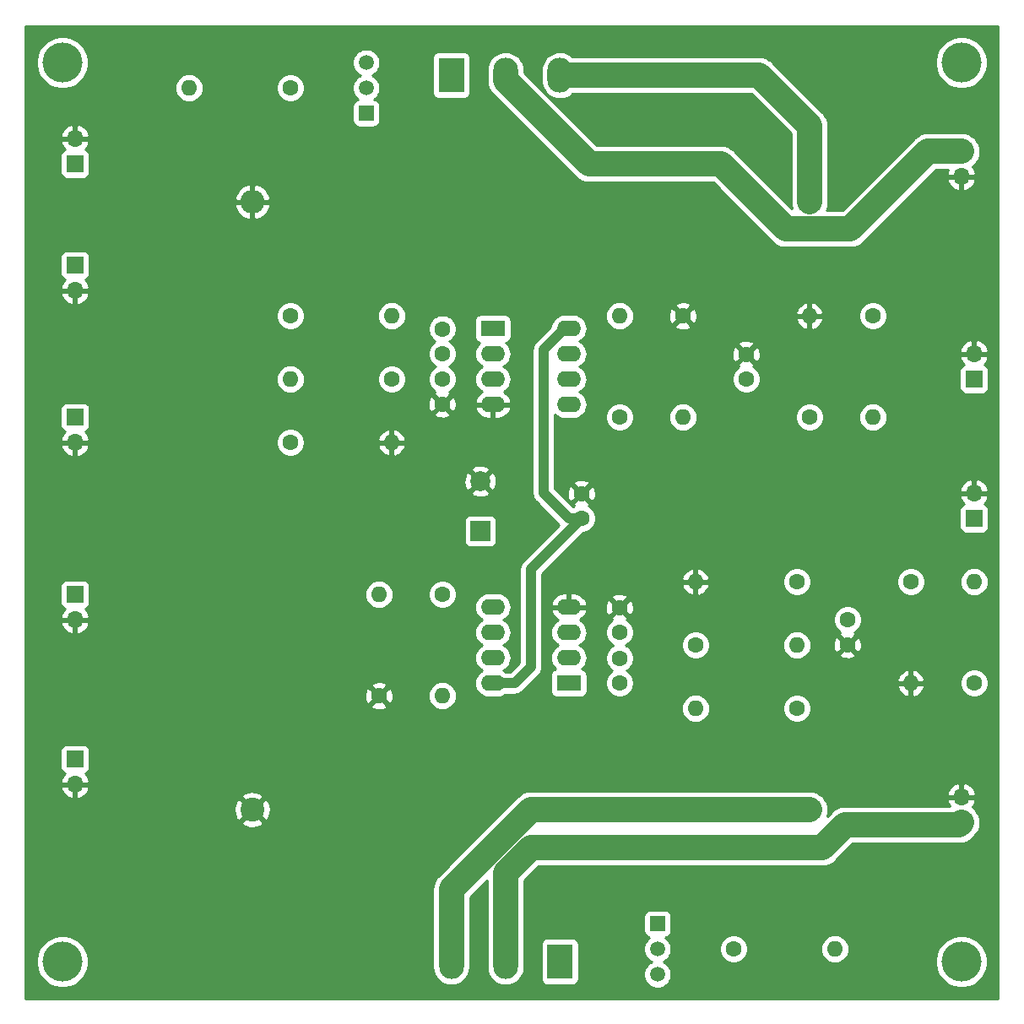
<source format=gbl>
G04 #@! TF.GenerationSoftware,KiCad,Pcbnew,5.1.4-5.1.4*
G04 #@! TF.CreationDate,2019-11-01T16:10:20+01:00*
G04 #@! TF.ProjectId,Strom-Senke,5374726f-6d2d-4536-956e-6b652e6b6963,rev?*
G04 #@! TF.SameCoordinates,Original*
G04 #@! TF.FileFunction,Copper,L2,Bot*
G04 #@! TF.FilePolarity,Positive*
%FSLAX46Y46*%
G04 Gerber Fmt 4.6, Leading zero omitted, Abs format (unit mm)*
G04 Created by KiCad (PCBNEW 5.1.4-5.1.4) date 2019-11-01 16:10:20*
%MOMM*%
%LPD*%
G04 APERTURE LIST*
%ADD10R,1.700000X1.700000*%
%ADD11O,1.700000X1.700000*%
%ADD12O,2.400000X2.400000*%
%ADD13C,2.400000*%
%ADD14C,2.000000*%
%ADD15R,2.000000X2.000000*%
%ADD16C,1.600000*%
%ADD17C,1.520000*%
%ADD18R,1.520000X1.520000*%
%ADD19O,2.500000X3.500000*%
%ADD20R,2.500000X3.500000*%
%ADD21O,1.600000X1.600000*%
%ADD22O,2.400000X1.600000*%
%ADD23R,2.400000X1.600000*%
%ADD24C,4.000000*%
%ADD25C,1.000000*%
%ADD26C,2.500000*%
%ADD27C,0.254000*%
G04 APERTURE END LIST*
D10*
X209550000Y-119380000D03*
D11*
X209550000Y-116840000D03*
D10*
X209550000Y-52070000D03*
D11*
X209550000Y-54610000D03*
D10*
X120650000Y-53340000D03*
D11*
X120650000Y-50800000D03*
D12*
X194310000Y-118110000D03*
D13*
X138430000Y-118110000D03*
D10*
X210820000Y-88900000D03*
D11*
X210820000Y-86360000D03*
D10*
X210820000Y-74930000D03*
D11*
X210820000Y-72390000D03*
D10*
X120650000Y-113030000D03*
D11*
X120650000Y-115570000D03*
D10*
X120650000Y-78740000D03*
D11*
X120650000Y-81280000D03*
D10*
X120650000Y-96520000D03*
D11*
X120650000Y-99060000D03*
D10*
X120650000Y-63500000D03*
D11*
X120650000Y-66040000D03*
D14*
X161290000Y-85170000D03*
D15*
X161290000Y-90170000D03*
D16*
X171450000Y-86400000D03*
X171450000Y-88900000D03*
X157480000Y-74930000D03*
X157480000Y-77430000D03*
X175260000Y-97830000D03*
X175260000Y-100330000D03*
X157480000Y-69890000D03*
X157480000Y-72390000D03*
X175260000Y-102910000D03*
X175260000Y-105410000D03*
X187960000Y-74930000D03*
X187960000Y-72430000D03*
X198120000Y-101560000D03*
X198120000Y-99060000D03*
D17*
X149860000Y-45720000D03*
X149860000Y-43180000D03*
D18*
X149860000Y-48260000D03*
X179070000Y-129540000D03*
D17*
X179070000Y-134620000D03*
X179070000Y-132080000D03*
D19*
X169280000Y-44450000D03*
X163830000Y-44450000D03*
D20*
X158380000Y-44450000D03*
X169280000Y-133350000D03*
D19*
X163830000Y-133350000D03*
X158380000Y-133350000D03*
D21*
X152400000Y-81280000D03*
D16*
X142240000Y-81280000D03*
X193040000Y-95250000D03*
D21*
X182880000Y-95250000D03*
D16*
X152400000Y-74930000D03*
D21*
X142240000Y-74930000D03*
X193040000Y-101600000D03*
D16*
X182880000Y-101600000D03*
X142240000Y-45720000D03*
D21*
X132080000Y-45720000D03*
X152400000Y-68580000D03*
D16*
X142240000Y-68580000D03*
X186690000Y-132080000D03*
D21*
X196850000Y-132080000D03*
X182880000Y-107950000D03*
D16*
X193040000Y-107950000D03*
D21*
X175260000Y-68580000D03*
D16*
X175260000Y-78740000D03*
D21*
X157480000Y-106680000D03*
D16*
X157480000Y-96520000D03*
X181610000Y-68580000D03*
D21*
X181610000Y-78740000D03*
D16*
X151130000Y-106680000D03*
D21*
X151130000Y-96520000D03*
X200660000Y-78740000D03*
D16*
X200660000Y-68580000D03*
X194310000Y-78740000D03*
D21*
X194310000Y-68580000D03*
X210820000Y-95250000D03*
D16*
X210820000Y-105410000D03*
X204470000Y-95250000D03*
D21*
X204470000Y-105410000D03*
D13*
X194310000Y-57150000D03*
D12*
X138430000Y-57150000D03*
D22*
X170180000Y-69850000D03*
X162560000Y-77470000D03*
X170180000Y-72390000D03*
X162560000Y-74930000D03*
X170180000Y-74930000D03*
X162560000Y-72390000D03*
X170180000Y-77470000D03*
D23*
X162560000Y-69850000D03*
X170180000Y-105410000D03*
D22*
X162560000Y-97790000D03*
X170180000Y-102870000D03*
X162560000Y-100330000D03*
X170180000Y-100330000D03*
X162560000Y-102870000D03*
X170180000Y-97790000D03*
X162560000Y-105410000D03*
D24*
X209550000Y-133350000D03*
X119380000Y-133350000D03*
X119380000Y-43180000D03*
X209550000Y-43180000D03*
D25*
X171450000Y-88900000D02*
X170180000Y-88900000D01*
X170180000Y-88900000D02*
X167640000Y-86360000D01*
X169780000Y-69850000D02*
X170180000Y-69850000D01*
X167640000Y-71990000D02*
X169780000Y-69850000D01*
X167640000Y-86360000D02*
X167640000Y-71990000D01*
X164760000Y-105410000D02*
X166370000Y-103800000D01*
X162560000Y-105410000D02*
X164760000Y-105410000D01*
X166370000Y-93980000D02*
X171450000Y-88900000D01*
X166370000Y-103800000D02*
X166370000Y-93980000D01*
D26*
X163830000Y-44950000D02*
X163830000Y-44450000D01*
X209550000Y-52070000D02*
X206200000Y-52070000D01*
X185420000Y-53340000D02*
X172220000Y-53340000D01*
X198419991Y-59850009D02*
X191930009Y-59850009D01*
X191930009Y-59850009D02*
X185420000Y-53340000D01*
X206200000Y-52070000D02*
X198419991Y-59850009D01*
X172220000Y-53340000D02*
X163830000Y-44950000D01*
X209310001Y-119619999D02*
X197880001Y-119619999D01*
X209550000Y-119380000D02*
X209310001Y-119619999D01*
X197880001Y-119619999D02*
X195580000Y-121920000D01*
X195580000Y-121920000D02*
X166370000Y-121920000D01*
X163830000Y-124460000D02*
X163830000Y-133350000D01*
X166370000Y-121920000D02*
X163830000Y-124460000D01*
X194310000Y-49530000D02*
X194310000Y-55452944D01*
X194310000Y-55452944D02*
X194310000Y-57150000D01*
X189230000Y-44450000D02*
X194310000Y-49530000D01*
X169280000Y-44450000D02*
X189230000Y-44450000D01*
X166361610Y-118110000D02*
X192612944Y-118110000D01*
X158380000Y-126091610D02*
X166361610Y-118110000D01*
X192612944Y-118110000D02*
X194310000Y-118110000D01*
X158380000Y-133350000D02*
X158380000Y-126091610D01*
D27*
G36*
X213233000Y-137033000D02*
G01*
X115697000Y-137033000D01*
X115697000Y-133090475D01*
X116745000Y-133090475D01*
X116745000Y-133609525D01*
X116846261Y-134118601D01*
X117044893Y-134598141D01*
X117333262Y-135029715D01*
X117700285Y-135396738D01*
X118131859Y-135685107D01*
X118611399Y-135883739D01*
X119120475Y-135985000D01*
X119639525Y-135985000D01*
X120148601Y-135883739D01*
X120628141Y-135685107D01*
X121059715Y-135396738D01*
X121426738Y-135029715D01*
X121715107Y-134598141D01*
X121913739Y-134118601D01*
X122015000Y-133609525D01*
X122015000Y-133090475D01*
X121913739Y-132581399D01*
X121715107Y-132101859D01*
X121426738Y-131670285D01*
X121059715Y-131303262D01*
X120628141Y-131014893D01*
X120148601Y-130816261D01*
X119639525Y-130715000D01*
X119120475Y-130715000D01*
X118611399Y-130816261D01*
X118131859Y-131014893D01*
X117700285Y-131303262D01*
X117333262Y-131670285D01*
X117044893Y-132101859D01*
X116846261Y-132581399D01*
X116745000Y-133090475D01*
X115697000Y-133090475D01*
X115697000Y-126091610D01*
X156485881Y-126091610D01*
X156495001Y-126184209D01*
X156495000Y-132757402D01*
X156495000Y-133942596D01*
X156522275Y-134219523D01*
X156630061Y-134574847D01*
X156805097Y-134902317D01*
X157040655Y-135189345D01*
X157327683Y-135424903D01*
X157655152Y-135599939D01*
X158010476Y-135707725D01*
X158380000Y-135744120D01*
X158749523Y-135707725D01*
X159104847Y-135599939D01*
X159432317Y-135424903D01*
X159719345Y-135189345D01*
X159954903Y-134902317D01*
X160129939Y-134574848D01*
X160237725Y-134219524D01*
X160265000Y-133942597D01*
X160265000Y-126872402D01*
X161945000Y-125192402D01*
X161945001Y-132757394D01*
X161945000Y-132757403D01*
X161945000Y-133942596D01*
X161972275Y-134219523D01*
X162080061Y-134574847D01*
X162255097Y-134902317D01*
X162490655Y-135189345D01*
X162777683Y-135424903D01*
X163105152Y-135599939D01*
X163460476Y-135707725D01*
X163830000Y-135744120D01*
X164199523Y-135707725D01*
X164554847Y-135599939D01*
X164882317Y-135424903D01*
X165169345Y-135189345D01*
X165404903Y-134902317D01*
X165579939Y-134574848D01*
X165687725Y-134219524D01*
X165715000Y-133942597D01*
X165715000Y-131600000D01*
X167391928Y-131600000D01*
X167391928Y-135100000D01*
X167404188Y-135224482D01*
X167440498Y-135344180D01*
X167499463Y-135454494D01*
X167578815Y-135551185D01*
X167675506Y-135630537D01*
X167785820Y-135689502D01*
X167905518Y-135725812D01*
X168030000Y-135738072D01*
X170530000Y-135738072D01*
X170654482Y-135725812D01*
X170774180Y-135689502D01*
X170884494Y-135630537D01*
X170981185Y-135551185D01*
X171060537Y-135454494D01*
X171119502Y-135344180D01*
X171155812Y-135224482D01*
X171168072Y-135100000D01*
X171168072Y-131600000D01*
X171155812Y-131475518D01*
X171119502Y-131355820D01*
X171060537Y-131245506D01*
X170981185Y-131148815D01*
X170884494Y-131069463D01*
X170774180Y-131010498D01*
X170654482Y-130974188D01*
X170530000Y-130961928D01*
X168030000Y-130961928D01*
X167905518Y-130974188D01*
X167785820Y-131010498D01*
X167675506Y-131069463D01*
X167578815Y-131148815D01*
X167499463Y-131245506D01*
X167440498Y-131355820D01*
X167404188Y-131475518D01*
X167391928Y-131600000D01*
X165715000Y-131600000D01*
X165715000Y-128780000D01*
X177671928Y-128780000D01*
X177671928Y-130300000D01*
X177684188Y-130424482D01*
X177720498Y-130544180D01*
X177779463Y-130654494D01*
X177858815Y-130751185D01*
X177955506Y-130830537D01*
X178065820Y-130889502D01*
X178185518Y-130925812D01*
X178273467Y-130934474D01*
X178180739Y-130996433D01*
X177986433Y-131190739D01*
X177833767Y-131419220D01*
X177728609Y-131673093D01*
X177675000Y-131942604D01*
X177675000Y-132217396D01*
X177728609Y-132486907D01*
X177833767Y-132740780D01*
X177986433Y-132969261D01*
X178180739Y-133163567D01*
X178409220Y-133316233D01*
X178490740Y-133350000D01*
X178409220Y-133383767D01*
X178180739Y-133536433D01*
X177986433Y-133730739D01*
X177833767Y-133959220D01*
X177728609Y-134213093D01*
X177675000Y-134482604D01*
X177675000Y-134757396D01*
X177728609Y-135026907D01*
X177833767Y-135280780D01*
X177986433Y-135509261D01*
X178180739Y-135703567D01*
X178409220Y-135856233D01*
X178663093Y-135961391D01*
X178932604Y-136015000D01*
X179207396Y-136015000D01*
X179476907Y-135961391D01*
X179730780Y-135856233D01*
X179959261Y-135703567D01*
X180153567Y-135509261D01*
X180306233Y-135280780D01*
X180411391Y-135026907D01*
X180465000Y-134757396D01*
X180465000Y-134482604D01*
X180411391Y-134213093D01*
X180306233Y-133959220D01*
X180153567Y-133730739D01*
X179959261Y-133536433D01*
X179730780Y-133383767D01*
X179649260Y-133350000D01*
X179730780Y-133316233D01*
X179959261Y-133163567D01*
X180153567Y-132969261D01*
X180306233Y-132740780D01*
X180411391Y-132486907D01*
X180465000Y-132217396D01*
X180465000Y-131942604D01*
X180464217Y-131938665D01*
X185255000Y-131938665D01*
X185255000Y-132221335D01*
X185310147Y-132498574D01*
X185418320Y-132759727D01*
X185575363Y-132994759D01*
X185775241Y-133194637D01*
X186010273Y-133351680D01*
X186271426Y-133459853D01*
X186548665Y-133515000D01*
X186831335Y-133515000D01*
X187108574Y-133459853D01*
X187369727Y-133351680D01*
X187604759Y-133194637D01*
X187804637Y-132994759D01*
X187961680Y-132759727D01*
X188069853Y-132498574D01*
X188125000Y-132221335D01*
X188125000Y-132080000D01*
X195408057Y-132080000D01*
X195435764Y-132361309D01*
X195517818Y-132631808D01*
X195651068Y-132881101D01*
X195830392Y-133099608D01*
X196048899Y-133278932D01*
X196298192Y-133412182D01*
X196568691Y-133494236D01*
X196779508Y-133515000D01*
X196920492Y-133515000D01*
X197131309Y-133494236D01*
X197401808Y-133412182D01*
X197651101Y-133278932D01*
X197869608Y-133099608D01*
X197877103Y-133090475D01*
X206915000Y-133090475D01*
X206915000Y-133609525D01*
X207016261Y-134118601D01*
X207214893Y-134598141D01*
X207503262Y-135029715D01*
X207870285Y-135396738D01*
X208301859Y-135685107D01*
X208781399Y-135883739D01*
X209290475Y-135985000D01*
X209809525Y-135985000D01*
X210318601Y-135883739D01*
X210798141Y-135685107D01*
X211229715Y-135396738D01*
X211596738Y-135029715D01*
X211885107Y-134598141D01*
X212083739Y-134118601D01*
X212185000Y-133609525D01*
X212185000Y-133090475D01*
X212083739Y-132581399D01*
X211885107Y-132101859D01*
X211596738Y-131670285D01*
X211229715Y-131303262D01*
X210798141Y-131014893D01*
X210318601Y-130816261D01*
X209809525Y-130715000D01*
X209290475Y-130715000D01*
X208781399Y-130816261D01*
X208301859Y-131014893D01*
X207870285Y-131303262D01*
X207503262Y-131670285D01*
X207214893Y-132101859D01*
X207016261Y-132581399D01*
X206915000Y-133090475D01*
X197877103Y-133090475D01*
X198048932Y-132881101D01*
X198182182Y-132631808D01*
X198264236Y-132361309D01*
X198291943Y-132080000D01*
X198264236Y-131798691D01*
X198182182Y-131528192D01*
X198048932Y-131278899D01*
X197869608Y-131060392D01*
X197651101Y-130881068D01*
X197401808Y-130747818D01*
X197131309Y-130665764D01*
X196920492Y-130645000D01*
X196779508Y-130645000D01*
X196568691Y-130665764D01*
X196298192Y-130747818D01*
X196048899Y-130881068D01*
X195830392Y-131060392D01*
X195651068Y-131278899D01*
X195517818Y-131528192D01*
X195435764Y-131798691D01*
X195408057Y-132080000D01*
X188125000Y-132080000D01*
X188125000Y-131938665D01*
X188069853Y-131661426D01*
X187961680Y-131400273D01*
X187804637Y-131165241D01*
X187604759Y-130965363D01*
X187369727Y-130808320D01*
X187108574Y-130700147D01*
X186831335Y-130645000D01*
X186548665Y-130645000D01*
X186271426Y-130700147D01*
X186010273Y-130808320D01*
X185775241Y-130965363D01*
X185575363Y-131165241D01*
X185418320Y-131400273D01*
X185310147Y-131661426D01*
X185255000Y-131938665D01*
X180464217Y-131938665D01*
X180411391Y-131673093D01*
X180306233Y-131419220D01*
X180153567Y-131190739D01*
X179959261Y-130996433D01*
X179866533Y-130934474D01*
X179954482Y-130925812D01*
X180074180Y-130889502D01*
X180184494Y-130830537D01*
X180281185Y-130751185D01*
X180360537Y-130654494D01*
X180419502Y-130544180D01*
X180455812Y-130424482D01*
X180468072Y-130300000D01*
X180468072Y-128780000D01*
X180455812Y-128655518D01*
X180419502Y-128535820D01*
X180360537Y-128425506D01*
X180281185Y-128328815D01*
X180184494Y-128249463D01*
X180074180Y-128190498D01*
X179954482Y-128154188D01*
X179830000Y-128141928D01*
X178310000Y-128141928D01*
X178185518Y-128154188D01*
X178065820Y-128190498D01*
X177955506Y-128249463D01*
X177858815Y-128328815D01*
X177779463Y-128425506D01*
X177720498Y-128535820D01*
X177684188Y-128655518D01*
X177671928Y-128780000D01*
X165715000Y-128780000D01*
X165715000Y-125240792D01*
X167150792Y-123805000D01*
X195487411Y-123805000D01*
X195580000Y-123814119D01*
X195672589Y-123805000D01*
X195672597Y-123805000D01*
X195949524Y-123777725D01*
X196304848Y-123669939D01*
X196632317Y-123494903D01*
X196919345Y-123259345D01*
X196978374Y-123187418D01*
X198660794Y-121504999D01*
X209217412Y-121504999D01*
X209310001Y-121514118D01*
X209402590Y-121504999D01*
X209402598Y-121504999D01*
X209679525Y-121477724D01*
X210034849Y-121369938D01*
X210362318Y-121194902D01*
X210649346Y-120959344D01*
X210708375Y-120887417D01*
X210948372Y-120647420D01*
X211124902Y-120432316D01*
X211299938Y-120104848D01*
X211407725Y-119749523D01*
X211444119Y-119380000D01*
X211407725Y-119010476D01*
X211299938Y-118655152D01*
X211124902Y-118327683D01*
X210889345Y-118040655D01*
X210646437Y-117841306D01*
X210647588Y-117840269D01*
X210821641Y-117606920D01*
X210946825Y-117344099D01*
X210991476Y-117196890D01*
X210870155Y-116967000D01*
X209677000Y-116967000D01*
X209677000Y-116987000D01*
X209423000Y-116987000D01*
X209423000Y-116967000D01*
X208229845Y-116967000D01*
X208108524Y-117196890D01*
X208153175Y-117344099D01*
X208278359Y-117606920D01*
X208373892Y-117734999D01*
X197972598Y-117734999D01*
X197880001Y-117725879D01*
X197787404Y-117734999D01*
X197510477Y-117762274D01*
X197155153Y-117870060D01*
X197023373Y-117940498D01*
X196827684Y-118045096D01*
X196612580Y-118221627D01*
X196612578Y-118221629D01*
X196540656Y-118280654D01*
X196481631Y-118352576D01*
X196086317Y-118747890D01*
X196167725Y-118479524D01*
X196204120Y-118110000D01*
X196167725Y-117740476D01*
X196059939Y-117385152D01*
X195884903Y-117057683D01*
X195649345Y-116770655D01*
X195362317Y-116535097D01*
X195265057Y-116483110D01*
X208108524Y-116483110D01*
X208229845Y-116713000D01*
X209423000Y-116713000D01*
X209423000Y-115519186D01*
X209677000Y-115519186D01*
X209677000Y-116713000D01*
X210870155Y-116713000D01*
X210991476Y-116483110D01*
X210946825Y-116335901D01*
X210821641Y-116073080D01*
X210647588Y-115839731D01*
X210431355Y-115644822D01*
X210181252Y-115495843D01*
X209906891Y-115398519D01*
X209677000Y-115519186D01*
X209423000Y-115519186D01*
X209193109Y-115398519D01*
X208918748Y-115495843D01*
X208668645Y-115644822D01*
X208452412Y-115839731D01*
X208278359Y-116073080D01*
X208153175Y-116335901D01*
X208108524Y-116483110D01*
X195265057Y-116483110D01*
X195034848Y-116360061D01*
X194679524Y-116252275D01*
X194402597Y-116225000D01*
X166454196Y-116225000D01*
X166361609Y-116215881D01*
X166269022Y-116225000D01*
X166269013Y-116225000D01*
X165992086Y-116252275D01*
X165636762Y-116360061D01*
X165309293Y-116535097D01*
X165309291Y-116535098D01*
X165309292Y-116535098D01*
X165094189Y-116711628D01*
X165094187Y-116711630D01*
X165022265Y-116770655D01*
X164963240Y-116842577D01*
X157112577Y-124693241D01*
X157040656Y-124752265D01*
X156981631Y-124824187D01*
X156981628Y-124824190D01*
X156805098Y-125039293D01*
X156630062Y-125366762D01*
X156522275Y-125722086D01*
X156485881Y-126091610D01*
X115697000Y-126091610D01*
X115697000Y-119387980D01*
X137331626Y-119387980D01*
X137451514Y-119672836D01*
X137775210Y-119833699D01*
X138124069Y-119928322D01*
X138484684Y-119953067D01*
X138843198Y-119906985D01*
X139185833Y-119791846D01*
X139408486Y-119672836D01*
X139528374Y-119387980D01*
X138430000Y-118289605D01*
X137331626Y-119387980D01*
X115697000Y-119387980D01*
X115697000Y-118164684D01*
X136586933Y-118164684D01*
X136633015Y-118523198D01*
X136748154Y-118865833D01*
X136867164Y-119088486D01*
X137152020Y-119208374D01*
X138250395Y-118110000D01*
X138609605Y-118110000D01*
X139707980Y-119208374D01*
X139992836Y-119088486D01*
X140153699Y-118764790D01*
X140248322Y-118415931D01*
X140273067Y-118055316D01*
X140226985Y-117696802D01*
X140111846Y-117354167D01*
X139992836Y-117131514D01*
X139707980Y-117011626D01*
X138609605Y-118110000D01*
X138250395Y-118110000D01*
X137152020Y-117011626D01*
X136867164Y-117131514D01*
X136706301Y-117455210D01*
X136611678Y-117804069D01*
X136586933Y-118164684D01*
X115697000Y-118164684D01*
X115697000Y-115926890D01*
X119208524Y-115926890D01*
X119253175Y-116074099D01*
X119378359Y-116336920D01*
X119552412Y-116570269D01*
X119768645Y-116765178D01*
X120018748Y-116914157D01*
X120293109Y-117011481D01*
X120523000Y-116890814D01*
X120523000Y-115697000D01*
X120777000Y-115697000D01*
X120777000Y-116890814D01*
X121006891Y-117011481D01*
X121281252Y-116914157D01*
X121419141Y-116832020D01*
X137331626Y-116832020D01*
X138430000Y-117930395D01*
X139528374Y-116832020D01*
X139408486Y-116547164D01*
X139084790Y-116386301D01*
X138735931Y-116291678D01*
X138375316Y-116266933D01*
X138016802Y-116313015D01*
X137674167Y-116428154D01*
X137451514Y-116547164D01*
X137331626Y-116832020D01*
X121419141Y-116832020D01*
X121531355Y-116765178D01*
X121747588Y-116570269D01*
X121921641Y-116336920D01*
X122046825Y-116074099D01*
X122091476Y-115926890D01*
X121970155Y-115697000D01*
X120777000Y-115697000D01*
X120523000Y-115697000D01*
X119329845Y-115697000D01*
X119208524Y-115926890D01*
X115697000Y-115926890D01*
X115697000Y-112180000D01*
X119161928Y-112180000D01*
X119161928Y-113880000D01*
X119174188Y-114004482D01*
X119210498Y-114124180D01*
X119269463Y-114234494D01*
X119348815Y-114331185D01*
X119445506Y-114410537D01*
X119555820Y-114469502D01*
X119636466Y-114493966D01*
X119552412Y-114569731D01*
X119378359Y-114803080D01*
X119253175Y-115065901D01*
X119208524Y-115213110D01*
X119329845Y-115443000D01*
X120523000Y-115443000D01*
X120523000Y-115423000D01*
X120777000Y-115423000D01*
X120777000Y-115443000D01*
X121970155Y-115443000D01*
X122091476Y-115213110D01*
X122046825Y-115065901D01*
X121921641Y-114803080D01*
X121747588Y-114569731D01*
X121663534Y-114493966D01*
X121744180Y-114469502D01*
X121854494Y-114410537D01*
X121951185Y-114331185D01*
X122030537Y-114234494D01*
X122089502Y-114124180D01*
X122125812Y-114004482D01*
X122138072Y-113880000D01*
X122138072Y-112180000D01*
X122125812Y-112055518D01*
X122089502Y-111935820D01*
X122030537Y-111825506D01*
X121951185Y-111728815D01*
X121854494Y-111649463D01*
X121744180Y-111590498D01*
X121624482Y-111554188D01*
X121500000Y-111541928D01*
X119800000Y-111541928D01*
X119675518Y-111554188D01*
X119555820Y-111590498D01*
X119445506Y-111649463D01*
X119348815Y-111728815D01*
X119269463Y-111825506D01*
X119210498Y-111935820D01*
X119174188Y-112055518D01*
X119161928Y-112180000D01*
X115697000Y-112180000D01*
X115697000Y-107672702D01*
X150316903Y-107672702D01*
X150388486Y-107916671D01*
X150643996Y-108037571D01*
X150918184Y-108106300D01*
X151200512Y-108120217D01*
X151480130Y-108078787D01*
X151746292Y-107983603D01*
X151871514Y-107916671D01*
X151943097Y-107672702D01*
X151130000Y-106859605D01*
X150316903Y-107672702D01*
X115697000Y-107672702D01*
X115697000Y-106750512D01*
X149689783Y-106750512D01*
X149731213Y-107030130D01*
X149826397Y-107296292D01*
X149893329Y-107421514D01*
X150137298Y-107493097D01*
X150950395Y-106680000D01*
X151309605Y-106680000D01*
X152122702Y-107493097D01*
X152366671Y-107421514D01*
X152487571Y-107166004D01*
X152556300Y-106891816D01*
X152566741Y-106680000D01*
X156038057Y-106680000D01*
X156065764Y-106961309D01*
X156147818Y-107231808D01*
X156281068Y-107481101D01*
X156460392Y-107699608D01*
X156678899Y-107878932D01*
X156928192Y-108012182D01*
X157198691Y-108094236D01*
X157409508Y-108115000D01*
X157550492Y-108115000D01*
X157761309Y-108094236D01*
X158031808Y-108012182D01*
X158148142Y-107950000D01*
X181438057Y-107950000D01*
X181465764Y-108231309D01*
X181547818Y-108501808D01*
X181681068Y-108751101D01*
X181860392Y-108969608D01*
X182078899Y-109148932D01*
X182328192Y-109282182D01*
X182598691Y-109364236D01*
X182809508Y-109385000D01*
X182950492Y-109385000D01*
X183161309Y-109364236D01*
X183431808Y-109282182D01*
X183681101Y-109148932D01*
X183899608Y-108969608D01*
X184078932Y-108751101D01*
X184212182Y-108501808D01*
X184294236Y-108231309D01*
X184321943Y-107950000D01*
X184308023Y-107808665D01*
X191605000Y-107808665D01*
X191605000Y-108091335D01*
X191660147Y-108368574D01*
X191768320Y-108629727D01*
X191925363Y-108864759D01*
X192125241Y-109064637D01*
X192360273Y-109221680D01*
X192621426Y-109329853D01*
X192898665Y-109385000D01*
X193181335Y-109385000D01*
X193458574Y-109329853D01*
X193719727Y-109221680D01*
X193954759Y-109064637D01*
X194154637Y-108864759D01*
X194311680Y-108629727D01*
X194419853Y-108368574D01*
X194475000Y-108091335D01*
X194475000Y-107808665D01*
X194419853Y-107531426D01*
X194311680Y-107270273D01*
X194154637Y-107035241D01*
X193954759Y-106835363D01*
X193719727Y-106678320D01*
X193458574Y-106570147D01*
X193181335Y-106515000D01*
X192898665Y-106515000D01*
X192621426Y-106570147D01*
X192360273Y-106678320D01*
X192125241Y-106835363D01*
X191925363Y-107035241D01*
X191768320Y-107270273D01*
X191660147Y-107531426D01*
X191605000Y-107808665D01*
X184308023Y-107808665D01*
X184294236Y-107668691D01*
X184212182Y-107398192D01*
X184078932Y-107148899D01*
X183899608Y-106930392D01*
X183681101Y-106751068D01*
X183431808Y-106617818D01*
X183161309Y-106535764D01*
X182950492Y-106515000D01*
X182809508Y-106515000D01*
X182598691Y-106535764D01*
X182328192Y-106617818D01*
X182078899Y-106751068D01*
X181860392Y-106930392D01*
X181681068Y-107148899D01*
X181547818Y-107398192D01*
X181465764Y-107668691D01*
X181438057Y-107950000D01*
X158148142Y-107950000D01*
X158281101Y-107878932D01*
X158499608Y-107699608D01*
X158678932Y-107481101D01*
X158812182Y-107231808D01*
X158894236Y-106961309D01*
X158921943Y-106680000D01*
X158894236Y-106398691D01*
X158812182Y-106128192D01*
X158678932Y-105878899D01*
X158499608Y-105660392D01*
X158281101Y-105481068D01*
X158031808Y-105347818D01*
X157761309Y-105265764D01*
X157550492Y-105245000D01*
X157409508Y-105245000D01*
X157198691Y-105265764D01*
X156928192Y-105347818D01*
X156678899Y-105481068D01*
X156460392Y-105660392D01*
X156281068Y-105878899D01*
X156147818Y-106128192D01*
X156065764Y-106398691D01*
X156038057Y-106680000D01*
X152566741Y-106680000D01*
X152570217Y-106609488D01*
X152528787Y-106329870D01*
X152433603Y-106063708D01*
X152366671Y-105938486D01*
X152122702Y-105866903D01*
X151309605Y-106680000D01*
X150950395Y-106680000D01*
X150137298Y-105866903D01*
X149893329Y-105938486D01*
X149772429Y-106193996D01*
X149703700Y-106468184D01*
X149689783Y-106750512D01*
X115697000Y-106750512D01*
X115697000Y-105687298D01*
X150316903Y-105687298D01*
X151130000Y-106500395D01*
X151943097Y-105687298D01*
X151871514Y-105443329D01*
X151616004Y-105322429D01*
X151341816Y-105253700D01*
X151059488Y-105239783D01*
X150779870Y-105281213D01*
X150513708Y-105376397D01*
X150388486Y-105443329D01*
X150316903Y-105687298D01*
X115697000Y-105687298D01*
X115697000Y-99416890D01*
X119208524Y-99416890D01*
X119253175Y-99564099D01*
X119378359Y-99826920D01*
X119552412Y-100060269D01*
X119768645Y-100255178D01*
X120018748Y-100404157D01*
X120293109Y-100501481D01*
X120523000Y-100380814D01*
X120523000Y-99187000D01*
X120777000Y-99187000D01*
X120777000Y-100380814D01*
X121006891Y-100501481D01*
X121281252Y-100404157D01*
X121531355Y-100255178D01*
X121747588Y-100060269D01*
X121921641Y-99826920D01*
X122046825Y-99564099D01*
X122091476Y-99416890D01*
X121970155Y-99187000D01*
X120777000Y-99187000D01*
X120523000Y-99187000D01*
X119329845Y-99187000D01*
X119208524Y-99416890D01*
X115697000Y-99416890D01*
X115697000Y-95670000D01*
X119161928Y-95670000D01*
X119161928Y-97370000D01*
X119174188Y-97494482D01*
X119210498Y-97614180D01*
X119269463Y-97724494D01*
X119348815Y-97821185D01*
X119445506Y-97900537D01*
X119555820Y-97959502D01*
X119636466Y-97983966D01*
X119552412Y-98059731D01*
X119378359Y-98293080D01*
X119253175Y-98555901D01*
X119208524Y-98703110D01*
X119329845Y-98933000D01*
X120523000Y-98933000D01*
X120523000Y-98913000D01*
X120777000Y-98913000D01*
X120777000Y-98933000D01*
X121970155Y-98933000D01*
X122091476Y-98703110D01*
X122046825Y-98555901D01*
X121921641Y-98293080D01*
X121747588Y-98059731D01*
X121663534Y-97983966D01*
X121744180Y-97959502D01*
X121854494Y-97900537D01*
X121951185Y-97821185D01*
X122030537Y-97724494D01*
X122089502Y-97614180D01*
X122125812Y-97494482D01*
X122138072Y-97370000D01*
X122138072Y-96520000D01*
X149688057Y-96520000D01*
X149715764Y-96801309D01*
X149797818Y-97071808D01*
X149931068Y-97321101D01*
X150110392Y-97539608D01*
X150328899Y-97718932D01*
X150578192Y-97852182D01*
X150848691Y-97934236D01*
X151059508Y-97955000D01*
X151200492Y-97955000D01*
X151411309Y-97934236D01*
X151681808Y-97852182D01*
X151931101Y-97718932D01*
X152149608Y-97539608D01*
X152328932Y-97321101D01*
X152462182Y-97071808D01*
X152544236Y-96801309D01*
X152571943Y-96520000D01*
X152558023Y-96378665D01*
X156045000Y-96378665D01*
X156045000Y-96661335D01*
X156100147Y-96938574D01*
X156208320Y-97199727D01*
X156365363Y-97434759D01*
X156565241Y-97634637D01*
X156800273Y-97791680D01*
X157061426Y-97899853D01*
X157338665Y-97955000D01*
X157621335Y-97955000D01*
X157898574Y-97899853D01*
X158159727Y-97791680D01*
X158162241Y-97790000D01*
X160718057Y-97790000D01*
X160745764Y-98071309D01*
X160827818Y-98341808D01*
X160961068Y-98591101D01*
X161140392Y-98809608D01*
X161358899Y-98988932D01*
X161491858Y-99060000D01*
X161358899Y-99131068D01*
X161140392Y-99310392D01*
X160961068Y-99528899D01*
X160827818Y-99778192D01*
X160745764Y-100048691D01*
X160718057Y-100330000D01*
X160745764Y-100611309D01*
X160827818Y-100881808D01*
X160961068Y-101131101D01*
X161140392Y-101349608D01*
X161358899Y-101528932D01*
X161491858Y-101600000D01*
X161358899Y-101671068D01*
X161140392Y-101850392D01*
X160961068Y-102068899D01*
X160827818Y-102318192D01*
X160745764Y-102588691D01*
X160718057Y-102870000D01*
X160745764Y-103151309D01*
X160827818Y-103421808D01*
X160961068Y-103671101D01*
X161140392Y-103889608D01*
X161358899Y-104068932D01*
X161491858Y-104140000D01*
X161358899Y-104211068D01*
X161140392Y-104390392D01*
X160961068Y-104608899D01*
X160827818Y-104858192D01*
X160745764Y-105128691D01*
X160718057Y-105410000D01*
X160745764Y-105691309D01*
X160827818Y-105961808D01*
X160961068Y-106211101D01*
X161140392Y-106429608D01*
X161358899Y-106608932D01*
X161608192Y-106742182D01*
X161878691Y-106824236D01*
X162089508Y-106845000D01*
X163030492Y-106845000D01*
X163241309Y-106824236D01*
X163511808Y-106742182D01*
X163761101Y-106608932D01*
X163839002Y-106545000D01*
X164704249Y-106545000D01*
X164760000Y-106550491D01*
X164815751Y-106545000D01*
X164815752Y-106545000D01*
X164982499Y-106528577D01*
X165196447Y-106463676D01*
X165393623Y-106358284D01*
X165566449Y-106216449D01*
X165601996Y-106173135D01*
X167133140Y-104641991D01*
X167176449Y-104606449D01*
X167318284Y-104433623D01*
X167423676Y-104236447D01*
X167488577Y-104022499D01*
X167505000Y-103855752D01*
X167505000Y-103855751D01*
X167510491Y-103800000D01*
X167505000Y-103744248D01*
X167505000Y-100330000D01*
X168338057Y-100330000D01*
X168365764Y-100611309D01*
X168447818Y-100881808D01*
X168581068Y-101131101D01*
X168760392Y-101349608D01*
X168978899Y-101528932D01*
X169111858Y-101600000D01*
X168978899Y-101671068D01*
X168760392Y-101850392D01*
X168581068Y-102068899D01*
X168447818Y-102318192D01*
X168365764Y-102588691D01*
X168338057Y-102870000D01*
X168365764Y-103151309D01*
X168447818Y-103421808D01*
X168581068Y-103671101D01*
X168760392Y-103889608D01*
X168873482Y-103982419D01*
X168855518Y-103984188D01*
X168735820Y-104020498D01*
X168625506Y-104079463D01*
X168528815Y-104158815D01*
X168449463Y-104255506D01*
X168390498Y-104365820D01*
X168354188Y-104485518D01*
X168341928Y-104610000D01*
X168341928Y-106210000D01*
X168354188Y-106334482D01*
X168390498Y-106454180D01*
X168449463Y-106564494D01*
X168528815Y-106661185D01*
X168625506Y-106740537D01*
X168735820Y-106799502D01*
X168855518Y-106835812D01*
X168980000Y-106848072D01*
X171380000Y-106848072D01*
X171504482Y-106835812D01*
X171624180Y-106799502D01*
X171734494Y-106740537D01*
X171831185Y-106661185D01*
X171910537Y-106564494D01*
X171969502Y-106454180D01*
X172005812Y-106334482D01*
X172018072Y-106210000D01*
X172018072Y-104610000D01*
X172005812Y-104485518D01*
X171969502Y-104365820D01*
X171910537Y-104255506D01*
X171831185Y-104158815D01*
X171734494Y-104079463D01*
X171624180Y-104020498D01*
X171504482Y-103984188D01*
X171486518Y-103982419D01*
X171599608Y-103889608D01*
X171778932Y-103671101D01*
X171912182Y-103421808D01*
X171994236Y-103151309D01*
X172021943Y-102870000D01*
X171994236Y-102588691D01*
X171912182Y-102318192D01*
X171778932Y-102068899D01*
X171599608Y-101850392D01*
X171381101Y-101671068D01*
X171248142Y-101600000D01*
X171381101Y-101528932D01*
X171599608Y-101349608D01*
X171778932Y-101131101D01*
X171912182Y-100881808D01*
X171994236Y-100611309D01*
X172021943Y-100330000D01*
X172008023Y-100188665D01*
X173825000Y-100188665D01*
X173825000Y-100471335D01*
X173880147Y-100748574D01*
X173988320Y-101009727D01*
X174145363Y-101244759D01*
X174345241Y-101444637D01*
X174580273Y-101601680D01*
X174624501Y-101620000D01*
X174580273Y-101638320D01*
X174345241Y-101795363D01*
X174145363Y-101995241D01*
X173988320Y-102230273D01*
X173880147Y-102491426D01*
X173825000Y-102768665D01*
X173825000Y-103051335D01*
X173880147Y-103328574D01*
X173988320Y-103589727D01*
X174145363Y-103824759D01*
X174345241Y-104024637D01*
X174547827Y-104160000D01*
X174345241Y-104295363D01*
X174145363Y-104495241D01*
X173988320Y-104730273D01*
X173880147Y-104991426D01*
X173825000Y-105268665D01*
X173825000Y-105551335D01*
X173880147Y-105828574D01*
X173988320Y-106089727D01*
X174145363Y-106324759D01*
X174345241Y-106524637D01*
X174580273Y-106681680D01*
X174841426Y-106789853D01*
X175118665Y-106845000D01*
X175401335Y-106845000D01*
X175678574Y-106789853D01*
X175939727Y-106681680D01*
X176174759Y-106524637D01*
X176374637Y-106324759D01*
X176531680Y-106089727D01*
X176639853Y-105828574D01*
X176653684Y-105759040D01*
X203078091Y-105759040D01*
X203172930Y-106023881D01*
X203317615Y-106265131D01*
X203506586Y-106473519D01*
X203732580Y-106641037D01*
X203986913Y-106761246D01*
X204120961Y-106801904D01*
X204343000Y-106679915D01*
X204343000Y-105537000D01*
X204597000Y-105537000D01*
X204597000Y-106679915D01*
X204819039Y-106801904D01*
X204953087Y-106761246D01*
X205207420Y-106641037D01*
X205433414Y-106473519D01*
X205622385Y-106265131D01*
X205767070Y-106023881D01*
X205861909Y-105759040D01*
X205740624Y-105537000D01*
X204597000Y-105537000D01*
X204343000Y-105537000D01*
X203199376Y-105537000D01*
X203078091Y-105759040D01*
X176653684Y-105759040D01*
X176695000Y-105551335D01*
X176695000Y-105268665D01*
X176653685Y-105060960D01*
X203078091Y-105060960D01*
X203199376Y-105283000D01*
X204343000Y-105283000D01*
X204343000Y-104140085D01*
X204597000Y-104140085D01*
X204597000Y-105283000D01*
X205740624Y-105283000D01*
X205748454Y-105268665D01*
X209385000Y-105268665D01*
X209385000Y-105551335D01*
X209440147Y-105828574D01*
X209548320Y-106089727D01*
X209705363Y-106324759D01*
X209905241Y-106524637D01*
X210140273Y-106681680D01*
X210401426Y-106789853D01*
X210678665Y-106845000D01*
X210961335Y-106845000D01*
X211238574Y-106789853D01*
X211499727Y-106681680D01*
X211734759Y-106524637D01*
X211934637Y-106324759D01*
X212091680Y-106089727D01*
X212199853Y-105828574D01*
X212255000Y-105551335D01*
X212255000Y-105268665D01*
X212199853Y-104991426D01*
X212091680Y-104730273D01*
X211934637Y-104495241D01*
X211734759Y-104295363D01*
X211499727Y-104138320D01*
X211238574Y-104030147D01*
X210961335Y-103975000D01*
X210678665Y-103975000D01*
X210401426Y-104030147D01*
X210140273Y-104138320D01*
X209905241Y-104295363D01*
X209705363Y-104495241D01*
X209548320Y-104730273D01*
X209440147Y-104991426D01*
X209385000Y-105268665D01*
X205748454Y-105268665D01*
X205861909Y-105060960D01*
X205767070Y-104796119D01*
X205622385Y-104554869D01*
X205433414Y-104346481D01*
X205207420Y-104178963D01*
X204953087Y-104058754D01*
X204819039Y-104018096D01*
X204597000Y-104140085D01*
X204343000Y-104140085D01*
X204120961Y-104018096D01*
X203986913Y-104058754D01*
X203732580Y-104178963D01*
X203506586Y-104346481D01*
X203317615Y-104554869D01*
X203172930Y-104796119D01*
X203078091Y-105060960D01*
X176653685Y-105060960D01*
X176639853Y-104991426D01*
X176531680Y-104730273D01*
X176374637Y-104495241D01*
X176174759Y-104295363D01*
X175972173Y-104160000D01*
X176174759Y-104024637D01*
X176374637Y-103824759D01*
X176531680Y-103589727D01*
X176639853Y-103328574D01*
X176695000Y-103051335D01*
X176695000Y-102768665D01*
X176639853Y-102491426D01*
X176531680Y-102230273D01*
X176374637Y-101995241D01*
X176174759Y-101795363D01*
X175939727Y-101638320D01*
X175895499Y-101620000D01*
X175939727Y-101601680D01*
X176153764Y-101458665D01*
X181445000Y-101458665D01*
X181445000Y-101741335D01*
X181500147Y-102018574D01*
X181608320Y-102279727D01*
X181765363Y-102514759D01*
X181965241Y-102714637D01*
X182200273Y-102871680D01*
X182461426Y-102979853D01*
X182738665Y-103035000D01*
X183021335Y-103035000D01*
X183298574Y-102979853D01*
X183559727Y-102871680D01*
X183794759Y-102714637D01*
X183994637Y-102514759D01*
X184151680Y-102279727D01*
X184259853Y-102018574D01*
X184315000Y-101741335D01*
X184315000Y-101600000D01*
X191598057Y-101600000D01*
X191625764Y-101881309D01*
X191707818Y-102151808D01*
X191841068Y-102401101D01*
X192020392Y-102619608D01*
X192238899Y-102798932D01*
X192488192Y-102932182D01*
X192758691Y-103014236D01*
X192969508Y-103035000D01*
X193110492Y-103035000D01*
X193321309Y-103014236D01*
X193591808Y-102932182D01*
X193841101Y-102798932D01*
X194059608Y-102619608D01*
X194114516Y-102552702D01*
X197306903Y-102552702D01*
X197378486Y-102796671D01*
X197633996Y-102917571D01*
X197908184Y-102986300D01*
X198190512Y-103000217D01*
X198470130Y-102958787D01*
X198736292Y-102863603D01*
X198861514Y-102796671D01*
X198933097Y-102552702D01*
X198120000Y-101739605D01*
X197306903Y-102552702D01*
X194114516Y-102552702D01*
X194238932Y-102401101D01*
X194372182Y-102151808D01*
X194454236Y-101881309D01*
X194478937Y-101630512D01*
X196679783Y-101630512D01*
X196721213Y-101910130D01*
X196816397Y-102176292D01*
X196883329Y-102301514D01*
X197127298Y-102373097D01*
X197940395Y-101560000D01*
X198299605Y-101560000D01*
X199112702Y-102373097D01*
X199356671Y-102301514D01*
X199477571Y-102046004D01*
X199546300Y-101771816D01*
X199560217Y-101489488D01*
X199518787Y-101209870D01*
X199423603Y-100943708D01*
X199356671Y-100818486D01*
X199112702Y-100746903D01*
X198299605Y-101560000D01*
X197940395Y-101560000D01*
X197127298Y-100746903D01*
X196883329Y-100818486D01*
X196762429Y-101073996D01*
X196693700Y-101348184D01*
X196679783Y-101630512D01*
X194478937Y-101630512D01*
X194481943Y-101600000D01*
X194454236Y-101318691D01*
X194372182Y-101048192D01*
X194238932Y-100798899D01*
X194059608Y-100580392D01*
X193841101Y-100401068D01*
X193591808Y-100267818D01*
X193321309Y-100185764D01*
X193110492Y-100165000D01*
X192969508Y-100165000D01*
X192758691Y-100185764D01*
X192488192Y-100267818D01*
X192238899Y-100401068D01*
X192020392Y-100580392D01*
X191841068Y-100798899D01*
X191707818Y-101048192D01*
X191625764Y-101318691D01*
X191598057Y-101600000D01*
X184315000Y-101600000D01*
X184315000Y-101458665D01*
X184259853Y-101181426D01*
X184151680Y-100920273D01*
X183994637Y-100685241D01*
X183794759Y-100485363D01*
X183559727Y-100328320D01*
X183298574Y-100220147D01*
X183021335Y-100165000D01*
X182738665Y-100165000D01*
X182461426Y-100220147D01*
X182200273Y-100328320D01*
X181965241Y-100485363D01*
X181765363Y-100685241D01*
X181608320Y-100920273D01*
X181500147Y-101181426D01*
X181445000Y-101458665D01*
X176153764Y-101458665D01*
X176174759Y-101444637D01*
X176374637Y-101244759D01*
X176531680Y-101009727D01*
X176639853Y-100748574D01*
X176695000Y-100471335D01*
X176695000Y-100188665D01*
X176639853Y-99911426D01*
X176531680Y-99650273D01*
X176374637Y-99415241D01*
X176174759Y-99215363D01*
X175974131Y-99081308D01*
X176001514Y-99066671D01*
X176044940Y-98918665D01*
X196685000Y-98918665D01*
X196685000Y-99201335D01*
X196740147Y-99478574D01*
X196848320Y-99739727D01*
X197005363Y-99974759D01*
X197205241Y-100174637D01*
X197405869Y-100308692D01*
X197378486Y-100323329D01*
X197306903Y-100567298D01*
X198120000Y-101380395D01*
X198933097Y-100567298D01*
X198861514Y-100323329D01*
X198832659Y-100309676D01*
X199034759Y-100174637D01*
X199234637Y-99974759D01*
X199391680Y-99739727D01*
X199499853Y-99478574D01*
X199555000Y-99201335D01*
X199555000Y-98918665D01*
X199499853Y-98641426D01*
X199391680Y-98380273D01*
X199234637Y-98145241D01*
X199034759Y-97945363D01*
X198799727Y-97788320D01*
X198538574Y-97680147D01*
X198261335Y-97625000D01*
X197978665Y-97625000D01*
X197701426Y-97680147D01*
X197440273Y-97788320D01*
X197205241Y-97945363D01*
X197005363Y-98145241D01*
X196848320Y-98380273D01*
X196740147Y-98641426D01*
X196685000Y-98918665D01*
X176044940Y-98918665D01*
X176073097Y-98822702D01*
X175260000Y-98009605D01*
X174446903Y-98822702D01*
X174518486Y-99066671D01*
X174547341Y-99080324D01*
X174345241Y-99215363D01*
X174145363Y-99415241D01*
X173988320Y-99650273D01*
X173880147Y-99911426D01*
X173825000Y-100188665D01*
X172008023Y-100188665D01*
X171994236Y-100048691D01*
X171912182Y-99778192D01*
X171778932Y-99528899D01*
X171599608Y-99310392D01*
X171381101Y-99131068D01*
X171253259Y-99062735D01*
X171482839Y-98912601D01*
X171684500Y-98714895D01*
X171843715Y-98481646D01*
X171954367Y-98221818D01*
X171971904Y-98139039D01*
X171849915Y-97917000D01*
X170307000Y-97917000D01*
X170307000Y-97937000D01*
X170053000Y-97937000D01*
X170053000Y-97917000D01*
X168510085Y-97917000D01*
X168388096Y-98139039D01*
X168405633Y-98221818D01*
X168516285Y-98481646D01*
X168675500Y-98714895D01*
X168877161Y-98912601D01*
X169106741Y-99062735D01*
X168978899Y-99131068D01*
X168760392Y-99310392D01*
X168581068Y-99528899D01*
X168447818Y-99778192D01*
X168365764Y-100048691D01*
X168338057Y-100330000D01*
X167505000Y-100330000D01*
X167505000Y-97900512D01*
X173819783Y-97900512D01*
X173861213Y-98180130D01*
X173956397Y-98446292D01*
X174023329Y-98571514D01*
X174267298Y-98643097D01*
X175080395Y-97830000D01*
X175439605Y-97830000D01*
X176252702Y-98643097D01*
X176496671Y-98571514D01*
X176617571Y-98316004D01*
X176686300Y-98041816D01*
X176700217Y-97759488D01*
X176658787Y-97479870D01*
X176563603Y-97213708D01*
X176496671Y-97088486D01*
X176252702Y-97016903D01*
X175439605Y-97830000D01*
X175080395Y-97830000D01*
X174267298Y-97016903D01*
X174023329Y-97088486D01*
X173902429Y-97343996D01*
X173833700Y-97618184D01*
X173819783Y-97900512D01*
X167505000Y-97900512D01*
X167505000Y-97440961D01*
X168388096Y-97440961D01*
X168510085Y-97663000D01*
X170053000Y-97663000D01*
X170053000Y-96355000D01*
X170307000Y-96355000D01*
X170307000Y-97663000D01*
X171849915Y-97663000D01*
X171971904Y-97440961D01*
X171954367Y-97358182D01*
X171843715Y-97098354D01*
X171684500Y-96865105D01*
X171656137Y-96837298D01*
X174446903Y-96837298D01*
X175260000Y-97650395D01*
X176073097Y-96837298D01*
X176001514Y-96593329D01*
X175746004Y-96472429D01*
X175471816Y-96403700D01*
X175189488Y-96389783D01*
X174909870Y-96431213D01*
X174643708Y-96526397D01*
X174518486Y-96593329D01*
X174446903Y-96837298D01*
X171656137Y-96837298D01*
X171482839Y-96667399D01*
X171246483Y-96512834D01*
X170984514Y-96407350D01*
X170707000Y-96355000D01*
X170307000Y-96355000D01*
X170053000Y-96355000D01*
X169653000Y-96355000D01*
X169375486Y-96407350D01*
X169113517Y-96512834D01*
X168877161Y-96667399D01*
X168675500Y-96865105D01*
X168516285Y-97098354D01*
X168405633Y-97358182D01*
X168388096Y-97440961D01*
X167505000Y-97440961D01*
X167505000Y-95599039D01*
X181488096Y-95599039D01*
X181528754Y-95733087D01*
X181648963Y-95987420D01*
X181816481Y-96213414D01*
X182024869Y-96402385D01*
X182266119Y-96547070D01*
X182530960Y-96641909D01*
X182753000Y-96520624D01*
X182753000Y-95377000D01*
X183007000Y-95377000D01*
X183007000Y-96520624D01*
X183229040Y-96641909D01*
X183493881Y-96547070D01*
X183735131Y-96402385D01*
X183943519Y-96213414D01*
X184111037Y-95987420D01*
X184231246Y-95733087D01*
X184271904Y-95599039D01*
X184149915Y-95377000D01*
X183007000Y-95377000D01*
X182753000Y-95377000D01*
X181610085Y-95377000D01*
X181488096Y-95599039D01*
X167505000Y-95599039D01*
X167505000Y-94900961D01*
X181488096Y-94900961D01*
X181610085Y-95123000D01*
X182753000Y-95123000D01*
X182753000Y-93979376D01*
X183007000Y-93979376D01*
X183007000Y-95123000D01*
X184149915Y-95123000D01*
X184157790Y-95108665D01*
X191605000Y-95108665D01*
X191605000Y-95391335D01*
X191660147Y-95668574D01*
X191768320Y-95929727D01*
X191925363Y-96164759D01*
X192125241Y-96364637D01*
X192360273Y-96521680D01*
X192621426Y-96629853D01*
X192898665Y-96685000D01*
X193181335Y-96685000D01*
X193458574Y-96629853D01*
X193719727Y-96521680D01*
X193954759Y-96364637D01*
X194154637Y-96164759D01*
X194311680Y-95929727D01*
X194419853Y-95668574D01*
X194475000Y-95391335D01*
X194475000Y-95108665D01*
X203035000Y-95108665D01*
X203035000Y-95391335D01*
X203090147Y-95668574D01*
X203198320Y-95929727D01*
X203355363Y-96164759D01*
X203555241Y-96364637D01*
X203790273Y-96521680D01*
X204051426Y-96629853D01*
X204328665Y-96685000D01*
X204611335Y-96685000D01*
X204888574Y-96629853D01*
X205149727Y-96521680D01*
X205384759Y-96364637D01*
X205584637Y-96164759D01*
X205741680Y-95929727D01*
X205849853Y-95668574D01*
X205905000Y-95391335D01*
X205905000Y-95250000D01*
X209378057Y-95250000D01*
X209405764Y-95531309D01*
X209487818Y-95801808D01*
X209621068Y-96051101D01*
X209800392Y-96269608D01*
X210018899Y-96448932D01*
X210268192Y-96582182D01*
X210538691Y-96664236D01*
X210749508Y-96685000D01*
X210890492Y-96685000D01*
X211101309Y-96664236D01*
X211371808Y-96582182D01*
X211621101Y-96448932D01*
X211839608Y-96269608D01*
X212018932Y-96051101D01*
X212152182Y-95801808D01*
X212234236Y-95531309D01*
X212261943Y-95250000D01*
X212234236Y-94968691D01*
X212152182Y-94698192D01*
X212018932Y-94448899D01*
X211839608Y-94230392D01*
X211621101Y-94051068D01*
X211371808Y-93917818D01*
X211101309Y-93835764D01*
X210890492Y-93815000D01*
X210749508Y-93815000D01*
X210538691Y-93835764D01*
X210268192Y-93917818D01*
X210018899Y-94051068D01*
X209800392Y-94230392D01*
X209621068Y-94448899D01*
X209487818Y-94698192D01*
X209405764Y-94968691D01*
X209378057Y-95250000D01*
X205905000Y-95250000D01*
X205905000Y-95108665D01*
X205849853Y-94831426D01*
X205741680Y-94570273D01*
X205584637Y-94335241D01*
X205384759Y-94135363D01*
X205149727Y-93978320D01*
X204888574Y-93870147D01*
X204611335Y-93815000D01*
X204328665Y-93815000D01*
X204051426Y-93870147D01*
X203790273Y-93978320D01*
X203555241Y-94135363D01*
X203355363Y-94335241D01*
X203198320Y-94570273D01*
X203090147Y-94831426D01*
X203035000Y-95108665D01*
X194475000Y-95108665D01*
X194419853Y-94831426D01*
X194311680Y-94570273D01*
X194154637Y-94335241D01*
X193954759Y-94135363D01*
X193719727Y-93978320D01*
X193458574Y-93870147D01*
X193181335Y-93815000D01*
X192898665Y-93815000D01*
X192621426Y-93870147D01*
X192360273Y-93978320D01*
X192125241Y-94135363D01*
X191925363Y-94335241D01*
X191768320Y-94570273D01*
X191660147Y-94831426D01*
X191605000Y-95108665D01*
X184157790Y-95108665D01*
X184271904Y-94900961D01*
X184231246Y-94766913D01*
X184111037Y-94512580D01*
X183943519Y-94286586D01*
X183735131Y-94097615D01*
X183493881Y-93952930D01*
X183229040Y-93858091D01*
X183007000Y-93979376D01*
X182753000Y-93979376D01*
X182530960Y-93858091D01*
X182266119Y-93952930D01*
X182024869Y-94097615D01*
X181816481Y-94286586D01*
X181648963Y-94512580D01*
X181528754Y-94766913D01*
X181488096Y-94900961D01*
X167505000Y-94900961D01*
X167505000Y-94450131D01*
X171627282Y-90327850D01*
X171868574Y-90279853D01*
X172129727Y-90171680D01*
X172364759Y-90014637D01*
X172564637Y-89814759D01*
X172721680Y-89579727D01*
X172829853Y-89318574D01*
X172885000Y-89041335D01*
X172885000Y-88758665D01*
X172829853Y-88481426D01*
X172721680Y-88220273D01*
X172607908Y-88050000D01*
X209331928Y-88050000D01*
X209331928Y-89750000D01*
X209344188Y-89874482D01*
X209380498Y-89994180D01*
X209439463Y-90104494D01*
X209518815Y-90201185D01*
X209615506Y-90280537D01*
X209725820Y-90339502D01*
X209845518Y-90375812D01*
X209970000Y-90388072D01*
X211670000Y-90388072D01*
X211794482Y-90375812D01*
X211914180Y-90339502D01*
X212024494Y-90280537D01*
X212121185Y-90201185D01*
X212200537Y-90104494D01*
X212259502Y-89994180D01*
X212295812Y-89874482D01*
X212308072Y-89750000D01*
X212308072Y-88050000D01*
X212295812Y-87925518D01*
X212259502Y-87805820D01*
X212200537Y-87695506D01*
X212121185Y-87598815D01*
X212024494Y-87519463D01*
X211914180Y-87460498D01*
X211833534Y-87436034D01*
X211917588Y-87360269D01*
X212091641Y-87126920D01*
X212216825Y-86864099D01*
X212261476Y-86716890D01*
X212140155Y-86487000D01*
X210947000Y-86487000D01*
X210947000Y-86507000D01*
X210693000Y-86507000D01*
X210693000Y-86487000D01*
X209499845Y-86487000D01*
X209378524Y-86716890D01*
X209423175Y-86864099D01*
X209548359Y-87126920D01*
X209722412Y-87360269D01*
X209806466Y-87436034D01*
X209725820Y-87460498D01*
X209615506Y-87519463D01*
X209518815Y-87598815D01*
X209439463Y-87695506D01*
X209380498Y-87805820D01*
X209344188Y-87925518D01*
X209331928Y-88050000D01*
X172607908Y-88050000D01*
X172564637Y-87985241D01*
X172364759Y-87785363D01*
X172164131Y-87651308D01*
X172191514Y-87636671D01*
X172263097Y-87392702D01*
X171450000Y-86579605D01*
X170636903Y-87392702D01*
X170708486Y-87636671D01*
X170737341Y-87650324D01*
X170616320Y-87731188D01*
X169355644Y-86470512D01*
X170009783Y-86470512D01*
X170051213Y-86750130D01*
X170146397Y-87016292D01*
X170213329Y-87141514D01*
X170457298Y-87213097D01*
X171270395Y-86400000D01*
X171629605Y-86400000D01*
X172442702Y-87213097D01*
X172686671Y-87141514D01*
X172807571Y-86886004D01*
X172876300Y-86611816D01*
X172890217Y-86329488D01*
X172848787Y-86049870D01*
X172832065Y-86003110D01*
X209378524Y-86003110D01*
X209499845Y-86233000D01*
X210693000Y-86233000D01*
X210693000Y-85039186D01*
X210947000Y-85039186D01*
X210947000Y-86233000D01*
X212140155Y-86233000D01*
X212261476Y-86003110D01*
X212216825Y-85855901D01*
X212091641Y-85593080D01*
X211917588Y-85359731D01*
X211701355Y-85164822D01*
X211451252Y-85015843D01*
X211176891Y-84918519D01*
X210947000Y-85039186D01*
X210693000Y-85039186D01*
X210463109Y-84918519D01*
X210188748Y-85015843D01*
X209938645Y-85164822D01*
X209722412Y-85359731D01*
X209548359Y-85593080D01*
X209423175Y-85855901D01*
X209378524Y-86003110D01*
X172832065Y-86003110D01*
X172753603Y-85783708D01*
X172686671Y-85658486D01*
X172442702Y-85586903D01*
X171629605Y-86400000D01*
X171270395Y-86400000D01*
X170457298Y-85586903D01*
X170213329Y-85658486D01*
X170092429Y-85913996D01*
X170023700Y-86188184D01*
X170009783Y-86470512D01*
X169355644Y-86470512D01*
X168775000Y-85889869D01*
X168775000Y-85407298D01*
X170636903Y-85407298D01*
X171450000Y-86220395D01*
X172263097Y-85407298D01*
X172191514Y-85163329D01*
X171936004Y-85042429D01*
X171661816Y-84973700D01*
X171379488Y-84959783D01*
X171099870Y-85001213D01*
X170833708Y-85096397D01*
X170708486Y-85163329D01*
X170636903Y-85407298D01*
X168775000Y-85407298D01*
X168775000Y-78501596D01*
X168978899Y-78668932D01*
X169228192Y-78802182D01*
X169498691Y-78884236D01*
X169709508Y-78905000D01*
X170650492Y-78905000D01*
X170861309Y-78884236D01*
X171131808Y-78802182D01*
X171381101Y-78668932D01*
X171466721Y-78598665D01*
X173825000Y-78598665D01*
X173825000Y-78881335D01*
X173880147Y-79158574D01*
X173988320Y-79419727D01*
X174145363Y-79654759D01*
X174345241Y-79854637D01*
X174580273Y-80011680D01*
X174841426Y-80119853D01*
X175118665Y-80175000D01*
X175401335Y-80175000D01*
X175678574Y-80119853D01*
X175939727Y-80011680D01*
X176174759Y-79854637D01*
X176374637Y-79654759D01*
X176531680Y-79419727D01*
X176639853Y-79158574D01*
X176695000Y-78881335D01*
X176695000Y-78740000D01*
X180168057Y-78740000D01*
X180195764Y-79021309D01*
X180277818Y-79291808D01*
X180411068Y-79541101D01*
X180590392Y-79759608D01*
X180808899Y-79938932D01*
X181058192Y-80072182D01*
X181328691Y-80154236D01*
X181539508Y-80175000D01*
X181680492Y-80175000D01*
X181891309Y-80154236D01*
X182161808Y-80072182D01*
X182411101Y-79938932D01*
X182629608Y-79759608D01*
X182808932Y-79541101D01*
X182942182Y-79291808D01*
X183024236Y-79021309D01*
X183051943Y-78740000D01*
X183038023Y-78598665D01*
X192875000Y-78598665D01*
X192875000Y-78881335D01*
X192930147Y-79158574D01*
X193038320Y-79419727D01*
X193195363Y-79654759D01*
X193395241Y-79854637D01*
X193630273Y-80011680D01*
X193891426Y-80119853D01*
X194168665Y-80175000D01*
X194451335Y-80175000D01*
X194728574Y-80119853D01*
X194989727Y-80011680D01*
X195224759Y-79854637D01*
X195424637Y-79654759D01*
X195581680Y-79419727D01*
X195689853Y-79158574D01*
X195745000Y-78881335D01*
X195745000Y-78740000D01*
X199218057Y-78740000D01*
X199245764Y-79021309D01*
X199327818Y-79291808D01*
X199461068Y-79541101D01*
X199640392Y-79759608D01*
X199858899Y-79938932D01*
X200108192Y-80072182D01*
X200378691Y-80154236D01*
X200589508Y-80175000D01*
X200730492Y-80175000D01*
X200941309Y-80154236D01*
X201211808Y-80072182D01*
X201461101Y-79938932D01*
X201679608Y-79759608D01*
X201858932Y-79541101D01*
X201992182Y-79291808D01*
X202074236Y-79021309D01*
X202101943Y-78740000D01*
X202074236Y-78458691D01*
X201992182Y-78188192D01*
X201858932Y-77938899D01*
X201679608Y-77720392D01*
X201461101Y-77541068D01*
X201211808Y-77407818D01*
X200941309Y-77325764D01*
X200730492Y-77305000D01*
X200589508Y-77305000D01*
X200378691Y-77325764D01*
X200108192Y-77407818D01*
X199858899Y-77541068D01*
X199640392Y-77720392D01*
X199461068Y-77938899D01*
X199327818Y-78188192D01*
X199245764Y-78458691D01*
X199218057Y-78740000D01*
X195745000Y-78740000D01*
X195745000Y-78598665D01*
X195689853Y-78321426D01*
X195581680Y-78060273D01*
X195424637Y-77825241D01*
X195224759Y-77625363D01*
X194989727Y-77468320D01*
X194728574Y-77360147D01*
X194451335Y-77305000D01*
X194168665Y-77305000D01*
X193891426Y-77360147D01*
X193630273Y-77468320D01*
X193395241Y-77625363D01*
X193195363Y-77825241D01*
X193038320Y-78060273D01*
X192930147Y-78321426D01*
X192875000Y-78598665D01*
X183038023Y-78598665D01*
X183024236Y-78458691D01*
X182942182Y-78188192D01*
X182808932Y-77938899D01*
X182629608Y-77720392D01*
X182411101Y-77541068D01*
X182161808Y-77407818D01*
X181891309Y-77325764D01*
X181680492Y-77305000D01*
X181539508Y-77305000D01*
X181328691Y-77325764D01*
X181058192Y-77407818D01*
X180808899Y-77541068D01*
X180590392Y-77720392D01*
X180411068Y-77938899D01*
X180277818Y-78188192D01*
X180195764Y-78458691D01*
X180168057Y-78740000D01*
X176695000Y-78740000D01*
X176695000Y-78598665D01*
X176639853Y-78321426D01*
X176531680Y-78060273D01*
X176374637Y-77825241D01*
X176174759Y-77625363D01*
X175939727Y-77468320D01*
X175678574Y-77360147D01*
X175401335Y-77305000D01*
X175118665Y-77305000D01*
X174841426Y-77360147D01*
X174580273Y-77468320D01*
X174345241Y-77625363D01*
X174145363Y-77825241D01*
X173988320Y-78060273D01*
X173880147Y-78321426D01*
X173825000Y-78598665D01*
X171466721Y-78598665D01*
X171599608Y-78489608D01*
X171778932Y-78271101D01*
X171912182Y-78021808D01*
X171994236Y-77751309D01*
X172021943Y-77470000D01*
X171994236Y-77188691D01*
X171912182Y-76918192D01*
X171778932Y-76668899D01*
X171599608Y-76450392D01*
X171381101Y-76271068D01*
X171248142Y-76200000D01*
X171381101Y-76128932D01*
X171599608Y-75949608D01*
X171778932Y-75731101D01*
X171912182Y-75481808D01*
X171994236Y-75211309D01*
X172021943Y-74930000D01*
X172008023Y-74788665D01*
X186525000Y-74788665D01*
X186525000Y-75071335D01*
X186580147Y-75348574D01*
X186688320Y-75609727D01*
X186845363Y-75844759D01*
X187045241Y-76044637D01*
X187280273Y-76201680D01*
X187541426Y-76309853D01*
X187818665Y-76365000D01*
X188101335Y-76365000D01*
X188378574Y-76309853D01*
X188639727Y-76201680D01*
X188874759Y-76044637D01*
X189074637Y-75844759D01*
X189231680Y-75609727D01*
X189339853Y-75348574D01*
X189395000Y-75071335D01*
X189395000Y-74788665D01*
X189339853Y-74511426D01*
X189231680Y-74250273D01*
X189117908Y-74080000D01*
X209331928Y-74080000D01*
X209331928Y-75780000D01*
X209344188Y-75904482D01*
X209380498Y-76024180D01*
X209439463Y-76134494D01*
X209518815Y-76231185D01*
X209615506Y-76310537D01*
X209725820Y-76369502D01*
X209845518Y-76405812D01*
X209970000Y-76418072D01*
X211670000Y-76418072D01*
X211794482Y-76405812D01*
X211914180Y-76369502D01*
X212024494Y-76310537D01*
X212121185Y-76231185D01*
X212200537Y-76134494D01*
X212259502Y-76024180D01*
X212295812Y-75904482D01*
X212308072Y-75780000D01*
X212308072Y-74080000D01*
X212295812Y-73955518D01*
X212259502Y-73835820D01*
X212200537Y-73725506D01*
X212121185Y-73628815D01*
X212024494Y-73549463D01*
X211914180Y-73490498D01*
X211833534Y-73466034D01*
X211917588Y-73390269D01*
X212091641Y-73156920D01*
X212216825Y-72894099D01*
X212261476Y-72746890D01*
X212140155Y-72517000D01*
X210947000Y-72517000D01*
X210947000Y-72537000D01*
X210693000Y-72537000D01*
X210693000Y-72517000D01*
X209499845Y-72517000D01*
X209378524Y-72746890D01*
X209423175Y-72894099D01*
X209548359Y-73156920D01*
X209722412Y-73390269D01*
X209806466Y-73466034D01*
X209725820Y-73490498D01*
X209615506Y-73549463D01*
X209518815Y-73628815D01*
X209439463Y-73725506D01*
X209380498Y-73835820D01*
X209344188Y-73955518D01*
X209331928Y-74080000D01*
X189117908Y-74080000D01*
X189074637Y-74015241D01*
X188874759Y-73815363D01*
X188674131Y-73681308D01*
X188701514Y-73666671D01*
X188773097Y-73422702D01*
X187960000Y-72609605D01*
X187146903Y-73422702D01*
X187218486Y-73666671D01*
X187247341Y-73680324D01*
X187045241Y-73815363D01*
X186845363Y-74015241D01*
X186688320Y-74250273D01*
X186580147Y-74511426D01*
X186525000Y-74788665D01*
X172008023Y-74788665D01*
X171994236Y-74648691D01*
X171912182Y-74378192D01*
X171778932Y-74128899D01*
X171599608Y-73910392D01*
X171381101Y-73731068D01*
X171248142Y-73660000D01*
X171381101Y-73588932D01*
X171599608Y-73409608D01*
X171778932Y-73191101D01*
X171912182Y-72941808D01*
X171994236Y-72671309D01*
X172011058Y-72500512D01*
X186519783Y-72500512D01*
X186561213Y-72780130D01*
X186656397Y-73046292D01*
X186723329Y-73171514D01*
X186967298Y-73243097D01*
X187780395Y-72430000D01*
X188139605Y-72430000D01*
X188952702Y-73243097D01*
X189196671Y-73171514D01*
X189317571Y-72916004D01*
X189386300Y-72641816D01*
X189400217Y-72359488D01*
X189358787Y-72079870D01*
X189342065Y-72033110D01*
X209378524Y-72033110D01*
X209499845Y-72263000D01*
X210693000Y-72263000D01*
X210693000Y-71069186D01*
X210947000Y-71069186D01*
X210947000Y-72263000D01*
X212140155Y-72263000D01*
X212261476Y-72033110D01*
X212216825Y-71885901D01*
X212091641Y-71623080D01*
X211917588Y-71389731D01*
X211701355Y-71194822D01*
X211451252Y-71045843D01*
X211176891Y-70948519D01*
X210947000Y-71069186D01*
X210693000Y-71069186D01*
X210463109Y-70948519D01*
X210188748Y-71045843D01*
X209938645Y-71194822D01*
X209722412Y-71389731D01*
X209548359Y-71623080D01*
X209423175Y-71885901D01*
X209378524Y-72033110D01*
X189342065Y-72033110D01*
X189263603Y-71813708D01*
X189196671Y-71688486D01*
X188952702Y-71616903D01*
X188139605Y-72430000D01*
X187780395Y-72430000D01*
X186967298Y-71616903D01*
X186723329Y-71688486D01*
X186602429Y-71943996D01*
X186533700Y-72218184D01*
X186519783Y-72500512D01*
X172011058Y-72500512D01*
X172021943Y-72390000D01*
X171994236Y-72108691D01*
X171912182Y-71838192D01*
X171778932Y-71588899D01*
X171654517Y-71437298D01*
X187146903Y-71437298D01*
X187960000Y-72250395D01*
X188773097Y-71437298D01*
X188701514Y-71193329D01*
X188446004Y-71072429D01*
X188171816Y-71003700D01*
X187889488Y-70989783D01*
X187609870Y-71031213D01*
X187343708Y-71126397D01*
X187218486Y-71193329D01*
X187146903Y-71437298D01*
X171654517Y-71437298D01*
X171599608Y-71370392D01*
X171381101Y-71191068D01*
X171248142Y-71120000D01*
X171381101Y-71048932D01*
X171599608Y-70869608D01*
X171778932Y-70651101D01*
X171912182Y-70401808D01*
X171994236Y-70131309D01*
X172021943Y-69850000D01*
X171994236Y-69568691D01*
X171912182Y-69298192D01*
X171778932Y-69048899D01*
X171599608Y-68830392D01*
X171381101Y-68651068D01*
X171248143Y-68580000D01*
X173818057Y-68580000D01*
X173845764Y-68861309D01*
X173927818Y-69131808D01*
X174061068Y-69381101D01*
X174240392Y-69599608D01*
X174458899Y-69778932D01*
X174708192Y-69912182D01*
X174978691Y-69994236D01*
X175189508Y-70015000D01*
X175330492Y-70015000D01*
X175541309Y-69994236D01*
X175811808Y-69912182D01*
X176061101Y-69778932D01*
X176279608Y-69599608D01*
X176301689Y-69572702D01*
X180796903Y-69572702D01*
X180868486Y-69816671D01*
X181123996Y-69937571D01*
X181398184Y-70006300D01*
X181680512Y-70020217D01*
X181960130Y-69978787D01*
X182226292Y-69883603D01*
X182351514Y-69816671D01*
X182423097Y-69572702D01*
X181610000Y-68759605D01*
X180796903Y-69572702D01*
X176301689Y-69572702D01*
X176458932Y-69381101D01*
X176592182Y-69131808D01*
X176674236Y-68861309D01*
X176694998Y-68650512D01*
X180169783Y-68650512D01*
X180211213Y-68930130D01*
X180306397Y-69196292D01*
X180373329Y-69321514D01*
X180617298Y-69393097D01*
X181430395Y-68580000D01*
X181789605Y-68580000D01*
X182602702Y-69393097D01*
X182846671Y-69321514D01*
X182967571Y-69066004D01*
X183001902Y-68929040D01*
X192918091Y-68929040D01*
X193012930Y-69193881D01*
X193157615Y-69435131D01*
X193346586Y-69643519D01*
X193572580Y-69811037D01*
X193826913Y-69931246D01*
X193960961Y-69971904D01*
X194183000Y-69849915D01*
X194183000Y-68707000D01*
X194437000Y-68707000D01*
X194437000Y-69849915D01*
X194659039Y-69971904D01*
X194793087Y-69931246D01*
X195047420Y-69811037D01*
X195273414Y-69643519D01*
X195462385Y-69435131D01*
X195607070Y-69193881D01*
X195701909Y-68929040D01*
X195580624Y-68707000D01*
X194437000Y-68707000D01*
X194183000Y-68707000D01*
X193039376Y-68707000D01*
X192918091Y-68929040D01*
X183001902Y-68929040D01*
X183036300Y-68791816D01*
X183050217Y-68509488D01*
X183008949Y-68230960D01*
X192918091Y-68230960D01*
X193039376Y-68453000D01*
X194183000Y-68453000D01*
X194183000Y-67310085D01*
X194437000Y-67310085D01*
X194437000Y-68453000D01*
X195580624Y-68453000D01*
X195588454Y-68438665D01*
X199225000Y-68438665D01*
X199225000Y-68721335D01*
X199280147Y-68998574D01*
X199388320Y-69259727D01*
X199545363Y-69494759D01*
X199745241Y-69694637D01*
X199980273Y-69851680D01*
X200241426Y-69959853D01*
X200518665Y-70015000D01*
X200801335Y-70015000D01*
X201078574Y-69959853D01*
X201339727Y-69851680D01*
X201574759Y-69694637D01*
X201774637Y-69494759D01*
X201931680Y-69259727D01*
X202039853Y-68998574D01*
X202095000Y-68721335D01*
X202095000Y-68438665D01*
X202039853Y-68161426D01*
X201931680Y-67900273D01*
X201774637Y-67665241D01*
X201574759Y-67465363D01*
X201339727Y-67308320D01*
X201078574Y-67200147D01*
X200801335Y-67145000D01*
X200518665Y-67145000D01*
X200241426Y-67200147D01*
X199980273Y-67308320D01*
X199745241Y-67465363D01*
X199545363Y-67665241D01*
X199388320Y-67900273D01*
X199280147Y-68161426D01*
X199225000Y-68438665D01*
X195588454Y-68438665D01*
X195701909Y-68230960D01*
X195607070Y-67966119D01*
X195462385Y-67724869D01*
X195273414Y-67516481D01*
X195047420Y-67348963D01*
X194793087Y-67228754D01*
X194659039Y-67188096D01*
X194437000Y-67310085D01*
X194183000Y-67310085D01*
X193960961Y-67188096D01*
X193826913Y-67228754D01*
X193572580Y-67348963D01*
X193346586Y-67516481D01*
X193157615Y-67724869D01*
X193012930Y-67966119D01*
X192918091Y-68230960D01*
X183008949Y-68230960D01*
X183008787Y-68229870D01*
X182913603Y-67963708D01*
X182846671Y-67838486D01*
X182602702Y-67766903D01*
X181789605Y-68580000D01*
X181430395Y-68580000D01*
X180617298Y-67766903D01*
X180373329Y-67838486D01*
X180252429Y-68093996D01*
X180183700Y-68368184D01*
X180169783Y-68650512D01*
X176694998Y-68650512D01*
X176701943Y-68580000D01*
X176674236Y-68298691D01*
X176592182Y-68028192D01*
X176458932Y-67778899D01*
X176301690Y-67587298D01*
X180796903Y-67587298D01*
X181610000Y-68400395D01*
X182423097Y-67587298D01*
X182351514Y-67343329D01*
X182096004Y-67222429D01*
X181821816Y-67153700D01*
X181539488Y-67139783D01*
X181259870Y-67181213D01*
X180993708Y-67276397D01*
X180868486Y-67343329D01*
X180796903Y-67587298D01*
X176301690Y-67587298D01*
X176279608Y-67560392D01*
X176061101Y-67381068D01*
X175811808Y-67247818D01*
X175541309Y-67165764D01*
X175330492Y-67145000D01*
X175189508Y-67145000D01*
X174978691Y-67165764D01*
X174708192Y-67247818D01*
X174458899Y-67381068D01*
X174240392Y-67560392D01*
X174061068Y-67778899D01*
X173927818Y-68028192D01*
X173845764Y-68298691D01*
X173818057Y-68580000D01*
X171248143Y-68580000D01*
X171131808Y-68517818D01*
X170861309Y-68435764D01*
X170650492Y-68415000D01*
X169709508Y-68415000D01*
X169498691Y-68435764D01*
X169228192Y-68517818D01*
X168978899Y-68651068D01*
X168760392Y-68830392D01*
X168581068Y-69048899D01*
X168447818Y-69298192D01*
X168365764Y-69568691D01*
X168355886Y-69668982D01*
X166876860Y-71148009D01*
X166833552Y-71183551D01*
X166691717Y-71356377D01*
X166684226Y-71370392D01*
X166586324Y-71553554D01*
X166521423Y-71767502D01*
X166499509Y-71990000D01*
X166505001Y-72045761D01*
X166505000Y-86304249D01*
X166499509Y-86360000D01*
X166505000Y-86415751D01*
X166521423Y-86582498D01*
X166586324Y-86796446D01*
X166691716Y-86993623D01*
X166833551Y-87166449D01*
X166876865Y-87201996D01*
X169209868Y-89535000D01*
X165606860Y-93138009D01*
X165563552Y-93173551D01*
X165421717Y-93346377D01*
X165365384Y-93451770D01*
X165316324Y-93543554D01*
X165251423Y-93757502D01*
X165229509Y-93980000D01*
X165235001Y-94035761D01*
X165235000Y-103329868D01*
X164289869Y-104275000D01*
X163839002Y-104275000D01*
X163761101Y-104211068D01*
X163628142Y-104140000D01*
X163761101Y-104068932D01*
X163979608Y-103889608D01*
X164158932Y-103671101D01*
X164292182Y-103421808D01*
X164374236Y-103151309D01*
X164401943Y-102870000D01*
X164374236Y-102588691D01*
X164292182Y-102318192D01*
X164158932Y-102068899D01*
X163979608Y-101850392D01*
X163761101Y-101671068D01*
X163628142Y-101600000D01*
X163761101Y-101528932D01*
X163979608Y-101349608D01*
X164158932Y-101131101D01*
X164292182Y-100881808D01*
X164374236Y-100611309D01*
X164401943Y-100330000D01*
X164374236Y-100048691D01*
X164292182Y-99778192D01*
X164158932Y-99528899D01*
X163979608Y-99310392D01*
X163761101Y-99131068D01*
X163628142Y-99060000D01*
X163761101Y-98988932D01*
X163979608Y-98809608D01*
X164158932Y-98591101D01*
X164292182Y-98341808D01*
X164374236Y-98071309D01*
X164401943Y-97790000D01*
X164374236Y-97508691D01*
X164292182Y-97238192D01*
X164158932Y-96988899D01*
X163979608Y-96770392D01*
X163761101Y-96591068D01*
X163511808Y-96457818D01*
X163241309Y-96375764D01*
X163030492Y-96355000D01*
X162089508Y-96355000D01*
X161878691Y-96375764D01*
X161608192Y-96457818D01*
X161358899Y-96591068D01*
X161140392Y-96770392D01*
X160961068Y-96988899D01*
X160827818Y-97238192D01*
X160745764Y-97508691D01*
X160718057Y-97790000D01*
X158162241Y-97790000D01*
X158394759Y-97634637D01*
X158594637Y-97434759D01*
X158751680Y-97199727D01*
X158859853Y-96938574D01*
X158915000Y-96661335D01*
X158915000Y-96378665D01*
X158859853Y-96101426D01*
X158751680Y-95840273D01*
X158594637Y-95605241D01*
X158394759Y-95405363D01*
X158159727Y-95248320D01*
X157898574Y-95140147D01*
X157621335Y-95085000D01*
X157338665Y-95085000D01*
X157061426Y-95140147D01*
X156800273Y-95248320D01*
X156565241Y-95405363D01*
X156365363Y-95605241D01*
X156208320Y-95840273D01*
X156100147Y-96101426D01*
X156045000Y-96378665D01*
X152558023Y-96378665D01*
X152544236Y-96238691D01*
X152462182Y-95968192D01*
X152328932Y-95718899D01*
X152149608Y-95500392D01*
X151931101Y-95321068D01*
X151681808Y-95187818D01*
X151411309Y-95105764D01*
X151200492Y-95085000D01*
X151059508Y-95085000D01*
X150848691Y-95105764D01*
X150578192Y-95187818D01*
X150328899Y-95321068D01*
X150110392Y-95500392D01*
X149931068Y-95718899D01*
X149797818Y-95968192D01*
X149715764Y-96238691D01*
X149688057Y-96520000D01*
X122138072Y-96520000D01*
X122138072Y-95670000D01*
X122125812Y-95545518D01*
X122089502Y-95425820D01*
X122030537Y-95315506D01*
X121951185Y-95218815D01*
X121854494Y-95139463D01*
X121744180Y-95080498D01*
X121624482Y-95044188D01*
X121500000Y-95031928D01*
X119800000Y-95031928D01*
X119675518Y-95044188D01*
X119555820Y-95080498D01*
X119445506Y-95139463D01*
X119348815Y-95218815D01*
X119269463Y-95315506D01*
X119210498Y-95425820D01*
X119174188Y-95545518D01*
X119161928Y-95670000D01*
X115697000Y-95670000D01*
X115697000Y-89170000D01*
X159651928Y-89170000D01*
X159651928Y-91170000D01*
X159664188Y-91294482D01*
X159700498Y-91414180D01*
X159759463Y-91524494D01*
X159838815Y-91621185D01*
X159935506Y-91700537D01*
X160045820Y-91759502D01*
X160165518Y-91795812D01*
X160290000Y-91808072D01*
X162290000Y-91808072D01*
X162414482Y-91795812D01*
X162534180Y-91759502D01*
X162644494Y-91700537D01*
X162741185Y-91621185D01*
X162820537Y-91524494D01*
X162879502Y-91414180D01*
X162915812Y-91294482D01*
X162928072Y-91170000D01*
X162928072Y-89170000D01*
X162915812Y-89045518D01*
X162879502Y-88925820D01*
X162820537Y-88815506D01*
X162741185Y-88718815D01*
X162644494Y-88639463D01*
X162534180Y-88580498D01*
X162414482Y-88544188D01*
X162290000Y-88531928D01*
X160290000Y-88531928D01*
X160165518Y-88544188D01*
X160045820Y-88580498D01*
X159935506Y-88639463D01*
X159838815Y-88718815D01*
X159759463Y-88815506D01*
X159700498Y-88925820D01*
X159664188Y-89045518D01*
X159651928Y-89170000D01*
X115697000Y-89170000D01*
X115697000Y-86305413D01*
X160334192Y-86305413D01*
X160429956Y-86569814D01*
X160719571Y-86710704D01*
X161031108Y-86792384D01*
X161352595Y-86811718D01*
X161671675Y-86767961D01*
X161976088Y-86662795D01*
X162150044Y-86569814D01*
X162245808Y-86305413D01*
X161290000Y-85349605D01*
X160334192Y-86305413D01*
X115697000Y-86305413D01*
X115697000Y-85232595D01*
X159648282Y-85232595D01*
X159692039Y-85551675D01*
X159797205Y-85856088D01*
X159890186Y-86030044D01*
X160154587Y-86125808D01*
X161110395Y-85170000D01*
X161469605Y-85170000D01*
X162425413Y-86125808D01*
X162689814Y-86030044D01*
X162830704Y-85740429D01*
X162912384Y-85428892D01*
X162931718Y-85107405D01*
X162887961Y-84788325D01*
X162782795Y-84483912D01*
X162689814Y-84309956D01*
X162425413Y-84214192D01*
X161469605Y-85170000D01*
X161110395Y-85170000D01*
X160154587Y-84214192D01*
X159890186Y-84309956D01*
X159749296Y-84599571D01*
X159667616Y-84911108D01*
X159648282Y-85232595D01*
X115697000Y-85232595D01*
X115697000Y-84034587D01*
X160334192Y-84034587D01*
X161290000Y-84990395D01*
X162245808Y-84034587D01*
X162150044Y-83770186D01*
X161860429Y-83629296D01*
X161548892Y-83547616D01*
X161227405Y-83528282D01*
X160908325Y-83572039D01*
X160603912Y-83677205D01*
X160429956Y-83770186D01*
X160334192Y-84034587D01*
X115697000Y-84034587D01*
X115697000Y-81636890D01*
X119208524Y-81636890D01*
X119253175Y-81784099D01*
X119378359Y-82046920D01*
X119552412Y-82280269D01*
X119768645Y-82475178D01*
X120018748Y-82624157D01*
X120293109Y-82721481D01*
X120523000Y-82600814D01*
X120523000Y-81407000D01*
X120777000Y-81407000D01*
X120777000Y-82600814D01*
X121006891Y-82721481D01*
X121281252Y-82624157D01*
X121531355Y-82475178D01*
X121747588Y-82280269D01*
X121921641Y-82046920D01*
X122046825Y-81784099D01*
X122091476Y-81636890D01*
X121970155Y-81407000D01*
X120777000Y-81407000D01*
X120523000Y-81407000D01*
X119329845Y-81407000D01*
X119208524Y-81636890D01*
X115697000Y-81636890D01*
X115697000Y-77890000D01*
X119161928Y-77890000D01*
X119161928Y-79590000D01*
X119174188Y-79714482D01*
X119210498Y-79834180D01*
X119269463Y-79944494D01*
X119348815Y-80041185D01*
X119445506Y-80120537D01*
X119555820Y-80179502D01*
X119636466Y-80203966D01*
X119552412Y-80279731D01*
X119378359Y-80513080D01*
X119253175Y-80775901D01*
X119208524Y-80923110D01*
X119329845Y-81153000D01*
X120523000Y-81153000D01*
X120523000Y-81133000D01*
X120777000Y-81133000D01*
X120777000Y-81153000D01*
X121970155Y-81153000D01*
X121977720Y-81138665D01*
X140805000Y-81138665D01*
X140805000Y-81421335D01*
X140860147Y-81698574D01*
X140968320Y-81959727D01*
X141125363Y-82194759D01*
X141325241Y-82394637D01*
X141560273Y-82551680D01*
X141821426Y-82659853D01*
X142098665Y-82715000D01*
X142381335Y-82715000D01*
X142658574Y-82659853D01*
X142919727Y-82551680D01*
X143154759Y-82394637D01*
X143354637Y-82194759D01*
X143511680Y-81959727D01*
X143619853Y-81698574D01*
X143633684Y-81629039D01*
X151008096Y-81629039D01*
X151048754Y-81763087D01*
X151168963Y-82017420D01*
X151336481Y-82243414D01*
X151544869Y-82432385D01*
X151786119Y-82577070D01*
X152050960Y-82671909D01*
X152273000Y-82550624D01*
X152273000Y-81407000D01*
X152527000Y-81407000D01*
X152527000Y-82550624D01*
X152749040Y-82671909D01*
X153013881Y-82577070D01*
X153255131Y-82432385D01*
X153463519Y-82243414D01*
X153631037Y-82017420D01*
X153751246Y-81763087D01*
X153791904Y-81629039D01*
X153669915Y-81407000D01*
X152527000Y-81407000D01*
X152273000Y-81407000D01*
X151130085Y-81407000D01*
X151008096Y-81629039D01*
X143633684Y-81629039D01*
X143675000Y-81421335D01*
X143675000Y-81138665D01*
X143633685Y-80930961D01*
X151008096Y-80930961D01*
X151130085Y-81153000D01*
X152273000Y-81153000D01*
X152273000Y-80009376D01*
X152527000Y-80009376D01*
X152527000Y-81153000D01*
X153669915Y-81153000D01*
X153791904Y-80930961D01*
X153751246Y-80796913D01*
X153631037Y-80542580D01*
X153463519Y-80316586D01*
X153255131Y-80127615D01*
X153013881Y-79982930D01*
X152749040Y-79888091D01*
X152527000Y-80009376D01*
X152273000Y-80009376D01*
X152050960Y-79888091D01*
X151786119Y-79982930D01*
X151544869Y-80127615D01*
X151336481Y-80316586D01*
X151168963Y-80542580D01*
X151048754Y-80796913D01*
X151008096Y-80930961D01*
X143633685Y-80930961D01*
X143619853Y-80861426D01*
X143511680Y-80600273D01*
X143354637Y-80365241D01*
X143154759Y-80165363D01*
X142919727Y-80008320D01*
X142658574Y-79900147D01*
X142381335Y-79845000D01*
X142098665Y-79845000D01*
X141821426Y-79900147D01*
X141560273Y-80008320D01*
X141325241Y-80165363D01*
X141125363Y-80365241D01*
X140968320Y-80600273D01*
X140860147Y-80861426D01*
X140805000Y-81138665D01*
X121977720Y-81138665D01*
X122091476Y-80923110D01*
X122046825Y-80775901D01*
X121921641Y-80513080D01*
X121747588Y-80279731D01*
X121663534Y-80203966D01*
X121744180Y-80179502D01*
X121854494Y-80120537D01*
X121951185Y-80041185D01*
X122030537Y-79944494D01*
X122089502Y-79834180D01*
X122125812Y-79714482D01*
X122138072Y-79590000D01*
X122138072Y-78422702D01*
X156666903Y-78422702D01*
X156738486Y-78666671D01*
X156993996Y-78787571D01*
X157268184Y-78856300D01*
X157550512Y-78870217D01*
X157830130Y-78828787D01*
X158096292Y-78733603D01*
X158221514Y-78666671D01*
X158293097Y-78422702D01*
X157480000Y-77609605D01*
X156666903Y-78422702D01*
X122138072Y-78422702D01*
X122138072Y-77890000D01*
X122125812Y-77765518D01*
X122089502Y-77645820D01*
X122030537Y-77535506D01*
X122001819Y-77500512D01*
X156039783Y-77500512D01*
X156081213Y-77780130D01*
X156176397Y-78046292D01*
X156243329Y-78171514D01*
X156487298Y-78243097D01*
X157300395Y-77430000D01*
X157659605Y-77430000D01*
X158472702Y-78243097D01*
X158716671Y-78171514D01*
X158837571Y-77916004D01*
X158861876Y-77819039D01*
X160768096Y-77819039D01*
X160785633Y-77901818D01*
X160896285Y-78161646D01*
X161055500Y-78394895D01*
X161257161Y-78592601D01*
X161493517Y-78747166D01*
X161755486Y-78852650D01*
X162033000Y-78905000D01*
X162433000Y-78905000D01*
X162433000Y-77597000D01*
X162687000Y-77597000D01*
X162687000Y-78905000D01*
X163087000Y-78905000D01*
X163364514Y-78852650D01*
X163626483Y-78747166D01*
X163862839Y-78592601D01*
X164064500Y-78394895D01*
X164223715Y-78161646D01*
X164334367Y-77901818D01*
X164351904Y-77819039D01*
X164229915Y-77597000D01*
X162687000Y-77597000D01*
X162433000Y-77597000D01*
X160890085Y-77597000D01*
X160768096Y-77819039D01*
X158861876Y-77819039D01*
X158906300Y-77641816D01*
X158920217Y-77359488D01*
X158878787Y-77079870D01*
X158783603Y-76813708D01*
X158716671Y-76688486D01*
X158472702Y-76616903D01*
X157659605Y-77430000D01*
X157300395Y-77430000D01*
X156487298Y-76616903D01*
X156243329Y-76688486D01*
X156122429Y-76943996D01*
X156053700Y-77218184D01*
X156039783Y-77500512D01*
X122001819Y-77500512D01*
X121951185Y-77438815D01*
X121854494Y-77359463D01*
X121744180Y-77300498D01*
X121624482Y-77264188D01*
X121500000Y-77251928D01*
X119800000Y-77251928D01*
X119675518Y-77264188D01*
X119555820Y-77300498D01*
X119445506Y-77359463D01*
X119348815Y-77438815D01*
X119269463Y-77535506D01*
X119210498Y-77645820D01*
X119174188Y-77765518D01*
X119161928Y-77890000D01*
X115697000Y-77890000D01*
X115697000Y-74930000D01*
X140798057Y-74930000D01*
X140825764Y-75211309D01*
X140907818Y-75481808D01*
X141041068Y-75731101D01*
X141220392Y-75949608D01*
X141438899Y-76128932D01*
X141688192Y-76262182D01*
X141958691Y-76344236D01*
X142169508Y-76365000D01*
X142310492Y-76365000D01*
X142521309Y-76344236D01*
X142791808Y-76262182D01*
X143041101Y-76128932D01*
X143259608Y-75949608D01*
X143438932Y-75731101D01*
X143572182Y-75481808D01*
X143654236Y-75211309D01*
X143681943Y-74930000D01*
X143668023Y-74788665D01*
X150965000Y-74788665D01*
X150965000Y-75071335D01*
X151020147Y-75348574D01*
X151128320Y-75609727D01*
X151285363Y-75844759D01*
X151485241Y-76044637D01*
X151720273Y-76201680D01*
X151981426Y-76309853D01*
X152258665Y-76365000D01*
X152541335Y-76365000D01*
X152818574Y-76309853D01*
X153079727Y-76201680D01*
X153314759Y-76044637D01*
X153514637Y-75844759D01*
X153671680Y-75609727D01*
X153779853Y-75348574D01*
X153835000Y-75071335D01*
X153835000Y-74788665D01*
X153779853Y-74511426D01*
X153671680Y-74250273D01*
X153514637Y-74015241D01*
X153314759Y-73815363D01*
X153079727Y-73658320D01*
X152818574Y-73550147D01*
X152541335Y-73495000D01*
X152258665Y-73495000D01*
X151981426Y-73550147D01*
X151720273Y-73658320D01*
X151485241Y-73815363D01*
X151285363Y-74015241D01*
X151128320Y-74250273D01*
X151020147Y-74511426D01*
X150965000Y-74788665D01*
X143668023Y-74788665D01*
X143654236Y-74648691D01*
X143572182Y-74378192D01*
X143438932Y-74128899D01*
X143259608Y-73910392D01*
X143041101Y-73731068D01*
X142791808Y-73597818D01*
X142521309Y-73515764D01*
X142310492Y-73495000D01*
X142169508Y-73495000D01*
X141958691Y-73515764D01*
X141688192Y-73597818D01*
X141438899Y-73731068D01*
X141220392Y-73910392D01*
X141041068Y-74128899D01*
X140907818Y-74378192D01*
X140825764Y-74648691D01*
X140798057Y-74930000D01*
X115697000Y-74930000D01*
X115697000Y-68438665D01*
X140805000Y-68438665D01*
X140805000Y-68721335D01*
X140860147Y-68998574D01*
X140968320Y-69259727D01*
X141125363Y-69494759D01*
X141325241Y-69694637D01*
X141560273Y-69851680D01*
X141821426Y-69959853D01*
X142098665Y-70015000D01*
X142381335Y-70015000D01*
X142658574Y-69959853D01*
X142919727Y-69851680D01*
X143154759Y-69694637D01*
X143354637Y-69494759D01*
X143511680Y-69259727D01*
X143619853Y-68998574D01*
X143675000Y-68721335D01*
X143675000Y-68580000D01*
X150958057Y-68580000D01*
X150985764Y-68861309D01*
X151067818Y-69131808D01*
X151201068Y-69381101D01*
X151380392Y-69599608D01*
X151598899Y-69778932D01*
X151848192Y-69912182D01*
X152118691Y-69994236D01*
X152329508Y-70015000D01*
X152470492Y-70015000D01*
X152681309Y-69994236D01*
X152951808Y-69912182D01*
X153201101Y-69778932D01*
X153237981Y-69748665D01*
X156045000Y-69748665D01*
X156045000Y-70031335D01*
X156100147Y-70308574D01*
X156208320Y-70569727D01*
X156365363Y-70804759D01*
X156565241Y-71004637D01*
X156767827Y-71140000D01*
X156565241Y-71275363D01*
X156365363Y-71475241D01*
X156208320Y-71710273D01*
X156100147Y-71971426D01*
X156045000Y-72248665D01*
X156045000Y-72531335D01*
X156100147Y-72808574D01*
X156208320Y-73069727D01*
X156365363Y-73304759D01*
X156565241Y-73504637D01*
X156797759Y-73660000D01*
X156565241Y-73815363D01*
X156365363Y-74015241D01*
X156208320Y-74250273D01*
X156100147Y-74511426D01*
X156045000Y-74788665D01*
X156045000Y-75071335D01*
X156100147Y-75348574D01*
X156208320Y-75609727D01*
X156365363Y-75844759D01*
X156565241Y-76044637D01*
X156765869Y-76178692D01*
X156738486Y-76193329D01*
X156666903Y-76437298D01*
X157480000Y-77250395D01*
X158293097Y-76437298D01*
X158221514Y-76193329D01*
X158192659Y-76179676D01*
X158394759Y-76044637D01*
X158594637Y-75844759D01*
X158751680Y-75609727D01*
X158859853Y-75348574D01*
X158915000Y-75071335D01*
X158915000Y-74788665D01*
X158859853Y-74511426D01*
X158751680Y-74250273D01*
X158594637Y-74015241D01*
X158394759Y-73815363D01*
X158162241Y-73660000D01*
X158394759Y-73504637D01*
X158594637Y-73304759D01*
X158751680Y-73069727D01*
X158859853Y-72808574D01*
X158915000Y-72531335D01*
X158915000Y-72390000D01*
X160718057Y-72390000D01*
X160745764Y-72671309D01*
X160827818Y-72941808D01*
X160961068Y-73191101D01*
X161140392Y-73409608D01*
X161358899Y-73588932D01*
X161491858Y-73660000D01*
X161358899Y-73731068D01*
X161140392Y-73910392D01*
X160961068Y-74128899D01*
X160827818Y-74378192D01*
X160745764Y-74648691D01*
X160718057Y-74930000D01*
X160745764Y-75211309D01*
X160827818Y-75481808D01*
X160961068Y-75731101D01*
X161140392Y-75949608D01*
X161358899Y-76128932D01*
X161486741Y-76197265D01*
X161257161Y-76347399D01*
X161055500Y-76545105D01*
X160896285Y-76778354D01*
X160785633Y-77038182D01*
X160768096Y-77120961D01*
X160890085Y-77343000D01*
X162433000Y-77343000D01*
X162433000Y-77323000D01*
X162687000Y-77323000D01*
X162687000Y-77343000D01*
X164229915Y-77343000D01*
X164351904Y-77120961D01*
X164334367Y-77038182D01*
X164223715Y-76778354D01*
X164064500Y-76545105D01*
X163862839Y-76347399D01*
X163633259Y-76197265D01*
X163761101Y-76128932D01*
X163979608Y-75949608D01*
X164158932Y-75731101D01*
X164292182Y-75481808D01*
X164374236Y-75211309D01*
X164401943Y-74930000D01*
X164374236Y-74648691D01*
X164292182Y-74378192D01*
X164158932Y-74128899D01*
X163979608Y-73910392D01*
X163761101Y-73731068D01*
X163628142Y-73660000D01*
X163761101Y-73588932D01*
X163979608Y-73409608D01*
X164158932Y-73191101D01*
X164292182Y-72941808D01*
X164374236Y-72671309D01*
X164401943Y-72390000D01*
X164374236Y-72108691D01*
X164292182Y-71838192D01*
X164158932Y-71588899D01*
X163979608Y-71370392D01*
X163866518Y-71277581D01*
X163884482Y-71275812D01*
X164004180Y-71239502D01*
X164114494Y-71180537D01*
X164211185Y-71101185D01*
X164290537Y-71004494D01*
X164349502Y-70894180D01*
X164385812Y-70774482D01*
X164398072Y-70650000D01*
X164398072Y-69050000D01*
X164385812Y-68925518D01*
X164349502Y-68805820D01*
X164290537Y-68695506D01*
X164211185Y-68598815D01*
X164114494Y-68519463D01*
X164004180Y-68460498D01*
X163884482Y-68424188D01*
X163760000Y-68411928D01*
X161360000Y-68411928D01*
X161235518Y-68424188D01*
X161115820Y-68460498D01*
X161005506Y-68519463D01*
X160908815Y-68598815D01*
X160829463Y-68695506D01*
X160770498Y-68805820D01*
X160734188Y-68925518D01*
X160721928Y-69050000D01*
X160721928Y-70650000D01*
X160734188Y-70774482D01*
X160770498Y-70894180D01*
X160829463Y-71004494D01*
X160908815Y-71101185D01*
X161005506Y-71180537D01*
X161115820Y-71239502D01*
X161235518Y-71275812D01*
X161253482Y-71277581D01*
X161140392Y-71370392D01*
X160961068Y-71588899D01*
X160827818Y-71838192D01*
X160745764Y-72108691D01*
X160718057Y-72390000D01*
X158915000Y-72390000D01*
X158915000Y-72248665D01*
X158859853Y-71971426D01*
X158751680Y-71710273D01*
X158594637Y-71475241D01*
X158394759Y-71275363D01*
X158192173Y-71140000D01*
X158394759Y-71004637D01*
X158594637Y-70804759D01*
X158751680Y-70569727D01*
X158859853Y-70308574D01*
X158915000Y-70031335D01*
X158915000Y-69748665D01*
X158859853Y-69471426D01*
X158751680Y-69210273D01*
X158594637Y-68975241D01*
X158394759Y-68775363D01*
X158159727Y-68618320D01*
X157898574Y-68510147D01*
X157621335Y-68455000D01*
X157338665Y-68455000D01*
X157061426Y-68510147D01*
X156800273Y-68618320D01*
X156565241Y-68775363D01*
X156365363Y-68975241D01*
X156208320Y-69210273D01*
X156100147Y-69471426D01*
X156045000Y-69748665D01*
X153237981Y-69748665D01*
X153419608Y-69599608D01*
X153598932Y-69381101D01*
X153732182Y-69131808D01*
X153814236Y-68861309D01*
X153841943Y-68580000D01*
X153814236Y-68298691D01*
X153732182Y-68028192D01*
X153598932Y-67778899D01*
X153419608Y-67560392D01*
X153201101Y-67381068D01*
X152951808Y-67247818D01*
X152681309Y-67165764D01*
X152470492Y-67145000D01*
X152329508Y-67145000D01*
X152118691Y-67165764D01*
X151848192Y-67247818D01*
X151598899Y-67381068D01*
X151380392Y-67560392D01*
X151201068Y-67778899D01*
X151067818Y-68028192D01*
X150985764Y-68298691D01*
X150958057Y-68580000D01*
X143675000Y-68580000D01*
X143675000Y-68438665D01*
X143619853Y-68161426D01*
X143511680Y-67900273D01*
X143354637Y-67665241D01*
X143154759Y-67465363D01*
X142919727Y-67308320D01*
X142658574Y-67200147D01*
X142381335Y-67145000D01*
X142098665Y-67145000D01*
X141821426Y-67200147D01*
X141560273Y-67308320D01*
X141325241Y-67465363D01*
X141125363Y-67665241D01*
X140968320Y-67900273D01*
X140860147Y-68161426D01*
X140805000Y-68438665D01*
X115697000Y-68438665D01*
X115697000Y-66396890D01*
X119208524Y-66396890D01*
X119253175Y-66544099D01*
X119378359Y-66806920D01*
X119552412Y-67040269D01*
X119768645Y-67235178D01*
X120018748Y-67384157D01*
X120293109Y-67481481D01*
X120523000Y-67360814D01*
X120523000Y-66167000D01*
X120777000Y-66167000D01*
X120777000Y-67360814D01*
X121006891Y-67481481D01*
X121281252Y-67384157D01*
X121531355Y-67235178D01*
X121747588Y-67040269D01*
X121921641Y-66806920D01*
X122046825Y-66544099D01*
X122091476Y-66396890D01*
X121970155Y-66167000D01*
X120777000Y-66167000D01*
X120523000Y-66167000D01*
X119329845Y-66167000D01*
X119208524Y-66396890D01*
X115697000Y-66396890D01*
X115697000Y-62650000D01*
X119161928Y-62650000D01*
X119161928Y-64350000D01*
X119174188Y-64474482D01*
X119210498Y-64594180D01*
X119269463Y-64704494D01*
X119348815Y-64801185D01*
X119445506Y-64880537D01*
X119555820Y-64939502D01*
X119636466Y-64963966D01*
X119552412Y-65039731D01*
X119378359Y-65273080D01*
X119253175Y-65535901D01*
X119208524Y-65683110D01*
X119329845Y-65913000D01*
X120523000Y-65913000D01*
X120523000Y-65893000D01*
X120777000Y-65893000D01*
X120777000Y-65913000D01*
X121970155Y-65913000D01*
X122091476Y-65683110D01*
X122046825Y-65535901D01*
X121921641Y-65273080D01*
X121747588Y-65039731D01*
X121663534Y-64963966D01*
X121744180Y-64939502D01*
X121854494Y-64880537D01*
X121951185Y-64801185D01*
X122030537Y-64704494D01*
X122089502Y-64594180D01*
X122125812Y-64474482D01*
X122138072Y-64350000D01*
X122138072Y-62650000D01*
X122125812Y-62525518D01*
X122089502Y-62405820D01*
X122030537Y-62295506D01*
X121951185Y-62198815D01*
X121854494Y-62119463D01*
X121744180Y-62060498D01*
X121624482Y-62024188D01*
X121500000Y-62011928D01*
X119800000Y-62011928D01*
X119675518Y-62024188D01*
X119555820Y-62060498D01*
X119445506Y-62119463D01*
X119348815Y-62198815D01*
X119269463Y-62295506D01*
X119210498Y-62405820D01*
X119174188Y-62525518D01*
X119161928Y-62650000D01*
X115697000Y-62650000D01*
X115697000Y-57561805D01*
X136641805Y-57561805D01*
X136714379Y-57801066D01*
X136874361Y-58123257D01*
X137094125Y-58408046D01*
X137365226Y-58644489D01*
X137677246Y-58823500D01*
X138018194Y-58938199D01*
X138303000Y-58821854D01*
X138303000Y-57277000D01*
X138557000Y-57277000D01*
X138557000Y-58821854D01*
X138841806Y-58938199D01*
X139182754Y-58823500D01*
X139494774Y-58644489D01*
X139765875Y-58408046D01*
X139985639Y-58123257D01*
X140145621Y-57801066D01*
X140218195Y-57561805D01*
X140101432Y-57277000D01*
X138557000Y-57277000D01*
X138303000Y-57277000D01*
X136758568Y-57277000D01*
X136641805Y-57561805D01*
X115697000Y-57561805D01*
X115697000Y-56738195D01*
X136641805Y-56738195D01*
X136758568Y-57023000D01*
X138303000Y-57023000D01*
X138303000Y-55478146D01*
X138557000Y-55478146D01*
X138557000Y-57023000D01*
X140101432Y-57023000D01*
X140218195Y-56738195D01*
X140145621Y-56498934D01*
X139985639Y-56176743D01*
X139765875Y-55891954D01*
X139494774Y-55655511D01*
X139182754Y-55476500D01*
X138841806Y-55361801D01*
X138557000Y-55478146D01*
X138303000Y-55478146D01*
X138018194Y-55361801D01*
X137677246Y-55476500D01*
X137365226Y-55655511D01*
X137094125Y-55891954D01*
X136874361Y-56176743D01*
X136714379Y-56498934D01*
X136641805Y-56738195D01*
X115697000Y-56738195D01*
X115697000Y-52490000D01*
X119161928Y-52490000D01*
X119161928Y-54190000D01*
X119174188Y-54314482D01*
X119210498Y-54434180D01*
X119269463Y-54544494D01*
X119348815Y-54641185D01*
X119445506Y-54720537D01*
X119555820Y-54779502D01*
X119675518Y-54815812D01*
X119800000Y-54828072D01*
X121500000Y-54828072D01*
X121624482Y-54815812D01*
X121744180Y-54779502D01*
X121854494Y-54720537D01*
X121951185Y-54641185D01*
X122030537Y-54544494D01*
X122089502Y-54434180D01*
X122125812Y-54314482D01*
X122138072Y-54190000D01*
X122138072Y-52490000D01*
X122125812Y-52365518D01*
X122089502Y-52245820D01*
X122030537Y-52135506D01*
X121951185Y-52038815D01*
X121854494Y-51959463D01*
X121744180Y-51900498D01*
X121663534Y-51876034D01*
X121747588Y-51800269D01*
X121921641Y-51566920D01*
X122046825Y-51304099D01*
X122091476Y-51156890D01*
X121970155Y-50927000D01*
X120777000Y-50927000D01*
X120777000Y-50947000D01*
X120523000Y-50947000D01*
X120523000Y-50927000D01*
X119329845Y-50927000D01*
X119208524Y-51156890D01*
X119253175Y-51304099D01*
X119378359Y-51566920D01*
X119552412Y-51800269D01*
X119636466Y-51876034D01*
X119555820Y-51900498D01*
X119445506Y-51959463D01*
X119348815Y-52038815D01*
X119269463Y-52135506D01*
X119210498Y-52245820D01*
X119174188Y-52365518D01*
X119161928Y-52490000D01*
X115697000Y-52490000D01*
X115697000Y-50443110D01*
X119208524Y-50443110D01*
X119329845Y-50673000D01*
X120523000Y-50673000D01*
X120523000Y-49479186D01*
X120777000Y-49479186D01*
X120777000Y-50673000D01*
X121970155Y-50673000D01*
X122091476Y-50443110D01*
X122046825Y-50295901D01*
X121921641Y-50033080D01*
X121747588Y-49799731D01*
X121531355Y-49604822D01*
X121281252Y-49455843D01*
X121006891Y-49358519D01*
X120777000Y-49479186D01*
X120523000Y-49479186D01*
X120293109Y-49358519D01*
X120018748Y-49455843D01*
X119768645Y-49604822D01*
X119552412Y-49799731D01*
X119378359Y-50033080D01*
X119253175Y-50295901D01*
X119208524Y-50443110D01*
X115697000Y-50443110D01*
X115697000Y-47500000D01*
X148461928Y-47500000D01*
X148461928Y-49020000D01*
X148474188Y-49144482D01*
X148510498Y-49264180D01*
X148569463Y-49374494D01*
X148648815Y-49471185D01*
X148745506Y-49550537D01*
X148855820Y-49609502D01*
X148975518Y-49645812D01*
X149100000Y-49658072D01*
X150620000Y-49658072D01*
X150744482Y-49645812D01*
X150864180Y-49609502D01*
X150974494Y-49550537D01*
X151071185Y-49471185D01*
X151150537Y-49374494D01*
X151209502Y-49264180D01*
X151245812Y-49144482D01*
X151258072Y-49020000D01*
X151258072Y-47500000D01*
X151245812Y-47375518D01*
X151209502Y-47255820D01*
X151150537Y-47145506D01*
X151071185Y-47048815D01*
X150974494Y-46969463D01*
X150864180Y-46910498D01*
X150744482Y-46874188D01*
X150656533Y-46865526D01*
X150749261Y-46803567D01*
X150943567Y-46609261D01*
X151096233Y-46380780D01*
X151201391Y-46126907D01*
X151255000Y-45857396D01*
X151255000Y-45582604D01*
X151201391Y-45313093D01*
X151096233Y-45059220D01*
X150943567Y-44830739D01*
X150749261Y-44636433D01*
X150520780Y-44483767D01*
X150439260Y-44450000D01*
X150520780Y-44416233D01*
X150749261Y-44263567D01*
X150943567Y-44069261D01*
X151096233Y-43840780D01*
X151201391Y-43586907D01*
X151255000Y-43317396D01*
X151255000Y-43042604D01*
X151201391Y-42773093D01*
X151171115Y-42700000D01*
X156491928Y-42700000D01*
X156491928Y-46200000D01*
X156504188Y-46324482D01*
X156540498Y-46444180D01*
X156599463Y-46554494D01*
X156678815Y-46651185D01*
X156775506Y-46730537D01*
X156885820Y-46789502D01*
X157005518Y-46825812D01*
X157130000Y-46838072D01*
X159630000Y-46838072D01*
X159754482Y-46825812D01*
X159874180Y-46789502D01*
X159984494Y-46730537D01*
X160081185Y-46651185D01*
X160160537Y-46554494D01*
X160219502Y-46444180D01*
X160255812Y-46324482D01*
X160268072Y-46200000D01*
X160268072Y-44950000D01*
X161935881Y-44950000D01*
X161945000Y-45042589D01*
X161945000Y-45042597D01*
X161972275Y-45319524D01*
X162080061Y-45674848D01*
X162141031Y-45788914D01*
X162255097Y-46002317D01*
X162490655Y-46289345D01*
X162562582Y-46348374D01*
X170821630Y-54607423D01*
X170880655Y-54679345D01*
X170952577Y-54738370D01*
X170952579Y-54738372D01*
X171046940Y-54815812D01*
X171167683Y-54914903D01*
X171495152Y-55089939D01*
X171850476Y-55197725D01*
X172220000Y-55234120D01*
X172312597Y-55225000D01*
X184639208Y-55225000D01*
X190531639Y-61117432D01*
X190590664Y-61189354D01*
X190662586Y-61248379D01*
X190662588Y-61248381D01*
X190816058Y-61374330D01*
X190877692Y-61424912D01*
X191205161Y-61599948D01*
X191452698Y-61675037D01*
X191560484Y-61707734D01*
X191595741Y-61711206D01*
X191837412Y-61735009D01*
X191837419Y-61735009D01*
X191930008Y-61744128D01*
X192022597Y-61735009D01*
X198327402Y-61735009D01*
X198419991Y-61744128D01*
X198512580Y-61735009D01*
X198512588Y-61735009D01*
X198789515Y-61707734D01*
X199144839Y-61599948D01*
X199472308Y-61424912D01*
X199759336Y-61189354D01*
X199818365Y-61117427D01*
X205968902Y-54966890D01*
X208108524Y-54966890D01*
X208153175Y-55114099D01*
X208278359Y-55376920D01*
X208452412Y-55610269D01*
X208668645Y-55805178D01*
X208918748Y-55954157D01*
X209193109Y-56051481D01*
X209423000Y-55930814D01*
X209423000Y-54737000D01*
X209677000Y-54737000D01*
X209677000Y-55930814D01*
X209906891Y-56051481D01*
X210181252Y-55954157D01*
X210431355Y-55805178D01*
X210647588Y-55610269D01*
X210821641Y-55376920D01*
X210946825Y-55114099D01*
X210991476Y-54966890D01*
X210870155Y-54737000D01*
X209677000Y-54737000D01*
X209423000Y-54737000D01*
X208229845Y-54737000D01*
X208108524Y-54966890D01*
X205968902Y-54966890D01*
X206980793Y-53955000D01*
X208225050Y-53955000D01*
X208153175Y-54105901D01*
X208108524Y-54253110D01*
X208229845Y-54483000D01*
X209423000Y-54483000D01*
X209423000Y-54463000D01*
X209677000Y-54463000D01*
X209677000Y-54483000D01*
X210870155Y-54483000D01*
X210991476Y-54253110D01*
X210946825Y-54105901D01*
X210821641Y-53843080D01*
X210647588Y-53609731D01*
X210646438Y-53608694D01*
X210889345Y-53409345D01*
X211124903Y-53122317D01*
X211299939Y-52794848D01*
X211407725Y-52439524D01*
X211444120Y-52070000D01*
X211407725Y-51700476D01*
X211299939Y-51345152D01*
X211124903Y-51017683D01*
X210889345Y-50730655D01*
X210602317Y-50495097D01*
X210274848Y-50320061D01*
X209919524Y-50212275D01*
X209642597Y-50185000D01*
X206292586Y-50185000D01*
X206199999Y-50175881D01*
X206107412Y-50185000D01*
X206107403Y-50185000D01*
X205830476Y-50212275D01*
X205475152Y-50320061D01*
X205147683Y-50495097D01*
X205147681Y-50495098D01*
X205147682Y-50495098D01*
X204932579Y-50671628D01*
X204932577Y-50671630D01*
X204860655Y-50730655D01*
X204801630Y-50802577D01*
X197639199Y-57965009D01*
X196011747Y-57965009D01*
X196059939Y-57874848D01*
X196167725Y-57519524D01*
X196195000Y-57242597D01*
X196195000Y-49622589D01*
X196204119Y-49530000D01*
X196195000Y-49437411D01*
X196195000Y-49437403D01*
X196167725Y-49160476D01*
X196162874Y-49144482D01*
X196059939Y-48805153D01*
X196059939Y-48805152D01*
X195884903Y-48477683D01*
X195649345Y-48190655D01*
X195577423Y-48131630D01*
X190628374Y-43182582D01*
X190569345Y-43110655D01*
X190337611Y-42920475D01*
X206915000Y-42920475D01*
X206915000Y-43439525D01*
X207016261Y-43948601D01*
X207214893Y-44428141D01*
X207503262Y-44859715D01*
X207870285Y-45226738D01*
X208301859Y-45515107D01*
X208781399Y-45713739D01*
X209290475Y-45815000D01*
X209809525Y-45815000D01*
X210318601Y-45713739D01*
X210798141Y-45515107D01*
X211229715Y-45226738D01*
X211596738Y-44859715D01*
X211885107Y-44428141D01*
X212083739Y-43948601D01*
X212185000Y-43439525D01*
X212185000Y-42920475D01*
X212083739Y-42411399D01*
X211885107Y-41931859D01*
X211596738Y-41500285D01*
X211229715Y-41133262D01*
X210798141Y-40844893D01*
X210318601Y-40646261D01*
X209809525Y-40545000D01*
X209290475Y-40545000D01*
X208781399Y-40646261D01*
X208301859Y-40844893D01*
X207870285Y-41133262D01*
X207503262Y-41500285D01*
X207214893Y-41931859D01*
X207016261Y-42411399D01*
X206915000Y-42920475D01*
X190337611Y-42920475D01*
X190282317Y-42875097D01*
X189954848Y-42700061D01*
X189599524Y-42592275D01*
X189322597Y-42565000D01*
X189322589Y-42565000D01*
X189230000Y-42555881D01*
X189137411Y-42565000D01*
X170563714Y-42565000D01*
X170332317Y-42375097D01*
X170004847Y-42200061D01*
X169649523Y-42092275D01*
X169280000Y-42055880D01*
X168910476Y-42092275D01*
X168555152Y-42200061D01*
X168227683Y-42375097D01*
X167940655Y-42610655D01*
X167705097Y-42897683D01*
X167530061Y-43225153D01*
X167422275Y-43580477D01*
X167395000Y-43857404D01*
X167395000Y-44357403D01*
X167385880Y-44450000D01*
X167395000Y-44542597D01*
X167395000Y-45042597D01*
X167422275Y-45319524D01*
X167530061Y-45674848D01*
X167705098Y-46002317D01*
X167940656Y-46289345D01*
X168227684Y-46524903D01*
X168555153Y-46699939D01*
X168910477Y-46807725D01*
X169280000Y-46844120D01*
X169649524Y-46807725D01*
X170004848Y-46699939D01*
X170332317Y-46524903D01*
X170563714Y-46335000D01*
X188449208Y-46335000D01*
X192425000Y-50310793D01*
X192425001Y-55360338D01*
X192425000Y-55360348D01*
X192425000Y-57242597D01*
X192452276Y-57519524D01*
X192533684Y-57787891D01*
X186818374Y-52072582D01*
X186759345Y-52000655D01*
X186472317Y-51765097D01*
X186144848Y-51590061D01*
X185789524Y-51482275D01*
X185512597Y-51455000D01*
X185512589Y-51455000D01*
X185420000Y-51445881D01*
X185327411Y-51455000D01*
X173000793Y-51455000D01*
X165715000Y-44169208D01*
X165715000Y-43857403D01*
X165687725Y-43580476D01*
X165579939Y-43225152D01*
X165404903Y-42897683D01*
X165169345Y-42610655D01*
X164882317Y-42375097D01*
X164554847Y-42200061D01*
X164199523Y-42092275D01*
X163830000Y-42055880D01*
X163460476Y-42092275D01*
X163105152Y-42200061D01*
X162777683Y-42375097D01*
X162490655Y-42610655D01*
X162255097Y-42897683D01*
X162080061Y-43225153D01*
X161972275Y-43580477D01*
X161945000Y-43857404D01*
X161945000Y-44857411D01*
X161935881Y-44950000D01*
X160268072Y-44950000D01*
X160268072Y-42700000D01*
X160255812Y-42575518D01*
X160219502Y-42455820D01*
X160160537Y-42345506D01*
X160081185Y-42248815D01*
X159984494Y-42169463D01*
X159874180Y-42110498D01*
X159754482Y-42074188D01*
X159630000Y-42061928D01*
X157130000Y-42061928D01*
X157005518Y-42074188D01*
X156885820Y-42110498D01*
X156775506Y-42169463D01*
X156678815Y-42248815D01*
X156599463Y-42345506D01*
X156540498Y-42455820D01*
X156504188Y-42575518D01*
X156491928Y-42700000D01*
X151171115Y-42700000D01*
X151096233Y-42519220D01*
X150943567Y-42290739D01*
X150749261Y-42096433D01*
X150520780Y-41943767D01*
X150266907Y-41838609D01*
X149997396Y-41785000D01*
X149722604Y-41785000D01*
X149453093Y-41838609D01*
X149199220Y-41943767D01*
X148970739Y-42096433D01*
X148776433Y-42290739D01*
X148623767Y-42519220D01*
X148518609Y-42773093D01*
X148465000Y-43042604D01*
X148465000Y-43317396D01*
X148518609Y-43586907D01*
X148623767Y-43840780D01*
X148776433Y-44069261D01*
X148970739Y-44263567D01*
X149199220Y-44416233D01*
X149280740Y-44450000D01*
X149199220Y-44483767D01*
X148970739Y-44636433D01*
X148776433Y-44830739D01*
X148623767Y-45059220D01*
X148518609Y-45313093D01*
X148465000Y-45582604D01*
X148465000Y-45857396D01*
X148518609Y-46126907D01*
X148623767Y-46380780D01*
X148776433Y-46609261D01*
X148970739Y-46803567D01*
X149063467Y-46865526D01*
X148975518Y-46874188D01*
X148855820Y-46910498D01*
X148745506Y-46969463D01*
X148648815Y-47048815D01*
X148569463Y-47145506D01*
X148510498Y-47255820D01*
X148474188Y-47375518D01*
X148461928Y-47500000D01*
X115697000Y-47500000D01*
X115697000Y-42920475D01*
X116745000Y-42920475D01*
X116745000Y-43439525D01*
X116846261Y-43948601D01*
X117044893Y-44428141D01*
X117333262Y-44859715D01*
X117700285Y-45226738D01*
X118131859Y-45515107D01*
X118611399Y-45713739D01*
X119120475Y-45815000D01*
X119639525Y-45815000D01*
X120117124Y-45720000D01*
X130638057Y-45720000D01*
X130665764Y-46001309D01*
X130747818Y-46271808D01*
X130881068Y-46521101D01*
X131060392Y-46739608D01*
X131278899Y-46918932D01*
X131528192Y-47052182D01*
X131798691Y-47134236D01*
X132009508Y-47155000D01*
X132150492Y-47155000D01*
X132361309Y-47134236D01*
X132631808Y-47052182D01*
X132881101Y-46918932D01*
X133099608Y-46739608D01*
X133278932Y-46521101D01*
X133412182Y-46271808D01*
X133494236Y-46001309D01*
X133521943Y-45720000D01*
X133508023Y-45578665D01*
X140805000Y-45578665D01*
X140805000Y-45861335D01*
X140860147Y-46138574D01*
X140968320Y-46399727D01*
X141125363Y-46634759D01*
X141325241Y-46834637D01*
X141560273Y-46991680D01*
X141821426Y-47099853D01*
X142098665Y-47155000D01*
X142381335Y-47155000D01*
X142658574Y-47099853D01*
X142919727Y-46991680D01*
X143154759Y-46834637D01*
X143354637Y-46634759D01*
X143511680Y-46399727D01*
X143619853Y-46138574D01*
X143675000Y-45861335D01*
X143675000Y-45578665D01*
X143619853Y-45301426D01*
X143511680Y-45040273D01*
X143354637Y-44805241D01*
X143154759Y-44605363D01*
X142919727Y-44448320D01*
X142658574Y-44340147D01*
X142381335Y-44285000D01*
X142098665Y-44285000D01*
X141821426Y-44340147D01*
X141560273Y-44448320D01*
X141325241Y-44605363D01*
X141125363Y-44805241D01*
X140968320Y-45040273D01*
X140860147Y-45301426D01*
X140805000Y-45578665D01*
X133508023Y-45578665D01*
X133494236Y-45438691D01*
X133412182Y-45168192D01*
X133278932Y-44918899D01*
X133099608Y-44700392D01*
X132881101Y-44521068D01*
X132631808Y-44387818D01*
X132361309Y-44305764D01*
X132150492Y-44285000D01*
X132009508Y-44285000D01*
X131798691Y-44305764D01*
X131528192Y-44387818D01*
X131278899Y-44521068D01*
X131060392Y-44700392D01*
X130881068Y-44918899D01*
X130747818Y-45168192D01*
X130665764Y-45438691D01*
X130638057Y-45720000D01*
X120117124Y-45720000D01*
X120148601Y-45713739D01*
X120628141Y-45515107D01*
X121059715Y-45226738D01*
X121426738Y-44859715D01*
X121715107Y-44428141D01*
X121913739Y-43948601D01*
X122015000Y-43439525D01*
X122015000Y-42920475D01*
X121913739Y-42411399D01*
X121715107Y-41931859D01*
X121426738Y-41500285D01*
X121059715Y-41133262D01*
X120628141Y-40844893D01*
X120148601Y-40646261D01*
X119639525Y-40545000D01*
X119120475Y-40545000D01*
X118611399Y-40646261D01*
X118131859Y-40844893D01*
X117700285Y-41133262D01*
X117333262Y-41500285D01*
X117044893Y-41931859D01*
X116846261Y-42411399D01*
X116745000Y-42920475D01*
X115697000Y-42920475D01*
X115697000Y-39497000D01*
X213233000Y-39497000D01*
X213233000Y-137033000D01*
X213233000Y-137033000D01*
G37*
X213233000Y-137033000D02*
X115697000Y-137033000D01*
X115697000Y-133090475D01*
X116745000Y-133090475D01*
X116745000Y-133609525D01*
X116846261Y-134118601D01*
X117044893Y-134598141D01*
X117333262Y-135029715D01*
X117700285Y-135396738D01*
X118131859Y-135685107D01*
X118611399Y-135883739D01*
X119120475Y-135985000D01*
X119639525Y-135985000D01*
X120148601Y-135883739D01*
X120628141Y-135685107D01*
X121059715Y-135396738D01*
X121426738Y-135029715D01*
X121715107Y-134598141D01*
X121913739Y-134118601D01*
X122015000Y-133609525D01*
X122015000Y-133090475D01*
X121913739Y-132581399D01*
X121715107Y-132101859D01*
X121426738Y-131670285D01*
X121059715Y-131303262D01*
X120628141Y-131014893D01*
X120148601Y-130816261D01*
X119639525Y-130715000D01*
X119120475Y-130715000D01*
X118611399Y-130816261D01*
X118131859Y-131014893D01*
X117700285Y-131303262D01*
X117333262Y-131670285D01*
X117044893Y-132101859D01*
X116846261Y-132581399D01*
X116745000Y-133090475D01*
X115697000Y-133090475D01*
X115697000Y-126091610D01*
X156485881Y-126091610D01*
X156495001Y-126184209D01*
X156495000Y-132757402D01*
X156495000Y-133942596D01*
X156522275Y-134219523D01*
X156630061Y-134574847D01*
X156805097Y-134902317D01*
X157040655Y-135189345D01*
X157327683Y-135424903D01*
X157655152Y-135599939D01*
X158010476Y-135707725D01*
X158380000Y-135744120D01*
X158749523Y-135707725D01*
X159104847Y-135599939D01*
X159432317Y-135424903D01*
X159719345Y-135189345D01*
X159954903Y-134902317D01*
X160129939Y-134574848D01*
X160237725Y-134219524D01*
X160265000Y-133942597D01*
X160265000Y-126872402D01*
X161945000Y-125192402D01*
X161945001Y-132757394D01*
X161945000Y-132757403D01*
X161945000Y-133942596D01*
X161972275Y-134219523D01*
X162080061Y-134574847D01*
X162255097Y-134902317D01*
X162490655Y-135189345D01*
X162777683Y-135424903D01*
X163105152Y-135599939D01*
X163460476Y-135707725D01*
X163830000Y-135744120D01*
X164199523Y-135707725D01*
X164554847Y-135599939D01*
X164882317Y-135424903D01*
X165169345Y-135189345D01*
X165404903Y-134902317D01*
X165579939Y-134574848D01*
X165687725Y-134219524D01*
X165715000Y-133942597D01*
X165715000Y-131600000D01*
X167391928Y-131600000D01*
X167391928Y-135100000D01*
X167404188Y-135224482D01*
X167440498Y-135344180D01*
X167499463Y-135454494D01*
X167578815Y-135551185D01*
X167675506Y-135630537D01*
X167785820Y-135689502D01*
X167905518Y-135725812D01*
X168030000Y-135738072D01*
X170530000Y-135738072D01*
X170654482Y-135725812D01*
X170774180Y-135689502D01*
X170884494Y-135630537D01*
X170981185Y-135551185D01*
X171060537Y-135454494D01*
X171119502Y-135344180D01*
X171155812Y-135224482D01*
X171168072Y-135100000D01*
X171168072Y-131600000D01*
X171155812Y-131475518D01*
X171119502Y-131355820D01*
X171060537Y-131245506D01*
X170981185Y-131148815D01*
X170884494Y-131069463D01*
X170774180Y-131010498D01*
X170654482Y-130974188D01*
X170530000Y-130961928D01*
X168030000Y-130961928D01*
X167905518Y-130974188D01*
X167785820Y-131010498D01*
X167675506Y-131069463D01*
X167578815Y-131148815D01*
X167499463Y-131245506D01*
X167440498Y-131355820D01*
X167404188Y-131475518D01*
X167391928Y-131600000D01*
X165715000Y-131600000D01*
X165715000Y-128780000D01*
X177671928Y-128780000D01*
X177671928Y-130300000D01*
X177684188Y-130424482D01*
X177720498Y-130544180D01*
X177779463Y-130654494D01*
X177858815Y-130751185D01*
X177955506Y-130830537D01*
X178065820Y-130889502D01*
X178185518Y-130925812D01*
X178273467Y-130934474D01*
X178180739Y-130996433D01*
X177986433Y-131190739D01*
X177833767Y-131419220D01*
X177728609Y-131673093D01*
X177675000Y-131942604D01*
X177675000Y-132217396D01*
X177728609Y-132486907D01*
X177833767Y-132740780D01*
X177986433Y-132969261D01*
X178180739Y-133163567D01*
X178409220Y-133316233D01*
X178490740Y-133350000D01*
X178409220Y-133383767D01*
X178180739Y-133536433D01*
X177986433Y-133730739D01*
X177833767Y-133959220D01*
X177728609Y-134213093D01*
X177675000Y-134482604D01*
X177675000Y-134757396D01*
X177728609Y-135026907D01*
X177833767Y-135280780D01*
X177986433Y-135509261D01*
X178180739Y-135703567D01*
X178409220Y-135856233D01*
X178663093Y-135961391D01*
X178932604Y-136015000D01*
X179207396Y-136015000D01*
X179476907Y-135961391D01*
X179730780Y-135856233D01*
X179959261Y-135703567D01*
X180153567Y-135509261D01*
X180306233Y-135280780D01*
X180411391Y-135026907D01*
X180465000Y-134757396D01*
X180465000Y-134482604D01*
X180411391Y-134213093D01*
X180306233Y-133959220D01*
X180153567Y-133730739D01*
X179959261Y-133536433D01*
X179730780Y-133383767D01*
X179649260Y-133350000D01*
X179730780Y-133316233D01*
X179959261Y-133163567D01*
X180153567Y-132969261D01*
X180306233Y-132740780D01*
X180411391Y-132486907D01*
X180465000Y-132217396D01*
X180465000Y-131942604D01*
X180464217Y-131938665D01*
X185255000Y-131938665D01*
X185255000Y-132221335D01*
X185310147Y-132498574D01*
X185418320Y-132759727D01*
X185575363Y-132994759D01*
X185775241Y-133194637D01*
X186010273Y-133351680D01*
X186271426Y-133459853D01*
X186548665Y-133515000D01*
X186831335Y-133515000D01*
X187108574Y-133459853D01*
X187369727Y-133351680D01*
X187604759Y-133194637D01*
X187804637Y-132994759D01*
X187961680Y-132759727D01*
X188069853Y-132498574D01*
X188125000Y-132221335D01*
X188125000Y-132080000D01*
X195408057Y-132080000D01*
X195435764Y-132361309D01*
X195517818Y-132631808D01*
X195651068Y-132881101D01*
X195830392Y-133099608D01*
X196048899Y-133278932D01*
X196298192Y-133412182D01*
X196568691Y-133494236D01*
X196779508Y-133515000D01*
X196920492Y-133515000D01*
X197131309Y-133494236D01*
X197401808Y-133412182D01*
X197651101Y-133278932D01*
X197869608Y-133099608D01*
X197877103Y-133090475D01*
X206915000Y-133090475D01*
X206915000Y-133609525D01*
X207016261Y-134118601D01*
X207214893Y-134598141D01*
X207503262Y-135029715D01*
X207870285Y-135396738D01*
X208301859Y-135685107D01*
X208781399Y-135883739D01*
X209290475Y-135985000D01*
X209809525Y-135985000D01*
X210318601Y-135883739D01*
X210798141Y-135685107D01*
X211229715Y-135396738D01*
X211596738Y-135029715D01*
X211885107Y-134598141D01*
X212083739Y-134118601D01*
X212185000Y-133609525D01*
X212185000Y-133090475D01*
X212083739Y-132581399D01*
X211885107Y-132101859D01*
X211596738Y-131670285D01*
X211229715Y-131303262D01*
X210798141Y-131014893D01*
X210318601Y-130816261D01*
X209809525Y-130715000D01*
X209290475Y-130715000D01*
X208781399Y-130816261D01*
X208301859Y-131014893D01*
X207870285Y-131303262D01*
X207503262Y-131670285D01*
X207214893Y-132101859D01*
X207016261Y-132581399D01*
X206915000Y-133090475D01*
X197877103Y-133090475D01*
X198048932Y-132881101D01*
X198182182Y-132631808D01*
X198264236Y-132361309D01*
X198291943Y-132080000D01*
X198264236Y-131798691D01*
X198182182Y-131528192D01*
X198048932Y-131278899D01*
X197869608Y-131060392D01*
X197651101Y-130881068D01*
X197401808Y-130747818D01*
X197131309Y-130665764D01*
X196920492Y-130645000D01*
X196779508Y-130645000D01*
X196568691Y-130665764D01*
X196298192Y-130747818D01*
X196048899Y-130881068D01*
X195830392Y-131060392D01*
X195651068Y-131278899D01*
X195517818Y-131528192D01*
X195435764Y-131798691D01*
X195408057Y-132080000D01*
X188125000Y-132080000D01*
X188125000Y-131938665D01*
X188069853Y-131661426D01*
X187961680Y-131400273D01*
X187804637Y-131165241D01*
X187604759Y-130965363D01*
X187369727Y-130808320D01*
X187108574Y-130700147D01*
X186831335Y-130645000D01*
X186548665Y-130645000D01*
X186271426Y-130700147D01*
X186010273Y-130808320D01*
X185775241Y-130965363D01*
X185575363Y-131165241D01*
X185418320Y-131400273D01*
X185310147Y-131661426D01*
X185255000Y-131938665D01*
X180464217Y-131938665D01*
X180411391Y-131673093D01*
X180306233Y-131419220D01*
X180153567Y-131190739D01*
X179959261Y-130996433D01*
X179866533Y-130934474D01*
X179954482Y-130925812D01*
X180074180Y-130889502D01*
X180184494Y-130830537D01*
X180281185Y-130751185D01*
X180360537Y-130654494D01*
X180419502Y-130544180D01*
X180455812Y-130424482D01*
X180468072Y-130300000D01*
X180468072Y-128780000D01*
X180455812Y-128655518D01*
X180419502Y-128535820D01*
X180360537Y-128425506D01*
X180281185Y-128328815D01*
X180184494Y-128249463D01*
X180074180Y-128190498D01*
X179954482Y-128154188D01*
X179830000Y-128141928D01*
X178310000Y-128141928D01*
X178185518Y-128154188D01*
X178065820Y-128190498D01*
X177955506Y-128249463D01*
X177858815Y-128328815D01*
X177779463Y-128425506D01*
X177720498Y-128535820D01*
X177684188Y-128655518D01*
X177671928Y-128780000D01*
X165715000Y-128780000D01*
X165715000Y-125240792D01*
X167150792Y-123805000D01*
X195487411Y-123805000D01*
X195580000Y-123814119D01*
X195672589Y-123805000D01*
X195672597Y-123805000D01*
X195949524Y-123777725D01*
X196304848Y-123669939D01*
X196632317Y-123494903D01*
X196919345Y-123259345D01*
X196978374Y-123187418D01*
X198660794Y-121504999D01*
X209217412Y-121504999D01*
X209310001Y-121514118D01*
X209402590Y-121504999D01*
X209402598Y-121504999D01*
X209679525Y-121477724D01*
X210034849Y-121369938D01*
X210362318Y-121194902D01*
X210649346Y-120959344D01*
X210708375Y-120887417D01*
X210948372Y-120647420D01*
X211124902Y-120432316D01*
X211299938Y-120104848D01*
X211407725Y-119749523D01*
X211444119Y-119380000D01*
X211407725Y-119010476D01*
X211299938Y-118655152D01*
X211124902Y-118327683D01*
X210889345Y-118040655D01*
X210646437Y-117841306D01*
X210647588Y-117840269D01*
X210821641Y-117606920D01*
X210946825Y-117344099D01*
X210991476Y-117196890D01*
X210870155Y-116967000D01*
X209677000Y-116967000D01*
X209677000Y-116987000D01*
X209423000Y-116987000D01*
X209423000Y-116967000D01*
X208229845Y-116967000D01*
X208108524Y-117196890D01*
X208153175Y-117344099D01*
X208278359Y-117606920D01*
X208373892Y-117734999D01*
X197972598Y-117734999D01*
X197880001Y-117725879D01*
X197787404Y-117734999D01*
X197510477Y-117762274D01*
X197155153Y-117870060D01*
X197023373Y-117940498D01*
X196827684Y-118045096D01*
X196612580Y-118221627D01*
X196612578Y-118221629D01*
X196540656Y-118280654D01*
X196481631Y-118352576D01*
X196086317Y-118747890D01*
X196167725Y-118479524D01*
X196204120Y-118110000D01*
X196167725Y-117740476D01*
X196059939Y-117385152D01*
X195884903Y-117057683D01*
X195649345Y-116770655D01*
X195362317Y-116535097D01*
X195265057Y-116483110D01*
X208108524Y-116483110D01*
X208229845Y-116713000D01*
X209423000Y-116713000D01*
X209423000Y-115519186D01*
X209677000Y-115519186D01*
X209677000Y-116713000D01*
X210870155Y-116713000D01*
X210991476Y-116483110D01*
X210946825Y-116335901D01*
X210821641Y-116073080D01*
X210647588Y-115839731D01*
X210431355Y-115644822D01*
X210181252Y-115495843D01*
X209906891Y-115398519D01*
X209677000Y-115519186D01*
X209423000Y-115519186D01*
X209193109Y-115398519D01*
X208918748Y-115495843D01*
X208668645Y-115644822D01*
X208452412Y-115839731D01*
X208278359Y-116073080D01*
X208153175Y-116335901D01*
X208108524Y-116483110D01*
X195265057Y-116483110D01*
X195034848Y-116360061D01*
X194679524Y-116252275D01*
X194402597Y-116225000D01*
X166454196Y-116225000D01*
X166361609Y-116215881D01*
X166269022Y-116225000D01*
X166269013Y-116225000D01*
X165992086Y-116252275D01*
X165636762Y-116360061D01*
X165309293Y-116535097D01*
X165309291Y-116535098D01*
X165309292Y-116535098D01*
X165094189Y-116711628D01*
X165094187Y-116711630D01*
X165022265Y-116770655D01*
X164963240Y-116842577D01*
X157112577Y-124693241D01*
X157040656Y-124752265D01*
X156981631Y-124824187D01*
X156981628Y-124824190D01*
X156805098Y-125039293D01*
X156630062Y-125366762D01*
X156522275Y-125722086D01*
X156485881Y-126091610D01*
X115697000Y-126091610D01*
X115697000Y-119387980D01*
X137331626Y-119387980D01*
X137451514Y-119672836D01*
X137775210Y-119833699D01*
X138124069Y-119928322D01*
X138484684Y-119953067D01*
X138843198Y-119906985D01*
X139185833Y-119791846D01*
X139408486Y-119672836D01*
X139528374Y-119387980D01*
X138430000Y-118289605D01*
X137331626Y-119387980D01*
X115697000Y-119387980D01*
X115697000Y-118164684D01*
X136586933Y-118164684D01*
X136633015Y-118523198D01*
X136748154Y-118865833D01*
X136867164Y-119088486D01*
X137152020Y-119208374D01*
X138250395Y-118110000D01*
X138609605Y-118110000D01*
X139707980Y-119208374D01*
X139992836Y-119088486D01*
X140153699Y-118764790D01*
X140248322Y-118415931D01*
X140273067Y-118055316D01*
X140226985Y-117696802D01*
X140111846Y-117354167D01*
X139992836Y-117131514D01*
X139707980Y-117011626D01*
X138609605Y-118110000D01*
X138250395Y-118110000D01*
X137152020Y-117011626D01*
X136867164Y-117131514D01*
X136706301Y-117455210D01*
X136611678Y-117804069D01*
X136586933Y-118164684D01*
X115697000Y-118164684D01*
X115697000Y-115926890D01*
X119208524Y-115926890D01*
X119253175Y-116074099D01*
X119378359Y-116336920D01*
X119552412Y-116570269D01*
X119768645Y-116765178D01*
X120018748Y-116914157D01*
X120293109Y-117011481D01*
X120523000Y-116890814D01*
X120523000Y-115697000D01*
X120777000Y-115697000D01*
X120777000Y-116890814D01*
X121006891Y-117011481D01*
X121281252Y-116914157D01*
X121419141Y-116832020D01*
X137331626Y-116832020D01*
X138430000Y-117930395D01*
X139528374Y-116832020D01*
X139408486Y-116547164D01*
X139084790Y-116386301D01*
X138735931Y-116291678D01*
X138375316Y-116266933D01*
X138016802Y-116313015D01*
X137674167Y-116428154D01*
X137451514Y-116547164D01*
X137331626Y-116832020D01*
X121419141Y-116832020D01*
X121531355Y-116765178D01*
X121747588Y-116570269D01*
X121921641Y-116336920D01*
X122046825Y-116074099D01*
X122091476Y-115926890D01*
X121970155Y-115697000D01*
X120777000Y-115697000D01*
X120523000Y-115697000D01*
X119329845Y-115697000D01*
X119208524Y-115926890D01*
X115697000Y-115926890D01*
X115697000Y-112180000D01*
X119161928Y-112180000D01*
X119161928Y-113880000D01*
X119174188Y-114004482D01*
X119210498Y-114124180D01*
X119269463Y-114234494D01*
X119348815Y-114331185D01*
X119445506Y-114410537D01*
X119555820Y-114469502D01*
X119636466Y-114493966D01*
X119552412Y-114569731D01*
X119378359Y-114803080D01*
X119253175Y-115065901D01*
X119208524Y-115213110D01*
X119329845Y-115443000D01*
X120523000Y-115443000D01*
X120523000Y-115423000D01*
X120777000Y-115423000D01*
X120777000Y-115443000D01*
X121970155Y-115443000D01*
X122091476Y-115213110D01*
X122046825Y-115065901D01*
X121921641Y-114803080D01*
X121747588Y-114569731D01*
X121663534Y-114493966D01*
X121744180Y-114469502D01*
X121854494Y-114410537D01*
X121951185Y-114331185D01*
X122030537Y-114234494D01*
X122089502Y-114124180D01*
X122125812Y-114004482D01*
X122138072Y-113880000D01*
X122138072Y-112180000D01*
X122125812Y-112055518D01*
X122089502Y-111935820D01*
X122030537Y-111825506D01*
X121951185Y-111728815D01*
X121854494Y-111649463D01*
X121744180Y-111590498D01*
X121624482Y-111554188D01*
X121500000Y-111541928D01*
X119800000Y-111541928D01*
X119675518Y-111554188D01*
X119555820Y-111590498D01*
X119445506Y-111649463D01*
X119348815Y-111728815D01*
X119269463Y-111825506D01*
X119210498Y-111935820D01*
X119174188Y-112055518D01*
X119161928Y-112180000D01*
X115697000Y-112180000D01*
X115697000Y-107672702D01*
X150316903Y-107672702D01*
X150388486Y-107916671D01*
X150643996Y-108037571D01*
X150918184Y-108106300D01*
X151200512Y-108120217D01*
X151480130Y-108078787D01*
X151746292Y-107983603D01*
X151871514Y-107916671D01*
X151943097Y-107672702D01*
X151130000Y-106859605D01*
X150316903Y-107672702D01*
X115697000Y-107672702D01*
X115697000Y-106750512D01*
X149689783Y-106750512D01*
X149731213Y-107030130D01*
X149826397Y-107296292D01*
X149893329Y-107421514D01*
X150137298Y-107493097D01*
X150950395Y-106680000D01*
X151309605Y-106680000D01*
X152122702Y-107493097D01*
X152366671Y-107421514D01*
X152487571Y-107166004D01*
X152556300Y-106891816D01*
X152566741Y-106680000D01*
X156038057Y-106680000D01*
X156065764Y-106961309D01*
X156147818Y-107231808D01*
X156281068Y-107481101D01*
X156460392Y-107699608D01*
X156678899Y-107878932D01*
X156928192Y-108012182D01*
X157198691Y-108094236D01*
X157409508Y-108115000D01*
X157550492Y-108115000D01*
X157761309Y-108094236D01*
X158031808Y-108012182D01*
X158148142Y-107950000D01*
X181438057Y-107950000D01*
X181465764Y-108231309D01*
X181547818Y-108501808D01*
X181681068Y-108751101D01*
X181860392Y-108969608D01*
X182078899Y-109148932D01*
X182328192Y-109282182D01*
X182598691Y-109364236D01*
X182809508Y-109385000D01*
X182950492Y-109385000D01*
X183161309Y-109364236D01*
X183431808Y-109282182D01*
X183681101Y-109148932D01*
X183899608Y-108969608D01*
X184078932Y-108751101D01*
X184212182Y-108501808D01*
X184294236Y-108231309D01*
X184321943Y-107950000D01*
X184308023Y-107808665D01*
X191605000Y-107808665D01*
X191605000Y-108091335D01*
X191660147Y-108368574D01*
X191768320Y-108629727D01*
X191925363Y-108864759D01*
X192125241Y-109064637D01*
X192360273Y-109221680D01*
X192621426Y-109329853D01*
X192898665Y-109385000D01*
X193181335Y-109385000D01*
X193458574Y-109329853D01*
X193719727Y-109221680D01*
X193954759Y-109064637D01*
X194154637Y-108864759D01*
X194311680Y-108629727D01*
X194419853Y-108368574D01*
X194475000Y-108091335D01*
X194475000Y-107808665D01*
X194419853Y-107531426D01*
X194311680Y-107270273D01*
X194154637Y-107035241D01*
X193954759Y-106835363D01*
X193719727Y-106678320D01*
X193458574Y-106570147D01*
X193181335Y-106515000D01*
X192898665Y-106515000D01*
X192621426Y-106570147D01*
X192360273Y-106678320D01*
X192125241Y-106835363D01*
X191925363Y-107035241D01*
X191768320Y-107270273D01*
X191660147Y-107531426D01*
X191605000Y-107808665D01*
X184308023Y-107808665D01*
X184294236Y-107668691D01*
X184212182Y-107398192D01*
X184078932Y-107148899D01*
X183899608Y-106930392D01*
X183681101Y-106751068D01*
X183431808Y-106617818D01*
X183161309Y-106535764D01*
X182950492Y-106515000D01*
X182809508Y-106515000D01*
X182598691Y-106535764D01*
X182328192Y-106617818D01*
X182078899Y-106751068D01*
X181860392Y-106930392D01*
X181681068Y-107148899D01*
X181547818Y-107398192D01*
X181465764Y-107668691D01*
X181438057Y-107950000D01*
X158148142Y-107950000D01*
X158281101Y-107878932D01*
X158499608Y-107699608D01*
X158678932Y-107481101D01*
X158812182Y-107231808D01*
X158894236Y-106961309D01*
X158921943Y-106680000D01*
X158894236Y-106398691D01*
X158812182Y-106128192D01*
X158678932Y-105878899D01*
X158499608Y-105660392D01*
X158281101Y-105481068D01*
X158031808Y-105347818D01*
X157761309Y-105265764D01*
X157550492Y-105245000D01*
X157409508Y-105245000D01*
X157198691Y-105265764D01*
X156928192Y-105347818D01*
X156678899Y-105481068D01*
X156460392Y-105660392D01*
X156281068Y-105878899D01*
X156147818Y-106128192D01*
X156065764Y-106398691D01*
X156038057Y-106680000D01*
X152566741Y-106680000D01*
X152570217Y-106609488D01*
X152528787Y-106329870D01*
X152433603Y-106063708D01*
X152366671Y-105938486D01*
X152122702Y-105866903D01*
X151309605Y-106680000D01*
X150950395Y-106680000D01*
X150137298Y-105866903D01*
X149893329Y-105938486D01*
X149772429Y-106193996D01*
X149703700Y-106468184D01*
X149689783Y-106750512D01*
X115697000Y-106750512D01*
X115697000Y-105687298D01*
X150316903Y-105687298D01*
X151130000Y-106500395D01*
X151943097Y-105687298D01*
X151871514Y-105443329D01*
X151616004Y-105322429D01*
X151341816Y-105253700D01*
X151059488Y-105239783D01*
X150779870Y-105281213D01*
X150513708Y-105376397D01*
X150388486Y-105443329D01*
X150316903Y-105687298D01*
X115697000Y-105687298D01*
X115697000Y-99416890D01*
X119208524Y-99416890D01*
X119253175Y-99564099D01*
X119378359Y-99826920D01*
X119552412Y-100060269D01*
X119768645Y-100255178D01*
X120018748Y-100404157D01*
X120293109Y-100501481D01*
X120523000Y-100380814D01*
X120523000Y-99187000D01*
X120777000Y-99187000D01*
X120777000Y-100380814D01*
X121006891Y-100501481D01*
X121281252Y-100404157D01*
X121531355Y-100255178D01*
X121747588Y-100060269D01*
X121921641Y-99826920D01*
X122046825Y-99564099D01*
X122091476Y-99416890D01*
X121970155Y-99187000D01*
X120777000Y-99187000D01*
X120523000Y-99187000D01*
X119329845Y-99187000D01*
X119208524Y-99416890D01*
X115697000Y-99416890D01*
X115697000Y-95670000D01*
X119161928Y-95670000D01*
X119161928Y-97370000D01*
X119174188Y-97494482D01*
X119210498Y-97614180D01*
X119269463Y-97724494D01*
X119348815Y-97821185D01*
X119445506Y-97900537D01*
X119555820Y-97959502D01*
X119636466Y-97983966D01*
X119552412Y-98059731D01*
X119378359Y-98293080D01*
X119253175Y-98555901D01*
X119208524Y-98703110D01*
X119329845Y-98933000D01*
X120523000Y-98933000D01*
X120523000Y-98913000D01*
X120777000Y-98913000D01*
X120777000Y-98933000D01*
X121970155Y-98933000D01*
X122091476Y-98703110D01*
X122046825Y-98555901D01*
X121921641Y-98293080D01*
X121747588Y-98059731D01*
X121663534Y-97983966D01*
X121744180Y-97959502D01*
X121854494Y-97900537D01*
X121951185Y-97821185D01*
X122030537Y-97724494D01*
X122089502Y-97614180D01*
X122125812Y-97494482D01*
X122138072Y-97370000D01*
X122138072Y-96520000D01*
X149688057Y-96520000D01*
X149715764Y-96801309D01*
X149797818Y-97071808D01*
X149931068Y-97321101D01*
X150110392Y-97539608D01*
X150328899Y-97718932D01*
X150578192Y-97852182D01*
X150848691Y-97934236D01*
X151059508Y-97955000D01*
X151200492Y-97955000D01*
X151411309Y-97934236D01*
X151681808Y-97852182D01*
X151931101Y-97718932D01*
X152149608Y-97539608D01*
X152328932Y-97321101D01*
X152462182Y-97071808D01*
X152544236Y-96801309D01*
X152571943Y-96520000D01*
X152558023Y-96378665D01*
X156045000Y-96378665D01*
X156045000Y-96661335D01*
X156100147Y-96938574D01*
X156208320Y-97199727D01*
X156365363Y-97434759D01*
X156565241Y-97634637D01*
X156800273Y-97791680D01*
X157061426Y-97899853D01*
X157338665Y-97955000D01*
X157621335Y-97955000D01*
X157898574Y-97899853D01*
X158159727Y-97791680D01*
X158162241Y-97790000D01*
X160718057Y-97790000D01*
X160745764Y-98071309D01*
X160827818Y-98341808D01*
X160961068Y-98591101D01*
X161140392Y-98809608D01*
X161358899Y-98988932D01*
X161491858Y-99060000D01*
X161358899Y-99131068D01*
X161140392Y-99310392D01*
X160961068Y-99528899D01*
X160827818Y-99778192D01*
X160745764Y-100048691D01*
X160718057Y-100330000D01*
X160745764Y-100611309D01*
X160827818Y-100881808D01*
X160961068Y-101131101D01*
X161140392Y-101349608D01*
X161358899Y-101528932D01*
X161491858Y-101600000D01*
X161358899Y-101671068D01*
X161140392Y-101850392D01*
X160961068Y-102068899D01*
X160827818Y-102318192D01*
X160745764Y-102588691D01*
X160718057Y-102870000D01*
X160745764Y-103151309D01*
X160827818Y-103421808D01*
X160961068Y-103671101D01*
X161140392Y-103889608D01*
X161358899Y-104068932D01*
X161491858Y-104140000D01*
X161358899Y-104211068D01*
X161140392Y-104390392D01*
X160961068Y-104608899D01*
X160827818Y-104858192D01*
X160745764Y-105128691D01*
X160718057Y-105410000D01*
X160745764Y-105691309D01*
X160827818Y-105961808D01*
X160961068Y-106211101D01*
X161140392Y-106429608D01*
X161358899Y-106608932D01*
X161608192Y-106742182D01*
X161878691Y-106824236D01*
X162089508Y-106845000D01*
X163030492Y-106845000D01*
X163241309Y-106824236D01*
X163511808Y-106742182D01*
X163761101Y-106608932D01*
X163839002Y-106545000D01*
X164704249Y-106545000D01*
X164760000Y-106550491D01*
X164815751Y-106545000D01*
X164815752Y-106545000D01*
X164982499Y-106528577D01*
X165196447Y-106463676D01*
X165393623Y-106358284D01*
X165566449Y-106216449D01*
X165601996Y-106173135D01*
X167133140Y-104641991D01*
X167176449Y-104606449D01*
X167318284Y-104433623D01*
X167423676Y-104236447D01*
X167488577Y-104022499D01*
X167505000Y-103855752D01*
X167505000Y-103855751D01*
X167510491Y-103800000D01*
X167505000Y-103744248D01*
X167505000Y-100330000D01*
X168338057Y-100330000D01*
X168365764Y-100611309D01*
X168447818Y-100881808D01*
X168581068Y-101131101D01*
X168760392Y-101349608D01*
X168978899Y-101528932D01*
X169111858Y-101600000D01*
X168978899Y-101671068D01*
X168760392Y-101850392D01*
X168581068Y-102068899D01*
X168447818Y-102318192D01*
X168365764Y-102588691D01*
X168338057Y-102870000D01*
X168365764Y-103151309D01*
X168447818Y-103421808D01*
X168581068Y-103671101D01*
X168760392Y-103889608D01*
X168873482Y-103982419D01*
X168855518Y-103984188D01*
X168735820Y-104020498D01*
X168625506Y-104079463D01*
X168528815Y-104158815D01*
X168449463Y-104255506D01*
X168390498Y-104365820D01*
X168354188Y-104485518D01*
X168341928Y-104610000D01*
X168341928Y-106210000D01*
X168354188Y-106334482D01*
X168390498Y-106454180D01*
X168449463Y-106564494D01*
X168528815Y-106661185D01*
X168625506Y-106740537D01*
X168735820Y-106799502D01*
X168855518Y-106835812D01*
X168980000Y-106848072D01*
X171380000Y-106848072D01*
X171504482Y-106835812D01*
X171624180Y-106799502D01*
X171734494Y-106740537D01*
X171831185Y-106661185D01*
X171910537Y-106564494D01*
X171969502Y-106454180D01*
X172005812Y-106334482D01*
X172018072Y-106210000D01*
X172018072Y-104610000D01*
X172005812Y-104485518D01*
X171969502Y-104365820D01*
X171910537Y-104255506D01*
X171831185Y-104158815D01*
X171734494Y-104079463D01*
X171624180Y-104020498D01*
X171504482Y-103984188D01*
X171486518Y-103982419D01*
X171599608Y-103889608D01*
X171778932Y-103671101D01*
X171912182Y-103421808D01*
X171994236Y-103151309D01*
X172021943Y-102870000D01*
X171994236Y-102588691D01*
X171912182Y-102318192D01*
X171778932Y-102068899D01*
X171599608Y-101850392D01*
X171381101Y-101671068D01*
X171248142Y-101600000D01*
X171381101Y-101528932D01*
X171599608Y-101349608D01*
X171778932Y-101131101D01*
X171912182Y-100881808D01*
X171994236Y-100611309D01*
X172021943Y-100330000D01*
X172008023Y-100188665D01*
X173825000Y-100188665D01*
X173825000Y-100471335D01*
X173880147Y-100748574D01*
X173988320Y-101009727D01*
X174145363Y-101244759D01*
X174345241Y-101444637D01*
X174580273Y-101601680D01*
X174624501Y-101620000D01*
X174580273Y-101638320D01*
X174345241Y-101795363D01*
X174145363Y-101995241D01*
X173988320Y-102230273D01*
X173880147Y-102491426D01*
X173825000Y-102768665D01*
X173825000Y-103051335D01*
X173880147Y-103328574D01*
X173988320Y-103589727D01*
X174145363Y-103824759D01*
X174345241Y-104024637D01*
X174547827Y-104160000D01*
X174345241Y-104295363D01*
X174145363Y-104495241D01*
X173988320Y-104730273D01*
X173880147Y-104991426D01*
X173825000Y-105268665D01*
X173825000Y-105551335D01*
X173880147Y-105828574D01*
X173988320Y-106089727D01*
X174145363Y-106324759D01*
X174345241Y-106524637D01*
X174580273Y-106681680D01*
X174841426Y-106789853D01*
X175118665Y-106845000D01*
X175401335Y-106845000D01*
X175678574Y-106789853D01*
X175939727Y-106681680D01*
X176174759Y-106524637D01*
X176374637Y-106324759D01*
X176531680Y-106089727D01*
X176639853Y-105828574D01*
X176653684Y-105759040D01*
X203078091Y-105759040D01*
X203172930Y-106023881D01*
X203317615Y-106265131D01*
X203506586Y-106473519D01*
X203732580Y-106641037D01*
X203986913Y-106761246D01*
X204120961Y-106801904D01*
X204343000Y-106679915D01*
X204343000Y-105537000D01*
X204597000Y-105537000D01*
X204597000Y-106679915D01*
X204819039Y-106801904D01*
X204953087Y-106761246D01*
X205207420Y-106641037D01*
X205433414Y-106473519D01*
X205622385Y-106265131D01*
X205767070Y-106023881D01*
X205861909Y-105759040D01*
X205740624Y-105537000D01*
X204597000Y-105537000D01*
X204343000Y-105537000D01*
X203199376Y-105537000D01*
X203078091Y-105759040D01*
X176653684Y-105759040D01*
X176695000Y-105551335D01*
X176695000Y-105268665D01*
X176653685Y-105060960D01*
X203078091Y-105060960D01*
X203199376Y-105283000D01*
X204343000Y-105283000D01*
X204343000Y-104140085D01*
X204597000Y-104140085D01*
X204597000Y-105283000D01*
X205740624Y-105283000D01*
X205748454Y-105268665D01*
X209385000Y-105268665D01*
X209385000Y-105551335D01*
X209440147Y-105828574D01*
X209548320Y-106089727D01*
X209705363Y-106324759D01*
X209905241Y-106524637D01*
X210140273Y-106681680D01*
X210401426Y-106789853D01*
X210678665Y-106845000D01*
X210961335Y-106845000D01*
X211238574Y-106789853D01*
X211499727Y-106681680D01*
X211734759Y-106524637D01*
X211934637Y-106324759D01*
X212091680Y-106089727D01*
X212199853Y-105828574D01*
X212255000Y-105551335D01*
X212255000Y-105268665D01*
X212199853Y-104991426D01*
X212091680Y-104730273D01*
X211934637Y-104495241D01*
X211734759Y-104295363D01*
X211499727Y-104138320D01*
X211238574Y-104030147D01*
X210961335Y-103975000D01*
X210678665Y-103975000D01*
X210401426Y-104030147D01*
X210140273Y-104138320D01*
X209905241Y-104295363D01*
X209705363Y-104495241D01*
X209548320Y-104730273D01*
X209440147Y-104991426D01*
X209385000Y-105268665D01*
X205748454Y-105268665D01*
X205861909Y-105060960D01*
X205767070Y-104796119D01*
X205622385Y-104554869D01*
X205433414Y-104346481D01*
X205207420Y-104178963D01*
X204953087Y-104058754D01*
X204819039Y-104018096D01*
X204597000Y-104140085D01*
X204343000Y-104140085D01*
X204120961Y-104018096D01*
X203986913Y-104058754D01*
X203732580Y-104178963D01*
X203506586Y-104346481D01*
X203317615Y-104554869D01*
X203172930Y-104796119D01*
X203078091Y-105060960D01*
X176653685Y-105060960D01*
X176639853Y-104991426D01*
X176531680Y-104730273D01*
X176374637Y-104495241D01*
X176174759Y-104295363D01*
X175972173Y-104160000D01*
X176174759Y-104024637D01*
X176374637Y-103824759D01*
X176531680Y-103589727D01*
X176639853Y-103328574D01*
X176695000Y-103051335D01*
X176695000Y-102768665D01*
X176639853Y-102491426D01*
X176531680Y-102230273D01*
X176374637Y-101995241D01*
X176174759Y-101795363D01*
X175939727Y-101638320D01*
X175895499Y-101620000D01*
X175939727Y-101601680D01*
X176153764Y-101458665D01*
X181445000Y-101458665D01*
X181445000Y-101741335D01*
X181500147Y-102018574D01*
X181608320Y-102279727D01*
X181765363Y-102514759D01*
X181965241Y-102714637D01*
X182200273Y-102871680D01*
X182461426Y-102979853D01*
X182738665Y-103035000D01*
X183021335Y-103035000D01*
X183298574Y-102979853D01*
X183559727Y-102871680D01*
X183794759Y-102714637D01*
X183994637Y-102514759D01*
X184151680Y-102279727D01*
X184259853Y-102018574D01*
X184315000Y-101741335D01*
X184315000Y-101600000D01*
X191598057Y-101600000D01*
X191625764Y-101881309D01*
X191707818Y-102151808D01*
X191841068Y-102401101D01*
X192020392Y-102619608D01*
X192238899Y-102798932D01*
X192488192Y-102932182D01*
X192758691Y-103014236D01*
X192969508Y-103035000D01*
X193110492Y-103035000D01*
X193321309Y-103014236D01*
X193591808Y-102932182D01*
X193841101Y-102798932D01*
X194059608Y-102619608D01*
X194114516Y-102552702D01*
X197306903Y-102552702D01*
X197378486Y-102796671D01*
X197633996Y-102917571D01*
X197908184Y-102986300D01*
X198190512Y-103000217D01*
X198470130Y-102958787D01*
X198736292Y-102863603D01*
X198861514Y-102796671D01*
X198933097Y-102552702D01*
X198120000Y-101739605D01*
X197306903Y-102552702D01*
X194114516Y-102552702D01*
X194238932Y-102401101D01*
X194372182Y-102151808D01*
X194454236Y-101881309D01*
X194478937Y-101630512D01*
X196679783Y-101630512D01*
X196721213Y-101910130D01*
X196816397Y-102176292D01*
X196883329Y-102301514D01*
X197127298Y-102373097D01*
X197940395Y-101560000D01*
X198299605Y-101560000D01*
X199112702Y-102373097D01*
X199356671Y-102301514D01*
X199477571Y-102046004D01*
X199546300Y-101771816D01*
X199560217Y-101489488D01*
X199518787Y-101209870D01*
X199423603Y-100943708D01*
X199356671Y-100818486D01*
X199112702Y-100746903D01*
X198299605Y-101560000D01*
X197940395Y-101560000D01*
X197127298Y-100746903D01*
X196883329Y-100818486D01*
X196762429Y-101073996D01*
X196693700Y-101348184D01*
X196679783Y-101630512D01*
X194478937Y-101630512D01*
X194481943Y-101600000D01*
X194454236Y-101318691D01*
X194372182Y-101048192D01*
X194238932Y-100798899D01*
X194059608Y-100580392D01*
X193841101Y-100401068D01*
X193591808Y-100267818D01*
X193321309Y-100185764D01*
X193110492Y-100165000D01*
X192969508Y-100165000D01*
X192758691Y-100185764D01*
X192488192Y-100267818D01*
X192238899Y-100401068D01*
X192020392Y-100580392D01*
X191841068Y-100798899D01*
X191707818Y-101048192D01*
X191625764Y-101318691D01*
X191598057Y-101600000D01*
X184315000Y-101600000D01*
X184315000Y-101458665D01*
X184259853Y-101181426D01*
X184151680Y-100920273D01*
X183994637Y-100685241D01*
X183794759Y-100485363D01*
X183559727Y-100328320D01*
X183298574Y-100220147D01*
X183021335Y-100165000D01*
X182738665Y-100165000D01*
X182461426Y-100220147D01*
X182200273Y-100328320D01*
X181965241Y-100485363D01*
X181765363Y-100685241D01*
X181608320Y-100920273D01*
X181500147Y-101181426D01*
X181445000Y-101458665D01*
X176153764Y-101458665D01*
X176174759Y-101444637D01*
X176374637Y-101244759D01*
X176531680Y-101009727D01*
X176639853Y-100748574D01*
X176695000Y-100471335D01*
X176695000Y-100188665D01*
X176639853Y-99911426D01*
X176531680Y-99650273D01*
X176374637Y-99415241D01*
X176174759Y-99215363D01*
X175974131Y-99081308D01*
X176001514Y-99066671D01*
X176044940Y-98918665D01*
X196685000Y-98918665D01*
X196685000Y-99201335D01*
X196740147Y-99478574D01*
X196848320Y-99739727D01*
X197005363Y-99974759D01*
X197205241Y-100174637D01*
X197405869Y-100308692D01*
X197378486Y-100323329D01*
X197306903Y-100567298D01*
X198120000Y-101380395D01*
X198933097Y-100567298D01*
X198861514Y-100323329D01*
X198832659Y-100309676D01*
X199034759Y-100174637D01*
X199234637Y-99974759D01*
X199391680Y-99739727D01*
X199499853Y-99478574D01*
X199555000Y-99201335D01*
X199555000Y-98918665D01*
X199499853Y-98641426D01*
X199391680Y-98380273D01*
X199234637Y-98145241D01*
X199034759Y-97945363D01*
X198799727Y-97788320D01*
X198538574Y-97680147D01*
X198261335Y-97625000D01*
X197978665Y-97625000D01*
X197701426Y-97680147D01*
X197440273Y-97788320D01*
X197205241Y-97945363D01*
X197005363Y-98145241D01*
X196848320Y-98380273D01*
X196740147Y-98641426D01*
X196685000Y-98918665D01*
X176044940Y-98918665D01*
X176073097Y-98822702D01*
X175260000Y-98009605D01*
X174446903Y-98822702D01*
X174518486Y-99066671D01*
X174547341Y-99080324D01*
X174345241Y-99215363D01*
X174145363Y-99415241D01*
X173988320Y-99650273D01*
X173880147Y-99911426D01*
X173825000Y-100188665D01*
X172008023Y-100188665D01*
X171994236Y-100048691D01*
X171912182Y-99778192D01*
X171778932Y-99528899D01*
X171599608Y-99310392D01*
X171381101Y-99131068D01*
X171253259Y-99062735D01*
X171482839Y-98912601D01*
X171684500Y-98714895D01*
X171843715Y-98481646D01*
X171954367Y-98221818D01*
X171971904Y-98139039D01*
X171849915Y-97917000D01*
X170307000Y-97917000D01*
X170307000Y-97937000D01*
X170053000Y-97937000D01*
X170053000Y-97917000D01*
X168510085Y-97917000D01*
X168388096Y-98139039D01*
X168405633Y-98221818D01*
X168516285Y-98481646D01*
X168675500Y-98714895D01*
X168877161Y-98912601D01*
X169106741Y-99062735D01*
X168978899Y-99131068D01*
X168760392Y-99310392D01*
X168581068Y-99528899D01*
X168447818Y-99778192D01*
X168365764Y-100048691D01*
X168338057Y-100330000D01*
X167505000Y-100330000D01*
X167505000Y-97900512D01*
X173819783Y-97900512D01*
X173861213Y-98180130D01*
X173956397Y-98446292D01*
X174023329Y-98571514D01*
X174267298Y-98643097D01*
X175080395Y-97830000D01*
X175439605Y-97830000D01*
X176252702Y-98643097D01*
X176496671Y-98571514D01*
X176617571Y-98316004D01*
X176686300Y-98041816D01*
X176700217Y-97759488D01*
X176658787Y-97479870D01*
X176563603Y-97213708D01*
X176496671Y-97088486D01*
X176252702Y-97016903D01*
X175439605Y-97830000D01*
X175080395Y-97830000D01*
X174267298Y-97016903D01*
X174023329Y-97088486D01*
X173902429Y-97343996D01*
X173833700Y-97618184D01*
X173819783Y-97900512D01*
X167505000Y-97900512D01*
X167505000Y-97440961D01*
X168388096Y-97440961D01*
X168510085Y-97663000D01*
X170053000Y-97663000D01*
X170053000Y-96355000D01*
X170307000Y-96355000D01*
X170307000Y-97663000D01*
X171849915Y-97663000D01*
X171971904Y-97440961D01*
X171954367Y-97358182D01*
X171843715Y-97098354D01*
X171684500Y-96865105D01*
X171656137Y-96837298D01*
X174446903Y-96837298D01*
X175260000Y-97650395D01*
X176073097Y-96837298D01*
X176001514Y-96593329D01*
X175746004Y-96472429D01*
X175471816Y-96403700D01*
X175189488Y-96389783D01*
X174909870Y-96431213D01*
X174643708Y-96526397D01*
X174518486Y-96593329D01*
X174446903Y-96837298D01*
X171656137Y-96837298D01*
X171482839Y-96667399D01*
X171246483Y-96512834D01*
X170984514Y-96407350D01*
X170707000Y-96355000D01*
X170307000Y-96355000D01*
X170053000Y-96355000D01*
X169653000Y-96355000D01*
X169375486Y-96407350D01*
X169113517Y-96512834D01*
X168877161Y-96667399D01*
X168675500Y-96865105D01*
X168516285Y-97098354D01*
X168405633Y-97358182D01*
X168388096Y-97440961D01*
X167505000Y-97440961D01*
X167505000Y-95599039D01*
X181488096Y-95599039D01*
X181528754Y-95733087D01*
X181648963Y-95987420D01*
X181816481Y-96213414D01*
X182024869Y-96402385D01*
X182266119Y-96547070D01*
X182530960Y-96641909D01*
X182753000Y-96520624D01*
X182753000Y-95377000D01*
X183007000Y-95377000D01*
X183007000Y-96520624D01*
X183229040Y-96641909D01*
X183493881Y-96547070D01*
X183735131Y-96402385D01*
X183943519Y-96213414D01*
X184111037Y-95987420D01*
X184231246Y-95733087D01*
X184271904Y-95599039D01*
X184149915Y-95377000D01*
X183007000Y-95377000D01*
X182753000Y-95377000D01*
X181610085Y-95377000D01*
X181488096Y-95599039D01*
X167505000Y-95599039D01*
X167505000Y-94900961D01*
X181488096Y-94900961D01*
X181610085Y-95123000D01*
X182753000Y-95123000D01*
X182753000Y-93979376D01*
X183007000Y-93979376D01*
X183007000Y-95123000D01*
X184149915Y-95123000D01*
X184157790Y-95108665D01*
X191605000Y-95108665D01*
X191605000Y-95391335D01*
X191660147Y-95668574D01*
X191768320Y-95929727D01*
X191925363Y-96164759D01*
X192125241Y-96364637D01*
X192360273Y-96521680D01*
X192621426Y-96629853D01*
X192898665Y-96685000D01*
X193181335Y-96685000D01*
X193458574Y-96629853D01*
X193719727Y-96521680D01*
X193954759Y-96364637D01*
X194154637Y-96164759D01*
X194311680Y-95929727D01*
X194419853Y-95668574D01*
X194475000Y-95391335D01*
X194475000Y-95108665D01*
X203035000Y-95108665D01*
X203035000Y-95391335D01*
X203090147Y-95668574D01*
X203198320Y-95929727D01*
X203355363Y-96164759D01*
X203555241Y-96364637D01*
X203790273Y-96521680D01*
X204051426Y-96629853D01*
X204328665Y-96685000D01*
X204611335Y-96685000D01*
X204888574Y-96629853D01*
X205149727Y-96521680D01*
X205384759Y-96364637D01*
X205584637Y-96164759D01*
X205741680Y-95929727D01*
X205849853Y-95668574D01*
X205905000Y-95391335D01*
X205905000Y-95250000D01*
X209378057Y-95250000D01*
X209405764Y-95531309D01*
X209487818Y-95801808D01*
X209621068Y-96051101D01*
X209800392Y-96269608D01*
X210018899Y-96448932D01*
X210268192Y-96582182D01*
X210538691Y-96664236D01*
X210749508Y-96685000D01*
X210890492Y-96685000D01*
X211101309Y-96664236D01*
X211371808Y-96582182D01*
X211621101Y-96448932D01*
X211839608Y-96269608D01*
X212018932Y-96051101D01*
X212152182Y-95801808D01*
X212234236Y-95531309D01*
X212261943Y-95250000D01*
X212234236Y-94968691D01*
X212152182Y-94698192D01*
X212018932Y-94448899D01*
X211839608Y-94230392D01*
X211621101Y-94051068D01*
X211371808Y-93917818D01*
X211101309Y-93835764D01*
X210890492Y-93815000D01*
X210749508Y-93815000D01*
X210538691Y-93835764D01*
X210268192Y-93917818D01*
X210018899Y-94051068D01*
X209800392Y-94230392D01*
X209621068Y-94448899D01*
X209487818Y-94698192D01*
X209405764Y-94968691D01*
X209378057Y-95250000D01*
X205905000Y-95250000D01*
X205905000Y-95108665D01*
X205849853Y-94831426D01*
X205741680Y-94570273D01*
X205584637Y-94335241D01*
X205384759Y-94135363D01*
X205149727Y-93978320D01*
X204888574Y-93870147D01*
X204611335Y-93815000D01*
X204328665Y-93815000D01*
X204051426Y-93870147D01*
X203790273Y-93978320D01*
X203555241Y-94135363D01*
X203355363Y-94335241D01*
X203198320Y-94570273D01*
X203090147Y-94831426D01*
X203035000Y-95108665D01*
X194475000Y-95108665D01*
X194419853Y-94831426D01*
X194311680Y-94570273D01*
X194154637Y-94335241D01*
X193954759Y-94135363D01*
X193719727Y-93978320D01*
X193458574Y-93870147D01*
X193181335Y-93815000D01*
X192898665Y-93815000D01*
X192621426Y-93870147D01*
X192360273Y-93978320D01*
X192125241Y-94135363D01*
X191925363Y-94335241D01*
X191768320Y-94570273D01*
X191660147Y-94831426D01*
X191605000Y-95108665D01*
X184157790Y-95108665D01*
X184271904Y-94900961D01*
X184231246Y-94766913D01*
X184111037Y-94512580D01*
X183943519Y-94286586D01*
X183735131Y-94097615D01*
X183493881Y-93952930D01*
X183229040Y-93858091D01*
X183007000Y-93979376D01*
X182753000Y-93979376D01*
X182530960Y-93858091D01*
X182266119Y-93952930D01*
X182024869Y-94097615D01*
X181816481Y-94286586D01*
X181648963Y-94512580D01*
X181528754Y-94766913D01*
X181488096Y-94900961D01*
X167505000Y-94900961D01*
X167505000Y-94450131D01*
X171627282Y-90327850D01*
X171868574Y-90279853D01*
X172129727Y-90171680D01*
X172364759Y-90014637D01*
X172564637Y-89814759D01*
X172721680Y-89579727D01*
X172829853Y-89318574D01*
X172885000Y-89041335D01*
X172885000Y-88758665D01*
X172829853Y-88481426D01*
X172721680Y-88220273D01*
X172607908Y-88050000D01*
X209331928Y-88050000D01*
X209331928Y-89750000D01*
X209344188Y-89874482D01*
X209380498Y-89994180D01*
X209439463Y-90104494D01*
X209518815Y-90201185D01*
X209615506Y-90280537D01*
X209725820Y-90339502D01*
X209845518Y-90375812D01*
X209970000Y-90388072D01*
X211670000Y-90388072D01*
X211794482Y-90375812D01*
X211914180Y-90339502D01*
X212024494Y-90280537D01*
X212121185Y-90201185D01*
X212200537Y-90104494D01*
X212259502Y-89994180D01*
X212295812Y-89874482D01*
X212308072Y-89750000D01*
X212308072Y-88050000D01*
X212295812Y-87925518D01*
X212259502Y-87805820D01*
X212200537Y-87695506D01*
X212121185Y-87598815D01*
X212024494Y-87519463D01*
X211914180Y-87460498D01*
X211833534Y-87436034D01*
X211917588Y-87360269D01*
X212091641Y-87126920D01*
X212216825Y-86864099D01*
X212261476Y-86716890D01*
X212140155Y-86487000D01*
X210947000Y-86487000D01*
X210947000Y-86507000D01*
X210693000Y-86507000D01*
X210693000Y-86487000D01*
X209499845Y-86487000D01*
X209378524Y-86716890D01*
X209423175Y-86864099D01*
X209548359Y-87126920D01*
X209722412Y-87360269D01*
X209806466Y-87436034D01*
X209725820Y-87460498D01*
X209615506Y-87519463D01*
X209518815Y-87598815D01*
X209439463Y-87695506D01*
X209380498Y-87805820D01*
X209344188Y-87925518D01*
X209331928Y-88050000D01*
X172607908Y-88050000D01*
X172564637Y-87985241D01*
X172364759Y-87785363D01*
X172164131Y-87651308D01*
X172191514Y-87636671D01*
X172263097Y-87392702D01*
X171450000Y-86579605D01*
X170636903Y-87392702D01*
X170708486Y-87636671D01*
X170737341Y-87650324D01*
X170616320Y-87731188D01*
X169355644Y-86470512D01*
X170009783Y-86470512D01*
X170051213Y-86750130D01*
X170146397Y-87016292D01*
X170213329Y-87141514D01*
X170457298Y-87213097D01*
X171270395Y-86400000D01*
X171629605Y-86400000D01*
X172442702Y-87213097D01*
X172686671Y-87141514D01*
X172807571Y-86886004D01*
X172876300Y-86611816D01*
X172890217Y-86329488D01*
X172848787Y-86049870D01*
X172832065Y-86003110D01*
X209378524Y-86003110D01*
X209499845Y-86233000D01*
X210693000Y-86233000D01*
X210693000Y-85039186D01*
X210947000Y-85039186D01*
X210947000Y-86233000D01*
X212140155Y-86233000D01*
X212261476Y-86003110D01*
X212216825Y-85855901D01*
X212091641Y-85593080D01*
X211917588Y-85359731D01*
X211701355Y-85164822D01*
X211451252Y-85015843D01*
X211176891Y-84918519D01*
X210947000Y-85039186D01*
X210693000Y-85039186D01*
X210463109Y-84918519D01*
X210188748Y-85015843D01*
X209938645Y-85164822D01*
X209722412Y-85359731D01*
X209548359Y-85593080D01*
X209423175Y-85855901D01*
X209378524Y-86003110D01*
X172832065Y-86003110D01*
X172753603Y-85783708D01*
X172686671Y-85658486D01*
X172442702Y-85586903D01*
X171629605Y-86400000D01*
X171270395Y-86400000D01*
X170457298Y-85586903D01*
X170213329Y-85658486D01*
X170092429Y-85913996D01*
X170023700Y-86188184D01*
X170009783Y-86470512D01*
X169355644Y-86470512D01*
X168775000Y-85889869D01*
X168775000Y-85407298D01*
X170636903Y-85407298D01*
X171450000Y-86220395D01*
X172263097Y-85407298D01*
X172191514Y-85163329D01*
X171936004Y-85042429D01*
X171661816Y-84973700D01*
X171379488Y-84959783D01*
X171099870Y-85001213D01*
X170833708Y-85096397D01*
X170708486Y-85163329D01*
X170636903Y-85407298D01*
X168775000Y-85407298D01*
X168775000Y-78501596D01*
X168978899Y-78668932D01*
X169228192Y-78802182D01*
X169498691Y-78884236D01*
X169709508Y-78905000D01*
X170650492Y-78905000D01*
X170861309Y-78884236D01*
X171131808Y-78802182D01*
X171381101Y-78668932D01*
X171466721Y-78598665D01*
X173825000Y-78598665D01*
X173825000Y-78881335D01*
X173880147Y-79158574D01*
X173988320Y-79419727D01*
X174145363Y-79654759D01*
X174345241Y-79854637D01*
X174580273Y-80011680D01*
X174841426Y-80119853D01*
X175118665Y-80175000D01*
X175401335Y-80175000D01*
X175678574Y-80119853D01*
X175939727Y-80011680D01*
X176174759Y-79854637D01*
X176374637Y-79654759D01*
X176531680Y-79419727D01*
X176639853Y-79158574D01*
X176695000Y-78881335D01*
X176695000Y-78740000D01*
X180168057Y-78740000D01*
X180195764Y-79021309D01*
X180277818Y-79291808D01*
X180411068Y-79541101D01*
X180590392Y-79759608D01*
X180808899Y-79938932D01*
X181058192Y-80072182D01*
X181328691Y-80154236D01*
X181539508Y-80175000D01*
X181680492Y-80175000D01*
X181891309Y-80154236D01*
X182161808Y-80072182D01*
X182411101Y-79938932D01*
X182629608Y-79759608D01*
X182808932Y-79541101D01*
X182942182Y-79291808D01*
X183024236Y-79021309D01*
X183051943Y-78740000D01*
X183038023Y-78598665D01*
X192875000Y-78598665D01*
X192875000Y-78881335D01*
X192930147Y-79158574D01*
X193038320Y-79419727D01*
X193195363Y-79654759D01*
X193395241Y-79854637D01*
X193630273Y-80011680D01*
X193891426Y-80119853D01*
X194168665Y-80175000D01*
X194451335Y-80175000D01*
X194728574Y-80119853D01*
X194989727Y-80011680D01*
X195224759Y-79854637D01*
X195424637Y-79654759D01*
X195581680Y-79419727D01*
X195689853Y-79158574D01*
X195745000Y-78881335D01*
X195745000Y-78740000D01*
X199218057Y-78740000D01*
X199245764Y-79021309D01*
X199327818Y-79291808D01*
X199461068Y-79541101D01*
X199640392Y-79759608D01*
X199858899Y-79938932D01*
X200108192Y-80072182D01*
X200378691Y-80154236D01*
X200589508Y-80175000D01*
X200730492Y-80175000D01*
X200941309Y-80154236D01*
X201211808Y-80072182D01*
X201461101Y-79938932D01*
X201679608Y-79759608D01*
X201858932Y-79541101D01*
X201992182Y-79291808D01*
X202074236Y-79021309D01*
X202101943Y-78740000D01*
X202074236Y-78458691D01*
X201992182Y-78188192D01*
X201858932Y-77938899D01*
X201679608Y-77720392D01*
X201461101Y-77541068D01*
X201211808Y-77407818D01*
X200941309Y-77325764D01*
X200730492Y-77305000D01*
X200589508Y-77305000D01*
X200378691Y-77325764D01*
X200108192Y-77407818D01*
X199858899Y-77541068D01*
X199640392Y-77720392D01*
X199461068Y-77938899D01*
X199327818Y-78188192D01*
X199245764Y-78458691D01*
X199218057Y-78740000D01*
X195745000Y-78740000D01*
X195745000Y-78598665D01*
X195689853Y-78321426D01*
X195581680Y-78060273D01*
X195424637Y-77825241D01*
X195224759Y-77625363D01*
X194989727Y-77468320D01*
X194728574Y-77360147D01*
X194451335Y-77305000D01*
X194168665Y-77305000D01*
X193891426Y-77360147D01*
X193630273Y-77468320D01*
X193395241Y-77625363D01*
X193195363Y-77825241D01*
X193038320Y-78060273D01*
X192930147Y-78321426D01*
X192875000Y-78598665D01*
X183038023Y-78598665D01*
X183024236Y-78458691D01*
X182942182Y-78188192D01*
X182808932Y-77938899D01*
X182629608Y-77720392D01*
X182411101Y-77541068D01*
X182161808Y-77407818D01*
X181891309Y-77325764D01*
X181680492Y-77305000D01*
X181539508Y-77305000D01*
X181328691Y-77325764D01*
X181058192Y-77407818D01*
X180808899Y-77541068D01*
X180590392Y-77720392D01*
X180411068Y-77938899D01*
X180277818Y-78188192D01*
X180195764Y-78458691D01*
X180168057Y-78740000D01*
X176695000Y-78740000D01*
X176695000Y-78598665D01*
X176639853Y-78321426D01*
X176531680Y-78060273D01*
X176374637Y-77825241D01*
X176174759Y-77625363D01*
X175939727Y-77468320D01*
X175678574Y-77360147D01*
X175401335Y-77305000D01*
X175118665Y-77305000D01*
X174841426Y-77360147D01*
X174580273Y-77468320D01*
X174345241Y-77625363D01*
X174145363Y-77825241D01*
X173988320Y-78060273D01*
X173880147Y-78321426D01*
X173825000Y-78598665D01*
X171466721Y-78598665D01*
X171599608Y-78489608D01*
X171778932Y-78271101D01*
X171912182Y-78021808D01*
X171994236Y-77751309D01*
X172021943Y-77470000D01*
X171994236Y-77188691D01*
X171912182Y-76918192D01*
X171778932Y-76668899D01*
X171599608Y-76450392D01*
X171381101Y-76271068D01*
X171248142Y-76200000D01*
X171381101Y-76128932D01*
X171599608Y-75949608D01*
X171778932Y-75731101D01*
X171912182Y-75481808D01*
X171994236Y-75211309D01*
X172021943Y-74930000D01*
X172008023Y-74788665D01*
X186525000Y-74788665D01*
X186525000Y-75071335D01*
X186580147Y-75348574D01*
X186688320Y-75609727D01*
X186845363Y-75844759D01*
X187045241Y-76044637D01*
X187280273Y-76201680D01*
X187541426Y-76309853D01*
X187818665Y-76365000D01*
X188101335Y-76365000D01*
X188378574Y-76309853D01*
X188639727Y-76201680D01*
X188874759Y-76044637D01*
X189074637Y-75844759D01*
X189231680Y-75609727D01*
X189339853Y-75348574D01*
X189395000Y-75071335D01*
X189395000Y-74788665D01*
X189339853Y-74511426D01*
X189231680Y-74250273D01*
X189117908Y-74080000D01*
X209331928Y-74080000D01*
X209331928Y-75780000D01*
X209344188Y-75904482D01*
X209380498Y-76024180D01*
X209439463Y-76134494D01*
X209518815Y-76231185D01*
X209615506Y-76310537D01*
X209725820Y-76369502D01*
X209845518Y-76405812D01*
X209970000Y-76418072D01*
X211670000Y-76418072D01*
X211794482Y-76405812D01*
X211914180Y-76369502D01*
X212024494Y-76310537D01*
X212121185Y-76231185D01*
X212200537Y-76134494D01*
X212259502Y-76024180D01*
X212295812Y-75904482D01*
X212308072Y-75780000D01*
X212308072Y-74080000D01*
X212295812Y-73955518D01*
X212259502Y-73835820D01*
X212200537Y-73725506D01*
X212121185Y-73628815D01*
X212024494Y-73549463D01*
X211914180Y-73490498D01*
X211833534Y-73466034D01*
X211917588Y-73390269D01*
X212091641Y-73156920D01*
X212216825Y-72894099D01*
X212261476Y-72746890D01*
X212140155Y-72517000D01*
X210947000Y-72517000D01*
X210947000Y-72537000D01*
X210693000Y-72537000D01*
X210693000Y-72517000D01*
X209499845Y-72517000D01*
X209378524Y-72746890D01*
X209423175Y-72894099D01*
X209548359Y-73156920D01*
X209722412Y-73390269D01*
X209806466Y-73466034D01*
X209725820Y-73490498D01*
X209615506Y-73549463D01*
X209518815Y-73628815D01*
X209439463Y-73725506D01*
X209380498Y-73835820D01*
X209344188Y-73955518D01*
X209331928Y-74080000D01*
X189117908Y-74080000D01*
X189074637Y-74015241D01*
X188874759Y-73815363D01*
X188674131Y-73681308D01*
X188701514Y-73666671D01*
X188773097Y-73422702D01*
X187960000Y-72609605D01*
X187146903Y-73422702D01*
X187218486Y-73666671D01*
X187247341Y-73680324D01*
X187045241Y-73815363D01*
X186845363Y-74015241D01*
X186688320Y-74250273D01*
X186580147Y-74511426D01*
X186525000Y-74788665D01*
X172008023Y-74788665D01*
X171994236Y-74648691D01*
X171912182Y-74378192D01*
X171778932Y-74128899D01*
X171599608Y-73910392D01*
X171381101Y-73731068D01*
X171248142Y-73660000D01*
X171381101Y-73588932D01*
X171599608Y-73409608D01*
X171778932Y-73191101D01*
X171912182Y-72941808D01*
X171994236Y-72671309D01*
X172011058Y-72500512D01*
X186519783Y-72500512D01*
X186561213Y-72780130D01*
X186656397Y-73046292D01*
X186723329Y-73171514D01*
X186967298Y-73243097D01*
X187780395Y-72430000D01*
X188139605Y-72430000D01*
X188952702Y-73243097D01*
X189196671Y-73171514D01*
X189317571Y-72916004D01*
X189386300Y-72641816D01*
X189400217Y-72359488D01*
X189358787Y-72079870D01*
X189342065Y-72033110D01*
X209378524Y-72033110D01*
X209499845Y-72263000D01*
X210693000Y-72263000D01*
X210693000Y-71069186D01*
X210947000Y-71069186D01*
X210947000Y-72263000D01*
X212140155Y-72263000D01*
X212261476Y-72033110D01*
X212216825Y-71885901D01*
X212091641Y-71623080D01*
X211917588Y-71389731D01*
X211701355Y-71194822D01*
X211451252Y-71045843D01*
X211176891Y-70948519D01*
X210947000Y-71069186D01*
X210693000Y-71069186D01*
X210463109Y-70948519D01*
X210188748Y-71045843D01*
X209938645Y-71194822D01*
X209722412Y-71389731D01*
X209548359Y-71623080D01*
X209423175Y-71885901D01*
X209378524Y-72033110D01*
X189342065Y-72033110D01*
X189263603Y-71813708D01*
X189196671Y-71688486D01*
X188952702Y-71616903D01*
X188139605Y-72430000D01*
X187780395Y-72430000D01*
X186967298Y-71616903D01*
X186723329Y-71688486D01*
X186602429Y-71943996D01*
X186533700Y-72218184D01*
X186519783Y-72500512D01*
X172011058Y-72500512D01*
X172021943Y-72390000D01*
X171994236Y-72108691D01*
X171912182Y-71838192D01*
X171778932Y-71588899D01*
X171654517Y-71437298D01*
X187146903Y-71437298D01*
X187960000Y-72250395D01*
X188773097Y-71437298D01*
X188701514Y-71193329D01*
X188446004Y-71072429D01*
X188171816Y-71003700D01*
X187889488Y-70989783D01*
X187609870Y-71031213D01*
X187343708Y-71126397D01*
X187218486Y-71193329D01*
X187146903Y-71437298D01*
X171654517Y-71437298D01*
X171599608Y-71370392D01*
X171381101Y-71191068D01*
X171248142Y-71120000D01*
X171381101Y-71048932D01*
X171599608Y-70869608D01*
X171778932Y-70651101D01*
X171912182Y-70401808D01*
X171994236Y-70131309D01*
X172021943Y-69850000D01*
X171994236Y-69568691D01*
X171912182Y-69298192D01*
X171778932Y-69048899D01*
X171599608Y-68830392D01*
X171381101Y-68651068D01*
X171248143Y-68580000D01*
X173818057Y-68580000D01*
X173845764Y-68861309D01*
X173927818Y-69131808D01*
X174061068Y-69381101D01*
X174240392Y-69599608D01*
X174458899Y-69778932D01*
X174708192Y-69912182D01*
X174978691Y-69994236D01*
X175189508Y-70015000D01*
X175330492Y-70015000D01*
X175541309Y-69994236D01*
X175811808Y-69912182D01*
X176061101Y-69778932D01*
X176279608Y-69599608D01*
X176301689Y-69572702D01*
X180796903Y-69572702D01*
X180868486Y-69816671D01*
X181123996Y-69937571D01*
X181398184Y-70006300D01*
X181680512Y-70020217D01*
X181960130Y-69978787D01*
X182226292Y-69883603D01*
X182351514Y-69816671D01*
X182423097Y-69572702D01*
X181610000Y-68759605D01*
X180796903Y-69572702D01*
X176301689Y-69572702D01*
X176458932Y-69381101D01*
X176592182Y-69131808D01*
X176674236Y-68861309D01*
X176694998Y-68650512D01*
X180169783Y-68650512D01*
X180211213Y-68930130D01*
X180306397Y-69196292D01*
X180373329Y-69321514D01*
X180617298Y-69393097D01*
X181430395Y-68580000D01*
X181789605Y-68580000D01*
X182602702Y-69393097D01*
X182846671Y-69321514D01*
X182967571Y-69066004D01*
X183001902Y-68929040D01*
X192918091Y-68929040D01*
X193012930Y-69193881D01*
X193157615Y-69435131D01*
X193346586Y-69643519D01*
X193572580Y-69811037D01*
X193826913Y-69931246D01*
X193960961Y-69971904D01*
X194183000Y-69849915D01*
X194183000Y-68707000D01*
X194437000Y-68707000D01*
X194437000Y-69849915D01*
X194659039Y-69971904D01*
X194793087Y-69931246D01*
X195047420Y-69811037D01*
X195273414Y-69643519D01*
X195462385Y-69435131D01*
X195607070Y-69193881D01*
X195701909Y-68929040D01*
X195580624Y-68707000D01*
X194437000Y-68707000D01*
X194183000Y-68707000D01*
X193039376Y-68707000D01*
X192918091Y-68929040D01*
X183001902Y-68929040D01*
X183036300Y-68791816D01*
X183050217Y-68509488D01*
X183008949Y-68230960D01*
X192918091Y-68230960D01*
X193039376Y-68453000D01*
X194183000Y-68453000D01*
X194183000Y-67310085D01*
X194437000Y-67310085D01*
X194437000Y-68453000D01*
X195580624Y-68453000D01*
X195588454Y-68438665D01*
X199225000Y-68438665D01*
X199225000Y-68721335D01*
X199280147Y-68998574D01*
X199388320Y-69259727D01*
X199545363Y-69494759D01*
X199745241Y-69694637D01*
X199980273Y-69851680D01*
X200241426Y-69959853D01*
X200518665Y-70015000D01*
X200801335Y-70015000D01*
X201078574Y-69959853D01*
X201339727Y-69851680D01*
X201574759Y-69694637D01*
X201774637Y-69494759D01*
X201931680Y-69259727D01*
X202039853Y-68998574D01*
X202095000Y-68721335D01*
X202095000Y-68438665D01*
X202039853Y-68161426D01*
X201931680Y-67900273D01*
X201774637Y-67665241D01*
X201574759Y-67465363D01*
X201339727Y-67308320D01*
X201078574Y-67200147D01*
X200801335Y-67145000D01*
X200518665Y-67145000D01*
X200241426Y-67200147D01*
X199980273Y-67308320D01*
X199745241Y-67465363D01*
X199545363Y-67665241D01*
X199388320Y-67900273D01*
X199280147Y-68161426D01*
X199225000Y-68438665D01*
X195588454Y-68438665D01*
X195701909Y-68230960D01*
X195607070Y-67966119D01*
X195462385Y-67724869D01*
X195273414Y-67516481D01*
X195047420Y-67348963D01*
X194793087Y-67228754D01*
X194659039Y-67188096D01*
X194437000Y-67310085D01*
X194183000Y-67310085D01*
X193960961Y-67188096D01*
X193826913Y-67228754D01*
X193572580Y-67348963D01*
X193346586Y-67516481D01*
X193157615Y-67724869D01*
X193012930Y-67966119D01*
X192918091Y-68230960D01*
X183008949Y-68230960D01*
X183008787Y-68229870D01*
X182913603Y-67963708D01*
X182846671Y-67838486D01*
X182602702Y-67766903D01*
X181789605Y-68580000D01*
X181430395Y-68580000D01*
X180617298Y-67766903D01*
X180373329Y-67838486D01*
X180252429Y-68093996D01*
X180183700Y-68368184D01*
X180169783Y-68650512D01*
X176694998Y-68650512D01*
X176701943Y-68580000D01*
X176674236Y-68298691D01*
X176592182Y-68028192D01*
X176458932Y-67778899D01*
X176301690Y-67587298D01*
X180796903Y-67587298D01*
X181610000Y-68400395D01*
X182423097Y-67587298D01*
X182351514Y-67343329D01*
X182096004Y-67222429D01*
X181821816Y-67153700D01*
X181539488Y-67139783D01*
X181259870Y-67181213D01*
X180993708Y-67276397D01*
X180868486Y-67343329D01*
X180796903Y-67587298D01*
X176301690Y-67587298D01*
X176279608Y-67560392D01*
X176061101Y-67381068D01*
X175811808Y-67247818D01*
X175541309Y-67165764D01*
X175330492Y-67145000D01*
X175189508Y-67145000D01*
X174978691Y-67165764D01*
X174708192Y-67247818D01*
X174458899Y-67381068D01*
X174240392Y-67560392D01*
X174061068Y-67778899D01*
X173927818Y-68028192D01*
X173845764Y-68298691D01*
X173818057Y-68580000D01*
X171248143Y-68580000D01*
X171131808Y-68517818D01*
X170861309Y-68435764D01*
X170650492Y-68415000D01*
X169709508Y-68415000D01*
X169498691Y-68435764D01*
X169228192Y-68517818D01*
X168978899Y-68651068D01*
X168760392Y-68830392D01*
X168581068Y-69048899D01*
X168447818Y-69298192D01*
X168365764Y-69568691D01*
X168355886Y-69668982D01*
X166876860Y-71148009D01*
X166833552Y-71183551D01*
X166691717Y-71356377D01*
X166684226Y-71370392D01*
X166586324Y-71553554D01*
X166521423Y-71767502D01*
X166499509Y-71990000D01*
X166505001Y-72045761D01*
X166505000Y-86304249D01*
X166499509Y-86360000D01*
X166505000Y-86415751D01*
X166521423Y-86582498D01*
X166586324Y-86796446D01*
X166691716Y-86993623D01*
X166833551Y-87166449D01*
X166876865Y-87201996D01*
X169209868Y-89535000D01*
X165606860Y-93138009D01*
X165563552Y-93173551D01*
X165421717Y-93346377D01*
X165365384Y-93451770D01*
X165316324Y-93543554D01*
X165251423Y-93757502D01*
X165229509Y-93980000D01*
X165235001Y-94035761D01*
X165235000Y-103329868D01*
X164289869Y-104275000D01*
X163839002Y-104275000D01*
X163761101Y-104211068D01*
X163628142Y-104140000D01*
X163761101Y-104068932D01*
X163979608Y-103889608D01*
X164158932Y-103671101D01*
X164292182Y-103421808D01*
X164374236Y-103151309D01*
X164401943Y-102870000D01*
X164374236Y-102588691D01*
X164292182Y-102318192D01*
X164158932Y-102068899D01*
X163979608Y-101850392D01*
X163761101Y-101671068D01*
X163628142Y-101600000D01*
X163761101Y-101528932D01*
X163979608Y-101349608D01*
X164158932Y-101131101D01*
X164292182Y-100881808D01*
X164374236Y-100611309D01*
X164401943Y-100330000D01*
X164374236Y-100048691D01*
X164292182Y-99778192D01*
X164158932Y-99528899D01*
X163979608Y-99310392D01*
X163761101Y-99131068D01*
X163628142Y-99060000D01*
X163761101Y-98988932D01*
X163979608Y-98809608D01*
X164158932Y-98591101D01*
X164292182Y-98341808D01*
X164374236Y-98071309D01*
X164401943Y-97790000D01*
X164374236Y-97508691D01*
X164292182Y-97238192D01*
X164158932Y-96988899D01*
X163979608Y-96770392D01*
X163761101Y-96591068D01*
X163511808Y-96457818D01*
X163241309Y-96375764D01*
X163030492Y-96355000D01*
X162089508Y-96355000D01*
X161878691Y-96375764D01*
X161608192Y-96457818D01*
X161358899Y-96591068D01*
X161140392Y-96770392D01*
X160961068Y-96988899D01*
X160827818Y-97238192D01*
X160745764Y-97508691D01*
X160718057Y-97790000D01*
X158162241Y-97790000D01*
X158394759Y-97634637D01*
X158594637Y-97434759D01*
X158751680Y-97199727D01*
X158859853Y-96938574D01*
X158915000Y-96661335D01*
X158915000Y-96378665D01*
X158859853Y-96101426D01*
X158751680Y-95840273D01*
X158594637Y-95605241D01*
X158394759Y-95405363D01*
X158159727Y-95248320D01*
X157898574Y-95140147D01*
X157621335Y-95085000D01*
X157338665Y-95085000D01*
X157061426Y-95140147D01*
X156800273Y-95248320D01*
X156565241Y-95405363D01*
X156365363Y-95605241D01*
X156208320Y-95840273D01*
X156100147Y-96101426D01*
X156045000Y-96378665D01*
X152558023Y-96378665D01*
X152544236Y-96238691D01*
X152462182Y-95968192D01*
X152328932Y-95718899D01*
X152149608Y-95500392D01*
X151931101Y-95321068D01*
X151681808Y-95187818D01*
X151411309Y-95105764D01*
X151200492Y-95085000D01*
X151059508Y-95085000D01*
X150848691Y-95105764D01*
X150578192Y-95187818D01*
X150328899Y-95321068D01*
X150110392Y-95500392D01*
X149931068Y-95718899D01*
X149797818Y-95968192D01*
X149715764Y-96238691D01*
X149688057Y-96520000D01*
X122138072Y-96520000D01*
X122138072Y-95670000D01*
X122125812Y-95545518D01*
X122089502Y-95425820D01*
X122030537Y-95315506D01*
X121951185Y-95218815D01*
X121854494Y-95139463D01*
X121744180Y-95080498D01*
X121624482Y-95044188D01*
X121500000Y-95031928D01*
X119800000Y-95031928D01*
X119675518Y-95044188D01*
X119555820Y-95080498D01*
X119445506Y-95139463D01*
X119348815Y-95218815D01*
X119269463Y-95315506D01*
X119210498Y-95425820D01*
X119174188Y-95545518D01*
X119161928Y-95670000D01*
X115697000Y-95670000D01*
X115697000Y-89170000D01*
X159651928Y-89170000D01*
X159651928Y-91170000D01*
X159664188Y-91294482D01*
X159700498Y-91414180D01*
X159759463Y-91524494D01*
X159838815Y-91621185D01*
X159935506Y-91700537D01*
X160045820Y-91759502D01*
X160165518Y-91795812D01*
X160290000Y-91808072D01*
X162290000Y-91808072D01*
X162414482Y-91795812D01*
X162534180Y-91759502D01*
X162644494Y-91700537D01*
X162741185Y-91621185D01*
X162820537Y-91524494D01*
X162879502Y-91414180D01*
X162915812Y-91294482D01*
X162928072Y-91170000D01*
X162928072Y-89170000D01*
X162915812Y-89045518D01*
X162879502Y-88925820D01*
X162820537Y-88815506D01*
X162741185Y-88718815D01*
X162644494Y-88639463D01*
X162534180Y-88580498D01*
X162414482Y-88544188D01*
X162290000Y-88531928D01*
X160290000Y-88531928D01*
X160165518Y-88544188D01*
X160045820Y-88580498D01*
X159935506Y-88639463D01*
X159838815Y-88718815D01*
X159759463Y-88815506D01*
X159700498Y-88925820D01*
X159664188Y-89045518D01*
X159651928Y-89170000D01*
X115697000Y-89170000D01*
X115697000Y-86305413D01*
X160334192Y-86305413D01*
X160429956Y-86569814D01*
X160719571Y-86710704D01*
X161031108Y-86792384D01*
X161352595Y-86811718D01*
X161671675Y-86767961D01*
X161976088Y-86662795D01*
X162150044Y-86569814D01*
X162245808Y-86305413D01*
X161290000Y-85349605D01*
X160334192Y-86305413D01*
X115697000Y-86305413D01*
X115697000Y-85232595D01*
X159648282Y-85232595D01*
X159692039Y-85551675D01*
X159797205Y-85856088D01*
X159890186Y-86030044D01*
X160154587Y-86125808D01*
X161110395Y-85170000D01*
X161469605Y-85170000D01*
X162425413Y-86125808D01*
X162689814Y-86030044D01*
X162830704Y-85740429D01*
X162912384Y-85428892D01*
X162931718Y-85107405D01*
X162887961Y-84788325D01*
X162782795Y-84483912D01*
X162689814Y-84309956D01*
X162425413Y-84214192D01*
X161469605Y-85170000D01*
X161110395Y-85170000D01*
X160154587Y-84214192D01*
X159890186Y-84309956D01*
X159749296Y-84599571D01*
X159667616Y-84911108D01*
X159648282Y-85232595D01*
X115697000Y-85232595D01*
X115697000Y-84034587D01*
X160334192Y-84034587D01*
X161290000Y-84990395D01*
X162245808Y-84034587D01*
X162150044Y-83770186D01*
X161860429Y-83629296D01*
X161548892Y-83547616D01*
X161227405Y-83528282D01*
X160908325Y-83572039D01*
X160603912Y-83677205D01*
X160429956Y-83770186D01*
X160334192Y-84034587D01*
X115697000Y-84034587D01*
X115697000Y-81636890D01*
X119208524Y-81636890D01*
X119253175Y-81784099D01*
X119378359Y-82046920D01*
X119552412Y-82280269D01*
X119768645Y-82475178D01*
X120018748Y-82624157D01*
X120293109Y-82721481D01*
X120523000Y-82600814D01*
X120523000Y-81407000D01*
X120777000Y-81407000D01*
X120777000Y-82600814D01*
X121006891Y-82721481D01*
X121281252Y-82624157D01*
X121531355Y-82475178D01*
X121747588Y-82280269D01*
X121921641Y-82046920D01*
X122046825Y-81784099D01*
X122091476Y-81636890D01*
X121970155Y-81407000D01*
X120777000Y-81407000D01*
X120523000Y-81407000D01*
X119329845Y-81407000D01*
X119208524Y-81636890D01*
X115697000Y-81636890D01*
X115697000Y-77890000D01*
X119161928Y-77890000D01*
X119161928Y-79590000D01*
X119174188Y-79714482D01*
X119210498Y-79834180D01*
X119269463Y-79944494D01*
X119348815Y-80041185D01*
X119445506Y-80120537D01*
X119555820Y-80179502D01*
X119636466Y-80203966D01*
X119552412Y-80279731D01*
X119378359Y-80513080D01*
X119253175Y-80775901D01*
X119208524Y-80923110D01*
X119329845Y-81153000D01*
X120523000Y-81153000D01*
X120523000Y-81133000D01*
X120777000Y-81133000D01*
X120777000Y-81153000D01*
X121970155Y-81153000D01*
X121977720Y-81138665D01*
X140805000Y-81138665D01*
X140805000Y-81421335D01*
X140860147Y-81698574D01*
X140968320Y-81959727D01*
X141125363Y-82194759D01*
X141325241Y-82394637D01*
X141560273Y-82551680D01*
X141821426Y-82659853D01*
X142098665Y-82715000D01*
X142381335Y-82715000D01*
X142658574Y-82659853D01*
X142919727Y-82551680D01*
X143154759Y-82394637D01*
X143354637Y-82194759D01*
X143511680Y-81959727D01*
X143619853Y-81698574D01*
X143633684Y-81629039D01*
X151008096Y-81629039D01*
X151048754Y-81763087D01*
X151168963Y-82017420D01*
X151336481Y-82243414D01*
X151544869Y-82432385D01*
X151786119Y-82577070D01*
X152050960Y-82671909D01*
X152273000Y-82550624D01*
X152273000Y-81407000D01*
X152527000Y-81407000D01*
X152527000Y-82550624D01*
X152749040Y-82671909D01*
X153013881Y-82577070D01*
X153255131Y-82432385D01*
X153463519Y-82243414D01*
X153631037Y-82017420D01*
X153751246Y-81763087D01*
X153791904Y-81629039D01*
X153669915Y-81407000D01*
X152527000Y-81407000D01*
X152273000Y-81407000D01*
X151130085Y-81407000D01*
X151008096Y-81629039D01*
X143633684Y-81629039D01*
X143675000Y-81421335D01*
X143675000Y-81138665D01*
X143633685Y-80930961D01*
X151008096Y-80930961D01*
X151130085Y-81153000D01*
X152273000Y-81153000D01*
X152273000Y-80009376D01*
X152527000Y-80009376D01*
X152527000Y-81153000D01*
X153669915Y-81153000D01*
X153791904Y-80930961D01*
X153751246Y-80796913D01*
X153631037Y-80542580D01*
X153463519Y-80316586D01*
X153255131Y-80127615D01*
X153013881Y-79982930D01*
X152749040Y-79888091D01*
X152527000Y-80009376D01*
X152273000Y-80009376D01*
X152050960Y-79888091D01*
X151786119Y-79982930D01*
X151544869Y-80127615D01*
X151336481Y-80316586D01*
X151168963Y-80542580D01*
X151048754Y-80796913D01*
X151008096Y-80930961D01*
X143633685Y-80930961D01*
X143619853Y-80861426D01*
X143511680Y-80600273D01*
X143354637Y-80365241D01*
X143154759Y-80165363D01*
X142919727Y-80008320D01*
X142658574Y-79900147D01*
X142381335Y-79845000D01*
X142098665Y-79845000D01*
X141821426Y-79900147D01*
X141560273Y-80008320D01*
X141325241Y-80165363D01*
X141125363Y-80365241D01*
X140968320Y-80600273D01*
X140860147Y-80861426D01*
X140805000Y-81138665D01*
X121977720Y-81138665D01*
X122091476Y-80923110D01*
X122046825Y-80775901D01*
X121921641Y-80513080D01*
X121747588Y-80279731D01*
X121663534Y-80203966D01*
X121744180Y-80179502D01*
X121854494Y-80120537D01*
X121951185Y-80041185D01*
X122030537Y-79944494D01*
X122089502Y-79834180D01*
X122125812Y-79714482D01*
X122138072Y-79590000D01*
X122138072Y-78422702D01*
X156666903Y-78422702D01*
X156738486Y-78666671D01*
X156993996Y-78787571D01*
X157268184Y-78856300D01*
X157550512Y-78870217D01*
X157830130Y-78828787D01*
X158096292Y-78733603D01*
X158221514Y-78666671D01*
X158293097Y-78422702D01*
X157480000Y-77609605D01*
X156666903Y-78422702D01*
X122138072Y-78422702D01*
X122138072Y-77890000D01*
X122125812Y-77765518D01*
X122089502Y-77645820D01*
X122030537Y-77535506D01*
X122001819Y-77500512D01*
X156039783Y-77500512D01*
X156081213Y-77780130D01*
X156176397Y-78046292D01*
X156243329Y-78171514D01*
X156487298Y-78243097D01*
X157300395Y-77430000D01*
X157659605Y-77430000D01*
X158472702Y-78243097D01*
X158716671Y-78171514D01*
X158837571Y-77916004D01*
X158861876Y-77819039D01*
X160768096Y-77819039D01*
X160785633Y-77901818D01*
X160896285Y-78161646D01*
X161055500Y-78394895D01*
X161257161Y-78592601D01*
X161493517Y-78747166D01*
X161755486Y-78852650D01*
X162033000Y-78905000D01*
X162433000Y-78905000D01*
X162433000Y-77597000D01*
X162687000Y-77597000D01*
X162687000Y-78905000D01*
X163087000Y-78905000D01*
X163364514Y-78852650D01*
X163626483Y-78747166D01*
X163862839Y-78592601D01*
X164064500Y-78394895D01*
X164223715Y-78161646D01*
X164334367Y-77901818D01*
X164351904Y-77819039D01*
X164229915Y-77597000D01*
X162687000Y-77597000D01*
X162433000Y-77597000D01*
X160890085Y-77597000D01*
X160768096Y-77819039D01*
X158861876Y-77819039D01*
X158906300Y-77641816D01*
X158920217Y-77359488D01*
X158878787Y-77079870D01*
X158783603Y-76813708D01*
X158716671Y-76688486D01*
X158472702Y-76616903D01*
X157659605Y-77430000D01*
X157300395Y-77430000D01*
X156487298Y-76616903D01*
X156243329Y-76688486D01*
X156122429Y-76943996D01*
X156053700Y-77218184D01*
X156039783Y-77500512D01*
X122001819Y-77500512D01*
X121951185Y-77438815D01*
X121854494Y-77359463D01*
X121744180Y-77300498D01*
X121624482Y-77264188D01*
X121500000Y-77251928D01*
X119800000Y-77251928D01*
X119675518Y-77264188D01*
X119555820Y-77300498D01*
X119445506Y-77359463D01*
X119348815Y-77438815D01*
X119269463Y-77535506D01*
X119210498Y-77645820D01*
X119174188Y-77765518D01*
X119161928Y-77890000D01*
X115697000Y-77890000D01*
X115697000Y-74930000D01*
X140798057Y-74930000D01*
X140825764Y-75211309D01*
X140907818Y-75481808D01*
X141041068Y-75731101D01*
X141220392Y-75949608D01*
X141438899Y-76128932D01*
X141688192Y-76262182D01*
X141958691Y-76344236D01*
X142169508Y-76365000D01*
X142310492Y-76365000D01*
X142521309Y-76344236D01*
X142791808Y-76262182D01*
X143041101Y-76128932D01*
X143259608Y-75949608D01*
X143438932Y-75731101D01*
X143572182Y-75481808D01*
X143654236Y-75211309D01*
X143681943Y-74930000D01*
X143668023Y-74788665D01*
X150965000Y-74788665D01*
X150965000Y-75071335D01*
X151020147Y-75348574D01*
X151128320Y-75609727D01*
X151285363Y-75844759D01*
X151485241Y-76044637D01*
X151720273Y-76201680D01*
X151981426Y-76309853D01*
X152258665Y-76365000D01*
X152541335Y-76365000D01*
X152818574Y-76309853D01*
X153079727Y-76201680D01*
X153314759Y-76044637D01*
X153514637Y-75844759D01*
X153671680Y-75609727D01*
X153779853Y-75348574D01*
X153835000Y-75071335D01*
X153835000Y-74788665D01*
X153779853Y-74511426D01*
X153671680Y-74250273D01*
X153514637Y-74015241D01*
X153314759Y-73815363D01*
X153079727Y-73658320D01*
X152818574Y-73550147D01*
X152541335Y-73495000D01*
X152258665Y-73495000D01*
X151981426Y-73550147D01*
X151720273Y-73658320D01*
X151485241Y-73815363D01*
X151285363Y-74015241D01*
X151128320Y-74250273D01*
X151020147Y-74511426D01*
X150965000Y-74788665D01*
X143668023Y-74788665D01*
X143654236Y-74648691D01*
X143572182Y-74378192D01*
X143438932Y-74128899D01*
X143259608Y-73910392D01*
X143041101Y-73731068D01*
X142791808Y-73597818D01*
X142521309Y-73515764D01*
X142310492Y-73495000D01*
X142169508Y-73495000D01*
X141958691Y-73515764D01*
X141688192Y-73597818D01*
X141438899Y-73731068D01*
X141220392Y-73910392D01*
X141041068Y-74128899D01*
X140907818Y-74378192D01*
X140825764Y-74648691D01*
X140798057Y-74930000D01*
X115697000Y-74930000D01*
X115697000Y-68438665D01*
X140805000Y-68438665D01*
X140805000Y-68721335D01*
X140860147Y-68998574D01*
X140968320Y-69259727D01*
X141125363Y-69494759D01*
X141325241Y-69694637D01*
X141560273Y-69851680D01*
X141821426Y-69959853D01*
X142098665Y-70015000D01*
X142381335Y-70015000D01*
X142658574Y-69959853D01*
X142919727Y-69851680D01*
X143154759Y-69694637D01*
X143354637Y-69494759D01*
X143511680Y-69259727D01*
X143619853Y-68998574D01*
X143675000Y-68721335D01*
X143675000Y-68580000D01*
X150958057Y-68580000D01*
X150985764Y-68861309D01*
X151067818Y-69131808D01*
X151201068Y-69381101D01*
X151380392Y-69599608D01*
X151598899Y-69778932D01*
X151848192Y-69912182D01*
X152118691Y-69994236D01*
X152329508Y-70015000D01*
X152470492Y-70015000D01*
X152681309Y-69994236D01*
X152951808Y-69912182D01*
X153201101Y-69778932D01*
X153237981Y-69748665D01*
X156045000Y-69748665D01*
X156045000Y-70031335D01*
X156100147Y-70308574D01*
X156208320Y-70569727D01*
X156365363Y-70804759D01*
X156565241Y-71004637D01*
X156767827Y-71140000D01*
X156565241Y-71275363D01*
X156365363Y-71475241D01*
X156208320Y-71710273D01*
X156100147Y-71971426D01*
X156045000Y-72248665D01*
X156045000Y-72531335D01*
X156100147Y-72808574D01*
X156208320Y-73069727D01*
X156365363Y-73304759D01*
X156565241Y-73504637D01*
X156797759Y-73660000D01*
X156565241Y-73815363D01*
X156365363Y-74015241D01*
X156208320Y-74250273D01*
X156100147Y-74511426D01*
X156045000Y-74788665D01*
X156045000Y-75071335D01*
X156100147Y-75348574D01*
X156208320Y-75609727D01*
X156365363Y-75844759D01*
X156565241Y-76044637D01*
X156765869Y-76178692D01*
X156738486Y-76193329D01*
X156666903Y-76437298D01*
X157480000Y-77250395D01*
X158293097Y-76437298D01*
X158221514Y-76193329D01*
X158192659Y-76179676D01*
X158394759Y-76044637D01*
X158594637Y-75844759D01*
X158751680Y-75609727D01*
X158859853Y-75348574D01*
X158915000Y-75071335D01*
X158915000Y-74788665D01*
X158859853Y-74511426D01*
X158751680Y-74250273D01*
X158594637Y-74015241D01*
X158394759Y-73815363D01*
X158162241Y-73660000D01*
X158394759Y-73504637D01*
X158594637Y-73304759D01*
X158751680Y-73069727D01*
X158859853Y-72808574D01*
X158915000Y-72531335D01*
X158915000Y-72390000D01*
X160718057Y-72390000D01*
X160745764Y-72671309D01*
X160827818Y-72941808D01*
X160961068Y-73191101D01*
X161140392Y-73409608D01*
X161358899Y-73588932D01*
X161491858Y-73660000D01*
X161358899Y-73731068D01*
X161140392Y-73910392D01*
X160961068Y-74128899D01*
X160827818Y-74378192D01*
X160745764Y-74648691D01*
X160718057Y-74930000D01*
X160745764Y-75211309D01*
X160827818Y-75481808D01*
X160961068Y-75731101D01*
X161140392Y-75949608D01*
X161358899Y-76128932D01*
X161486741Y-76197265D01*
X161257161Y-76347399D01*
X161055500Y-76545105D01*
X160896285Y-76778354D01*
X160785633Y-77038182D01*
X160768096Y-77120961D01*
X160890085Y-77343000D01*
X162433000Y-77343000D01*
X162433000Y-77323000D01*
X162687000Y-77323000D01*
X162687000Y-77343000D01*
X164229915Y-77343000D01*
X164351904Y-77120961D01*
X164334367Y-77038182D01*
X164223715Y-76778354D01*
X164064500Y-76545105D01*
X163862839Y-76347399D01*
X163633259Y-76197265D01*
X163761101Y-76128932D01*
X163979608Y-75949608D01*
X164158932Y-75731101D01*
X164292182Y-75481808D01*
X164374236Y-75211309D01*
X164401943Y-74930000D01*
X164374236Y-74648691D01*
X164292182Y-74378192D01*
X164158932Y-74128899D01*
X163979608Y-73910392D01*
X163761101Y-73731068D01*
X163628142Y-73660000D01*
X163761101Y-73588932D01*
X163979608Y-73409608D01*
X164158932Y-73191101D01*
X164292182Y-72941808D01*
X164374236Y-72671309D01*
X164401943Y-72390000D01*
X164374236Y-72108691D01*
X164292182Y-71838192D01*
X164158932Y-71588899D01*
X163979608Y-71370392D01*
X163866518Y-71277581D01*
X163884482Y-71275812D01*
X164004180Y-71239502D01*
X164114494Y-71180537D01*
X164211185Y-71101185D01*
X164290537Y-71004494D01*
X164349502Y-70894180D01*
X164385812Y-70774482D01*
X164398072Y-70650000D01*
X164398072Y-69050000D01*
X164385812Y-68925518D01*
X164349502Y-68805820D01*
X164290537Y-68695506D01*
X164211185Y-68598815D01*
X164114494Y-68519463D01*
X164004180Y-68460498D01*
X163884482Y-68424188D01*
X163760000Y-68411928D01*
X161360000Y-68411928D01*
X161235518Y-68424188D01*
X161115820Y-68460498D01*
X161005506Y-68519463D01*
X160908815Y-68598815D01*
X160829463Y-68695506D01*
X160770498Y-68805820D01*
X160734188Y-68925518D01*
X160721928Y-69050000D01*
X160721928Y-70650000D01*
X160734188Y-70774482D01*
X160770498Y-70894180D01*
X160829463Y-71004494D01*
X160908815Y-71101185D01*
X161005506Y-71180537D01*
X161115820Y-71239502D01*
X161235518Y-71275812D01*
X161253482Y-71277581D01*
X161140392Y-71370392D01*
X160961068Y-71588899D01*
X160827818Y-71838192D01*
X160745764Y-72108691D01*
X160718057Y-72390000D01*
X158915000Y-72390000D01*
X158915000Y-72248665D01*
X158859853Y-71971426D01*
X158751680Y-71710273D01*
X158594637Y-71475241D01*
X158394759Y-71275363D01*
X158192173Y-71140000D01*
X158394759Y-71004637D01*
X158594637Y-70804759D01*
X158751680Y-70569727D01*
X158859853Y-70308574D01*
X158915000Y-70031335D01*
X158915000Y-69748665D01*
X158859853Y-69471426D01*
X158751680Y-69210273D01*
X158594637Y-68975241D01*
X158394759Y-68775363D01*
X158159727Y-68618320D01*
X157898574Y-68510147D01*
X157621335Y-68455000D01*
X157338665Y-68455000D01*
X157061426Y-68510147D01*
X156800273Y-68618320D01*
X156565241Y-68775363D01*
X156365363Y-68975241D01*
X156208320Y-69210273D01*
X156100147Y-69471426D01*
X156045000Y-69748665D01*
X153237981Y-69748665D01*
X153419608Y-69599608D01*
X153598932Y-69381101D01*
X153732182Y-69131808D01*
X153814236Y-68861309D01*
X153841943Y-68580000D01*
X153814236Y-68298691D01*
X153732182Y-68028192D01*
X153598932Y-67778899D01*
X153419608Y-67560392D01*
X153201101Y-67381068D01*
X152951808Y-67247818D01*
X152681309Y-67165764D01*
X152470492Y-67145000D01*
X152329508Y-67145000D01*
X152118691Y-67165764D01*
X151848192Y-67247818D01*
X151598899Y-67381068D01*
X151380392Y-67560392D01*
X151201068Y-67778899D01*
X151067818Y-68028192D01*
X150985764Y-68298691D01*
X150958057Y-68580000D01*
X143675000Y-68580000D01*
X143675000Y-68438665D01*
X143619853Y-68161426D01*
X143511680Y-67900273D01*
X143354637Y-67665241D01*
X143154759Y-67465363D01*
X142919727Y-67308320D01*
X142658574Y-67200147D01*
X142381335Y-67145000D01*
X142098665Y-67145000D01*
X141821426Y-67200147D01*
X141560273Y-67308320D01*
X141325241Y-67465363D01*
X141125363Y-67665241D01*
X140968320Y-67900273D01*
X140860147Y-68161426D01*
X140805000Y-68438665D01*
X115697000Y-68438665D01*
X115697000Y-66396890D01*
X119208524Y-66396890D01*
X119253175Y-66544099D01*
X119378359Y-66806920D01*
X119552412Y-67040269D01*
X119768645Y-67235178D01*
X120018748Y-67384157D01*
X120293109Y-67481481D01*
X120523000Y-67360814D01*
X120523000Y-66167000D01*
X120777000Y-66167000D01*
X120777000Y-67360814D01*
X121006891Y-67481481D01*
X121281252Y-67384157D01*
X121531355Y-67235178D01*
X121747588Y-67040269D01*
X121921641Y-66806920D01*
X122046825Y-66544099D01*
X122091476Y-66396890D01*
X121970155Y-66167000D01*
X120777000Y-66167000D01*
X120523000Y-66167000D01*
X119329845Y-66167000D01*
X119208524Y-66396890D01*
X115697000Y-66396890D01*
X115697000Y-62650000D01*
X119161928Y-62650000D01*
X119161928Y-64350000D01*
X119174188Y-64474482D01*
X119210498Y-64594180D01*
X119269463Y-64704494D01*
X119348815Y-64801185D01*
X119445506Y-64880537D01*
X119555820Y-64939502D01*
X119636466Y-64963966D01*
X119552412Y-65039731D01*
X119378359Y-65273080D01*
X119253175Y-65535901D01*
X119208524Y-65683110D01*
X119329845Y-65913000D01*
X120523000Y-65913000D01*
X120523000Y-65893000D01*
X120777000Y-65893000D01*
X120777000Y-65913000D01*
X121970155Y-65913000D01*
X122091476Y-65683110D01*
X122046825Y-65535901D01*
X121921641Y-65273080D01*
X121747588Y-65039731D01*
X121663534Y-64963966D01*
X121744180Y-64939502D01*
X121854494Y-64880537D01*
X121951185Y-64801185D01*
X122030537Y-64704494D01*
X122089502Y-64594180D01*
X122125812Y-64474482D01*
X122138072Y-64350000D01*
X122138072Y-62650000D01*
X122125812Y-62525518D01*
X122089502Y-62405820D01*
X122030537Y-62295506D01*
X121951185Y-62198815D01*
X121854494Y-62119463D01*
X121744180Y-62060498D01*
X121624482Y-62024188D01*
X121500000Y-62011928D01*
X119800000Y-62011928D01*
X119675518Y-62024188D01*
X119555820Y-62060498D01*
X119445506Y-62119463D01*
X119348815Y-62198815D01*
X119269463Y-62295506D01*
X119210498Y-62405820D01*
X119174188Y-62525518D01*
X119161928Y-62650000D01*
X115697000Y-62650000D01*
X115697000Y-57561805D01*
X136641805Y-57561805D01*
X136714379Y-57801066D01*
X136874361Y-58123257D01*
X137094125Y-58408046D01*
X137365226Y-58644489D01*
X137677246Y-58823500D01*
X138018194Y-58938199D01*
X138303000Y-58821854D01*
X138303000Y-57277000D01*
X138557000Y-57277000D01*
X138557000Y-58821854D01*
X138841806Y-58938199D01*
X139182754Y-58823500D01*
X139494774Y-58644489D01*
X139765875Y-58408046D01*
X139985639Y-58123257D01*
X140145621Y-57801066D01*
X140218195Y-57561805D01*
X140101432Y-57277000D01*
X138557000Y-57277000D01*
X138303000Y-57277000D01*
X136758568Y-57277000D01*
X136641805Y-57561805D01*
X115697000Y-57561805D01*
X115697000Y-56738195D01*
X136641805Y-56738195D01*
X136758568Y-57023000D01*
X138303000Y-57023000D01*
X138303000Y-55478146D01*
X138557000Y-55478146D01*
X138557000Y-57023000D01*
X140101432Y-57023000D01*
X140218195Y-56738195D01*
X140145621Y-56498934D01*
X139985639Y-56176743D01*
X139765875Y-55891954D01*
X139494774Y-55655511D01*
X139182754Y-55476500D01*
X138841806Y-55361801D01*
X138557000Y-55478146D01*
X138303000Y-55478146D01*
X138018194Y-55361801D01*
X137677246Y-55476500D01*
X137365226Y-55655511D01*
X137094125Y-55891954D01*
X136874361Y-56176743D01*
X136714379Y-56498934D01*
X136641805Y-56738195D01*
X115697000Y-56738195D01*
X115697000Y-52490000D01*
X119161928Y-52490000D01*
X119161928Y-54190000D01*
X119174188Y-54314482D01*
X119210498Y-54434180D01*
X119269463Y-54544494D01*
X119348815Y-54641185D01*
X119445506Y-54720537D01*
X119555820Y-54779502D01*
X119675518Y-54815812D01*
X119800000Y-54828072D01*
X121500000Y-54828072D01*
X121624482Y-54815812D01*
X121744180Y-54779502D01*
X121854494Y-54720537D01*
X121951185Y-54641185D01*
X122030537Y-54544494D01*
X122089502Y-54434180D01*
X122125812Y-54314482D01*
X122138072Y-54190000D01*
X122138072Y-52490000D01*
X122125812Y-52365518D01*
X122089502Y-52245820D01*
X122030537Y-52135506D01*
X121951185Y-52038815D01*
X121854494Y-51959463D01*
X121744180Y-51900498D01*
X121663534Y-51876034D01*
X121747588Y-51800269D01*
X121921641Y-51566920D01*
X122046825Y-51304099D01*
X122091476Y-51156890D01*
X121970155Y-50927000D01*
X120777000Y-50927000D01*
X120777000Y-50947000D01*
X120523000Y-50947000D01*
X120523000Y-50927000D01*
X119329845Y-50927000D01*
X119208524Y-51156890D01*
X119253175Y-51304099D01*
X119378359Y-51566920D01*
X119552412Y-51800269D01*
X119636466Y-51876034D01*
X119555820Y-51900498D01*
X119445506Y-51959463D01*
X119348815Y-52038815D01*
X119269463Y-52135506D01*
X119210498Y-52245820D01*
X119174188Y-52365518D01*
X119161928Y-52490000D01*
X115697000Y-52490000D01*
X115697000Y-50443110D01*
X119208524Y-50443110D01*
X119329845Y-50673000D01*
X120523000Y-50673000D01*
X120523000Y-49479186D01*
X120777000Y-49479186D01*
X120777000Y-50673000D01*
X121970155Y-50673000D01*
X122091476Y-50443110D01*
X122046825Y-50295901D01*
X121921641Y-50033080D01*
X121747588Y-49799731D01*
X121531355Y-49604822D01*
X121281252Y-49455843D01*
X121006891Y-49358519D01*
X120777000Y-49479186D01*
X120523000Y-49479186D01*
X120293109Y-49358519D01*
X120018748Y-49455843D01*
X119768645Y-49604822D01*
X119552412Y-49799731D01*
X119378359Y-50033080D01*
X119253175Y-50295901D01*
X119208524Y-50443110D01*
X115697000Y-50443110D01*
X115697000Y-47500000D01*
X148461928Y-47500000D01*
X148461928Y-49020000D01*
X148474188Y-49144482D01*
X148510498Y-49264180D01*
X148569463Y-49374494D01*
X148648815Y-49471185D01*
X148745506Y-49550537D01*
X148855820Y-49609502D01*
X148975518Y-49645812D01*
X149100000Y-49658072D01*
X150620000Y-49658072D01*
X150744482Y-49645812D01*
X150864180Y-49609502D01*
X150974494Y-49550537D01*
X151071185Y-49471185D01*
X151150537Y-49374494D01*
X151209502Y-49264180D01*
X151245812Y-49144482D01*
X151258072Y-49020000D01*
X151258072Y-47500000D01*
X151245812Y-47375518D01*
X151209502Y-47255820D01*
X151150537Y-47145506D01*
X151071185Y-47048815D01*
X150974494Y-46969463D01*
X150864180Y-46910498D01*
X150744482Y-46874188D01*
X150656533Y-46865526D01*
X150749261Y-46803567D01*
X150943567Y-46609261D01*
X151096233Y-46380780D01*
X151201391Y-46126907D01*
X151255000Y-45857396D01*
X151255000Y-45582604D01*
X151201391Y-45313093D01*
X151096233Y-45059220D01*
X150943567Y-44830739D01*
X150749261Y-44636433D01*
X150520780Y-44483767D01*
X150439260Y-44450000D01*
X150520780Y-44416233D01*
X150749261Y-44263567D01*
X150943567Y-44069261D01*
X151096233Y-43840780D01*
X151201391Y-43586907D01*
X151255000Y-43317396D01*
X151255000Y-43042604D01*
X151201391Y-42773093D01*
X151171115Y-42700000D01*
X156491928Y-42700000D01*
X156491928Y-46200000D01*
X156504188Y-46324482D01*
X156540498Y-46444180D01*
X156599463Y-46554494D01*
X156678815Y-46651185D01*
X156775506Y-46730537D01*
X156885820Y-46789502D01*
X157005518Y-46825812D01*
X157130000Y-46838072D01*
X159630000Y-46838072D01*
X159754482Y-46825812D01*
X159874180Y-46789502D01*
X159984494Y-46730537D01*
X160081185Y-46651185D01*
X160160537Y-46554494D01*
X160219502Y-46444180D01*
X160255812Y-46324482D01*
X160268072Y-46200000D01*
X160268072Y-44950000D01*
X161935881Y-44950000D01*
X161945000Y-45042589D01*
X161945000Y-45042597D01*
X161972275Y-45319524D01*
X162080061Y-45674848D01*
X162141031Y-45788914D01*
X162255097Y-46002317D01*
X162490655Y-46289345D01*
X162562582Y-46348374D01*
X170821630Y-54607423D01*
X170880655Y-54679345D01*
X170952577Y-54738370D01*
X170952579Y-54738372D01*
X171046940Y-54815812D01*
X171167683Y-54914903D01*
X171495152Y-55089939D01*
X171850476Y-55197725D01*
X172220000Y-55234120D01*
X172312597Y-55225000D01*
X184639208Y-55225000D01*
X190531639Y-61117432D01*
X190590664Y-61189354D01*
X190662586Y-61248379D01*
X190662588Y-61248381D01*
X190816058Y-61374330D01*
X190877692Y-61424912D01*
X191205161Y-61599948D01*
X191452698Y-61675037D01*
X191560484Y-61707734D01*
X191595741Y-61711206D01*
X191837412Y-61735009D01*
X191837419Y-61735009D01*
X191930008Y-61744128D01*
X192022597Y-61735009D01*
X198327402Y-61735009D01*
X198419991Y-61744128D01*
X198512580Y-61735009D01*
X198512588Y-61735009D01*
X198789515Y-61707734D01*
X199144839Y-61599948D01*
X199472308Y-61424912D01*
X199759336Y-61189354D01*
X199818365Y-61117427D01*
X205968902Y-54966890D01*
X208108524Y-54966890D01*
X208153175Y-55114099D01*
X208278359Y-55376920D01*
X208452412Y-55610269D01*
X208668645Y-55805178D01*
X208918748Y-55954157D01*
X209193109Y-56051481D01*
X209423000Y-55930814D01*
X209423000Y-54737000D01*
X209677000Y-54737000D01*
X209677000Y-55930814D01*
X209906891Y-56051481D01*
X210181252Y-55954157D01*
X210431355Y-55805178D01*
X210647588Y-55610269D01*
X210821641Y-55376920D01*
X210946825Y-55114099D01*
X210991476Y-54966890D01*
X210870155Y-54737000D01*
X209677000Y-54737000D01*
X209423000Y-54737000D01*
X208229845Y-54737000D01*
X208108524Y-54966890D01*
X205968902Y-54966890D01*
X206980793Y-53955000D01*
X208225050Y-53955000D01*
X208153175Y-54105901D01*
X208108524Y-54253110D01*
X208229845Y-54483000D01*
X209423000Y-54483000D01*
X209423000Y-54463000D01*
X209677000Y-54463000D01*
X209677000Y-54483000D01*
X210870155Y-54483000D01*
X210991476Y-54253110D01*
X210946825Y-54105901D01*
X210821641Y-53843080D01*
X210647588Y-53609731D01*
X210646438Y-53608694D01*
X210889345Y-53409345D01*
X211124903Y-53122317D01*
X211299939Y-52794848D01*
X211407725Y-52439524D01*
X211444120Y-52070000D01*
X211407725Y-51700476D01*
X211299939Y-51345152D01*
X211124903Y-51017683D01*
X210889345Y-50730655D01*
X210602317Y-50495097D01*
X210274848Y-50320061D01*
X209919524Y-50212275D01*
X209642597Y-50185000D01*
X206292586Y-50185000D01*
X206199999Y-50175881D01*
X206107412Y-50185000D01*
X206107403Y-50185000D01*
X205830476Y-50212275D01*
X205475152Y-50320061D01*
X205147683Y-50495097D01*
X205147681Y-50495098D01*
X205147682Y-50495098D01*
X204932579Y-50671628D01*
X204932577Y-50671630D01*
X204860655Y-50730655D01*
X204801630Y-50802577D01*
X197639199Y-57965009D01*
X196011747Y-57965009D01*
X196059939Y-57874848D01*
X196167725Y-57519524D01*
X196195000Y-57242597D01*
X196195000Y-49622589D01*
X196204119Y-49530000D01*
X196195000Y-49437411D01*
X196195000Y-49437403D01*
X196167725Y-49160476D01*
X196162874Y-49144482D01*
X196059939Y-48805153D01*
X196059939Y-48805152D01*
X195884903Y-48477683D01*
X195649345Y-48190655D01*
X195577423Y-48131630D01*
X190628374Y-43182582D01*
X190569345Y-43110655D01*
X190337611Y-42920475D01*
X206915000Y-42920475D01*
X206915000Y-43439525D01*
X207016261Y-43948601D01*
X207214893Y-44428141D01*
X207503262Y-44859715D01*
X207870285Y-45226738D01*
X208301859Y-45515107D01*
X208781399Y-45713739D01*
X209290475Y-45815000D01*
X209809525Y-45815000D01*
X210318601Y-45713739D01*
X210798141Y-45515107D01*
X211229715Y-45226738D01*
X211596738Y-44859715D01*
X211885107Y-44428141D01*
X212083739Y-43948601D01*
X212185000Y-43439525D01*
X212185000Y-42920475D01*
X212083739Y-42411399D01*
X211885107Y-41931859D01*
X211596738Y-41500285D01*
X211229715Y-41133262D01*
X210798141Y-40844893D01*
X210318601Y-40646261D01*
X209809525Y-40545000D01*
X209290475Y-40545000D01*
X208781399Y-40646261D01*
X208301859Y-40844893D01*
X207870285Y-41133262D01*
X207503262Y-41500285D01*
X207214893Y-41931859D01*
X207016261Y-42411399D01*
X206915000Y-42920475D01*
X190337611Y-42920475D01*
X190282317Y-42875097D01*
X189954848Y-42700061D01*
X189599524Y-42592275D01*
X189322597Y-42565000D01*
X189322589Y-42565000D01*
X189230000Y-42555881D01*
X189137411Y-42565000D01*
X170563714Y-42565000D01*
X170332317Y-42375097D01*
X170004847Y-42200061D01*
X169649523Y-42092275D01*
X169280000Y-42055880D01*
X168910476Y-42092275D01*
X168555152Y-42200061D01*
X168227683Y-42375097D01*
X167940655Y-42610655D01*
X167705097Y-42897683D01*
X167530061Y-43225153D01*
X167422275Y-43580477D01*
X167395000Y-43857404D01*
X167395000Y-44357403D01*
X167385880Y-44450000D01*
X167395000Y-44542597D01*
X167395000Y-45042597D01*
X167422275Y-45319524D01*
X167530061Y-45674848D01*
X167705098Y-46002317D01*
X167940656Y-46289345D01*
X168227684Y-46524903D01*
X168555153Y-46699939D01*
X168910477Y-46807725D01*
X169280000Y-46844120D01*
X169649524Y-46807725D01*
X170004848Y-46699939D01*
X170332317Y-46524903D01*
X170563714Y-46335000D01*
X188449208Y-46335000D01*
X192425000Y-50310793D01*
X192425001Y-55360338D01*
X192425000Y-55360348D01*
X192425000Y-57242597D01*
X192452276Y-57519524D01*
X192533684Y-57787891D01*
X186818374Y-52072582D01*
X186759345Y-52000655D01*
X186472317Y-51765097D01*
X186144848Y-51590061D01*
X185789524Y-51482275D01*
X185512597Y-51455000D01*
X185512589Y-51455000D01*
X185420000Y-51445881D01*
X185327411Y-51455000D01*
X173000793Y-51455000D01*
X165715000Y-44169208D01*
X165715000Y-43857403D01*
X165687725Y-43580476D01*
X165579939Y-43225152D01*
X165404903Y-42897683D01*
X165169345Y-42610655D01*
X164882317Y-42375097D01*
X164554847Y-42200061D01*
X164199523Y-42092275D01*
X163830000Y-42055880D01*
X163460476Y-42092275D01*
X163105152Y-42200061D01*
X162777683Y-42375097D01*
X162490655Y-42610655D01*
X162255097Y-42897683D01*
X162080061Y-43225153D01*
X161972275Y-43580477D01*
X161945000Y-43857404D01*
X161945000Y-44857411D01*
X161935881Y-44950000D01*
X160268072Y-44950000D01*
X160268072Y-42700000D01*
X160255812Y-42575518D01*
X160219502Y-42455820D01*
X160160537Y-42345506D01*
X160081185Y-42248815D01*
X159984494Y-42169463D01*
X159874180Y-42110498D01*
X159754482Y-42074188D01*
X159630000Y-42061928D01*
X157130000Y-42061928D01*
X157005518Y-42074188D01*
X156885820Y-42110498D01*
X156775506Y-42169463D01*
X156678815Y-42248815D01*
X156599463Y-42345506D01*
X156540498Y-42455820D01*
X156504188Y-42575518D01*
X156491928Y-42700000D01*
X151171115Y-42700000D01*
X151096233Y-42519220D01*
X150943567Y-42290739D01*
X150749261Y-42096433D01*
X150520780Y-41943767D01*
X150266907Y-41838609D01*
X149997396Y-41785000D01*
X149722604Y-41785000D01*
X149453093Y-41838609D01*
X149199220Y-41943767D01*
X148970739Y-42096433D01*
X148776433Y-42290739D01*
X148623767Y-42519220D01*
X148518609Y-42773093D01*
X148465000Y-43042604D01*
X148465000Y-43317396D01*
X148518609Y-43586907D01*
X148623767Y-43840780D01*
X148776433Y-44069261D01*
X148970739Y-44263567D01*
X149199220Y-44416233D01*
X149280740Y-44450000D01*
X149199220Y-44483767D01*
X148970739Y-44636433D01*
X148776433Y-44830739D01*
X148623767Y-45059220D01*
X148518609Y-45313093D01*
X148465000Y-45582604D01*
X148465000Y-45857396D01*
X148518609Y-46126907D01*
X148623767Y-46380780D01*
X148776433Y-46609261D01*
X148970739Y-46803567D01*
X149063467Y-46865526D01*
X148975518Y-46874188D01*
X148855820Y-46910498D01*
X148745506Y-46969463D01*
X148648815Y-47048815D01*
X148569463Y-47145506D01*
X148510498Y-47255820D01*
X148474188Y-47375518D01*
X148461928Y-47500000D01*
X115697000Y-47500000D01*
X115697000Y-42920475D01*
X116745000Y-42920475D01*
X116745000Y-43439525D01*
X116846261Y-43948601D01*
X117044893Y-44428141D01*
X117333262Y-44859715D01*
X117700285Y-45226738D01*
X118131859Y-45515107D01*
X118611399Y-45713739D01*
X119120475Y-45815000D01*
X119639525Y-45815000D01*
X120117124Y-45720000D01*
X130638057Y-45720000D01*
X130665764Y-46001309D01*
X130747818Y-46271808D01*
X130881068Y-46521101D01*
X131060392Y-46739608D01*
X131278899Y-46918932D01*
X131528192Y-47052182D01*
X131798691Y-47134236D01*
X132009508Y-47155000D01*
X132150492Y-47155000D01*
X132361309Y-47134236D01*
X132631808Y-47052182D01*
X132881101Y-46918932D01*
X133099608Y-46739608D01*
X133278932Y-46521101D01*
X133412182Y-46271808D01*
X133494236Y-46001309D01*
X133521943Y-45720000D01*
X133508023Y-45578665D01*
X140805000Y-45578665D01*
X140805000Y-45861335D01*
X140860147Y-46138574D01*
X140968320Y-46399727D01*
X141125363Y-46634759D01*
X141325241Y-46834637D01*
X141560273Y-46991680D01*
X141821426Y-47099853D01*
X142098665Y-47155000D01*
X142381335Y-47155000D01*
X142658574Y-47099853D01*
X142919727Y-46991680D01*
X143154759Y-46834637D01*
X143354637Y-46634759D01*
X143511680Y-46399727D01*
X143619853Y-46138574D01*
X143675000Y-45861335D01*
X143675000Y-45578665D01*
X143619853Y-45301426D01*
X143511680Y-45040273D01*
X143354637Y-44805241D01*
X143154759Y-44605363D01*
X142919727Y-44448320D01*
X142658574Y-44340147D01*
X142381335Y-44285000D01*
X142098665Y-44285000D01*
X141821426Y-44340147D01*
X141560273Y-44448320D01*
X141325241Y-44605363D01*
X141125363Y-44805241D01*
X140968320Y-45040273D01*
X140860147Y-45301426D01*
X140805000Y-45578665D01*
X133508023Y-45578665D01*
X133494236Y-45438691D01*
X133412182Y-45168192D01*
X133278932Y-44918899D01*
X133099608Y-44700392D01*
X132881101Y-44521068D01*
X132631808Y-44387818D01*
X132361309Y-44305764D01*
X132150492Y-44285000D01*
X132009508Y-44285000D01*
X131798691Y-44305764D01*
X131528192Y-44387818D01*
X131278899Y-44521068D01*
X131060392Y-44700392D01*
X130881068Y-44918899D01*
X130747818Y-45168192D01*
X130665764Y-45438691D01*
X130638057Y-45720000D01*
X120117124Y-45720000D01*
X120148601Y-45713739D01*
X120628141Y-45515107D01*
X121059715Y-45226738D01*
X121426738Y-44859715D01*
X121715107Y-44428141D01*
X121913739Y-43948601D01*
X122015000Y-43439525D01*
X122015000Y-42920475D01*
X121913739Y-42411399D01*
X121715107Y-41931859D01*
X121426738Y-41500285D01*
X121059715Y-41133262D01*
X120628141Y-40844893D01*
X120148601Y-40646261D01*
X119639525Y-40545000D01*
X119120475Y-40545000D01*
X118611399Y-40646261D01*
X118131859Y-40844893D01*
X117700285Y-41133262D01*
X117333262Y-41500285D01*
X117044893Y-41931859D01*
X116846261Y-42411399D01*
X116745000Y-42920475D01*
X115697000Y-42920475D01*
X115697000Y-39497000D01*
X213233000Y-39497000D01*
X213233000Y-137033000D01*
M02*

</source>
